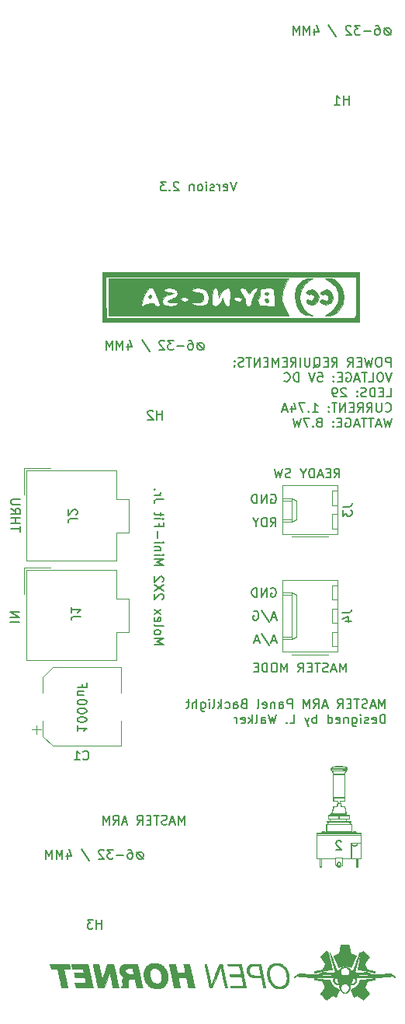
<source format=gbr>
G04 #@! TF.GenerationSoftware,KiCad,Pcbnew,(5.1.12-1-10_14)*
G04 #@! TF.CreationDate,2021-11-28T12:56:29+11:00*
G04 #@! TF.ProjectId,MasterModePushbuttonV2,4d617374-6572-44d6-9f64-655075736862,rev?*
G04 #@! TF.SameCoordinates,Original*
G04 #@! TF.FileFunction,Legend,Bot*
G04 #@! TF.FilePolarity,Positive*
%FSLAX46Y46*%
G04 Gerber Fmt 4.6, Leading zero omitted, Abs format (unit mm)*
G04 Created by KiCad (PCBNEW (5.1.12-1-10_14)) date 2021-11-28 12:56:29*
%MOMM*%
%LPD*%
G01*
G04 APERTURE LIST*
%ADD10C,0.150000*%
%ADD11C,0.100000*%
%ADD12C,0.010000*%
%ADD13C,0.120000*%
G04 APERTURE END LIST*
D10*
X227131284Y-104253580D02*
X227226522Y-104205960D01*
X227369380Y-104205960D01*
X227512237Y-104253580D01*
X227607475Y-104348818D01*
X227655094Y-104444056D01*
X227702713Y-104634532D01*
X227702713Y-104777389D01*
X227655094Y-104967865D01*
X227607475Y-105063103D01*
X227512237Y-105158341D01*
X227369380Y-105205960D01*
X227274141Y-105205960D01*
X227131284Y-105158341D01*
X227083665Y-105110722D01*
X227083665Y-104777389D01*
X227274141Y-104777389D01*
X226655094Y-105205960D02*
X226655094Y-104205960D01*
X226083665Y-105205960D01*
X226083665Y-104205960D01*
X225607475Y-105205960D02*
X225607475Y-104205960D01*
X225369380Y-104205960D01*
X225226522Y-104253580D01*
X225131284Y-104348818D01*
X225083665Y-104444056D01*
X225036046Y-104634532D01*
X225036046Y-104777389D01*
X225083665Y-104967865D01*
X225131284Y-105063103D01*
X225226522Y-105158341D01*
X225369380Y-105205960D01*
X225607475Y-105205960D01*
X227702713Y-107441196D02*
X227226523Y-107441196D01*
X227797951Y-107726910D02*
X227464618Y-106726910D01*
X227131285Y-107726910D01*
X226083666Y-106679291D02*
X226940809Y-107965006D01*
X225226523Y-106774530D02*
X225321761Y-106726910D01*
X225464618Y-106726910D01*
X225607475Y-106774530D01*
X225702713Y-106869768D01*
X225750332Y-106965006D01*
X225797951Y-107155482D01*
X225797951Y-107298339D01*
X225750332Y-107488815D01*
X225702713Y-107584053D01*
X225607475Y-107679291D01*
X225464618Y-107726910D01*
X225369380Y-107726910D01*
X225226523Y-107679291D01*
X225178904Y-107631672D01*
X225178904Y-107298339D01*
X225369380Y-107298339D01*
X227702713Y-109962146D02*
X227226522Y-109962146D01*
X227797951Y-110247860D02*
X227464617Y-109247860D01*
X227131284Y-110247860D01*
X226083665Y-109200241D02*
X226940808Y-110485956D01*
X225797951Y-109962146D02*
X225321760Y-109962146D01*
X225893189Y-110247860D02*
X225559856Y-109247860D01*
X225226522Y-110247860D01*
X227131284Y-94055480D02*
X227226522Y-94007860D01*
X227369380Y-94007860D01*
X227512237Y-94055480D01*
X227607475Y-94150718D01*
X227655094Y-94245956D01*
X227702713Y-94436432D01*
X227702713Y-94579289D01*
X227655094Y-94769765D01*
X227607475Y-94865003D01*
X227512237Y-94960241D01*
X227369380Y-95007860D01*
X227274141Y-95007860D01*
X227131284Y-94960241D01*
X227083665Y-94912622D01*
X227083665Y-94579289D01*
X227274141Y-94579289D01*
X226655094Y-95007860D02*
X226655094Y-94007860D01*
X226083665Y-95007860D01*
X226083665Y-94007860D01*
X225607475Y-95007860D02*
X225607475Y-94007860D01*
X225369380Y-94007860D01*
X225226522Y-94055480D01*
X225131284Y-94150718D01*
X225083665Y-94245956D01*
X225036046Y-94436432D01*
X225036046Y-94579289D01*
X225083665Y-94769765D01*
X225131284Y-94865003D01*
X225226522Y-94960241D01*
X225369380Y-95007860D01*
X225607475Y-95007860D01*
X227083665Y-97547860D02*
X227416998Y-97071670D01*
X227655094Y-97547860D02*
X227655094Y-96547860D01*
X227274141Y-96547860D01*
X227178903Y-96595480D01*
X227131284Y-96643099D01*
X227083665Y-96738337D01*
X227083665Y-96881194D01*
X227131284Y-96976432D01*
X227178903Y-97024051D01*
X227274141Y-97071670D01*
X227655094Y-97071670D01*
X226655094Y-97547860D02*
X226655094Y-96547860D01*
X226416998Y-96547860D01*
X226274141Y-96595480D01*
X226178903Y-96690718D01*
X226131284Y-96785956D01*
X226083665Y-96976432D01*
X226083665Y-97119289D01*
X226131284Y-97309765D01*
X226178903Y-97405003D01*
X226274141Y-97500241D01*
X226416998Y-97547860D01*
X226655094Y-97547860D01*
X225464618Y-97071670D02*
X225464618Y-97547860D01*
X225797951Y-96547860D02*
X225464618Y-97071670D01*
X225131284Y-96547860D01*
X234035051Y-92213860D02*
X234368384Y-91737670D01*
X234606480Y-92213860D02*
X234606480Y-91213860D01*
X234225527Y-91213860D01*
X234130289Y-91261480D01*
X234082670Y-91309099D01*
X234035051Y-91404337D01*
X234035051Y-91547194D01*
X234082670Y-91642432D01*
X234130289Y-91690051D01*
X234225527Y-91737670D01*
X234606480Y-91737670D01*
X233606480Y-91690051D02*
X233273146Y-91690051D01*
X233130289Y-92213860D02*
X233606480Y-92213860D01*
X233606480Y-91213860D01*
X233130289Y-91213860D01*
X232749337Y-91928146D02*
X232273146Y-91928146D01*
X232844575Y-92213860D02*
X232511241Y-91213860D01*
X232177908Y-92213860D01*
X231844575Y-92213860D02*
X231844575Y-91213860D01*
X231606480Y-91213860D01*
X231463622Y-91261480D01*
X231368384Y-91356718D01*
X231320765Y-91451956D01*
X231273146Y-91642432D01*
X231273146Y-91785289D01*
X231320765Y-91975765D01*
X231368384Y-92071003D01*
X231463622Y-92166241D01*
X231606480Y-92213860D01*
X231844575Y-92213860D01*
X230654099Y-91737670D02*
X230654099Y-92213860D01*
X230987432Y-91213860D02*
X230654099Y-91737670D01*
X230320765Y-91213860D01*
X229273146Y-92166241D02*
X229130289Y-92213860D01*
X228892194Y-92213860D01*
X228796956Y-92166241D01*
X228749337Y-92118622D01*
X228701718Y-92023384D01*
X228701718Y-91928146D01*
X228749337Y-91832908D01*
X228796956Y-91785289D01*
X228892194Y-91737670D01*
X229082670Y-91690051D01*
X229177908Y-91642432D01*
X229225527Y-91594813D01*
X229273146Y-91499575D01*
X229273146Y-91404337D01*
X229225527Y-91309099D01*
X229177908Y-91261480D01*
X229082670Y-91213860D01*
X228844575Y-91213860D01*
X228701718Y-91261480D01*
X228368384Y-91213860D02*
X228130289Y-92213860D01*
X227939813Y-91499575D01*
X227749337Y-92213860D01*
X227511241Y-91213860D01*
X223358956Y-59971860D02*
X223025622Y-60971860D01*
X222692289Y-59971860D01*
X221978003Y-60924241D02*
X222073241Y-60971860D01*
X222263718Y-60971860D01*
X222358956Y-60924241D01*
X222406575Y-60829003D01*
X222406575Y-60448051D01*
X222358956Y-60352813D01*
X222263718Y-60305194D01*
X222073241Y-60305194D01*
X221978003Y-60352813D01*
X221930384Y-60448051D01*
X221930384Y-60543289D01*
X222406575Y-60638527D01*
X221501813Y-60971860D02*
X221501813Y-60305194D01*
X221501813Y-60495670D02*
X221454194Y-60400432D01*
X221406575Y-60352813D01*
X221311337Y-60305194D01*
X221216099Y-60305194D01*
X220930384Y-60924241D02*
X220835146Y-60971860D01*
X220644670Y-60971860D01*
X220549432Y-60924241D01*
X220501813Y-60829003D01*
X220501813Y-60781384D01*
X220549432Y-60686146D01*
X220644670Y-60638527D01*
X220787527Y-60638527D01*
X220882765Y-60590908D01*
X220930384Y-60495670D01*
X220930384Y-60448051D01*
X220882765Y-60352813D01*
X220787527Y-60305194D01*
X220644670Y-60305194D01*
X220549432Y-60352813D01*
X220073241Y-60971860D02*
X220073241Y-60305194D01*
X220073241Y-59971860D02*
X220120860Y-60019480D01*
X220073241Y-60067099D01*
X220025622Y-60019480D01*
X220073241Y-59971860D01*
X220073241Y-60067099D01*
X219454194Y-60971860D02*
X219549432Y-60924241D01*
X219597051Y-60876622D01*
X219644670Y-60781384D01*
X219644670Y-60495670D01*
X219597051Y-60400432D01*
X219549432Y-60352813D01*
X219454194Y-60305194D01*
X219311337Y-60305194D01*
X219216099Y-60352813D01*
X219168480Y-60400432D01*
X219120860Y-60495670D01*
X219120860Y-60781384D01*
X219168480Y-60876622D01*
X219216099Y-60924241D01*
X219311337Y-60971860D01*
X219454194Y-60971860D01*
X218692289Y-60305194D02*
X218692289Y-60971860D01*
X218692289Y-60400432D02*
X218644670Y-60352813D01*
X218549432Y-60305194D01*
X218406575Y-60305194D01*
X218311337Y-60352813D01*
X218263718Y-60448051D01*
X218263718Y-60971860D01*
X217073241Y-60067099D02*
X217025622Y-60019480D01*
X216930384Y-59971860D01*
X216692289Y-59971860D01*
X216597051Y-60019480D01*
X216549432Y-60067099D01*
X216501813Y-60162337D01*
X216501813Y-60257575D01*
X216549432Y-60400432D01*
X217120860Y-60971860D01*
X216501813Y-60971860D01*
X216073241Y-60876622D02*
X216025622Y-60924241D01*
X216073241Y-60971860D01*
X216120860Y-60924241D01*
X216073241Y-60876622D01*
X216073241Y-60971860D01*
X215692289Y-59971860D02*
X215073241Y-59971860D01*
X215406575Y-60352813D01*
X215263718Y-60352813D01*
X215168480Y-60400432D01*
X215120860Y-60448051D01*
X215073241Y-60543289D01*
X215073241Y-60781384D01*
X215120860Y-60876622D01*
X215168480Y-60924241D01*
X215263718Y-60971860D01*
X215549432Y-60971860D01*
X215644670Y-60924241D01*
X215692289Y-60876622D01*
X235304880Y-113391960D02*
X235304880Y-112391960D01*
X234971546Y-113106246D01*
X234638213Y-112391960D01*
X234638213Y-113391960D01*
X234209641Y-113106246D02*
X233733451Y-113106246D01*
X234304880Y-113391960D02*
X233971546Y-112391960D01*
X233638213Y-113391960D01*
X233352499Y-113344341D02*
X233209641Y-113391960D01*
X232971546Y-113391960D01*
X232876308Y-113344341D01*
X232828689Y-113296722D01*
X232781070Y-113201484D01*
X232781070Y-113106246D01*
X232828689Y-113011008D01*
X232876308Y-112963389D01*
X232971546Y-112915770D01*
X233162022Y-112868151D01*
X233257260Y-112820532D01*
X233304880Y-112772913D01*
X233352499Y-112677675D01*
X233352499Y-112582437D01*
X233304880Y-112487199D01*
X233257260Y-112439580D01*
X233162022Y-112391960D01*
X232923927Y-112391960D01*
X232781070Y-112439580D01*
X232495356Y-112391960D02*
X231923927Y-112391960D01*
X232209641Y-113391960D02*
X232209641Y-112391960D01*
X231590594Y-112868151D02*
X231257260Y-112868151D01*
X231114403Y-113391960D02*
X231590594Y-113391960D01*
X231590594Y-112391960D01*
X231114403Y-112391960D01*
X230114403Y-113391960D02*
X230447737Y-112915770D01*
X230685832Y-113391960D02*
X230685832Y-112391960D01*
X230304880Y-112391960D01*
X230209641Y-112439580D01*
X230162022Y-112487199D01*
X230114403Y-112582437D01*
X230114403Y-112725294D01*
X230162022Y-112820532D01*
X230209641Y-112868151D01*
X230304880Y-112915770D01*
X230685832Y-112915770D01*
X228923927Y-113391960D02*
X228923927Y-112391960D01*
X228590594Y-113106246D01*
X228257260Y-112391960D01*
X228257260Y-113391960D01*
X227590594Y-112391960D02*
X227400118Y-112391960D01*
X227304880Y-112439580D01*
X227209641Y-112534818D01*
X227162022Y-112725294D01*
X227162022Y-113058627D01*
X227209641Y-113249103D01*
X227304880Y-113344341D01*
X227400118Y-113391960D01*
X227590594Y-113391960D01*
X227685832Y-113344341D01*
X227781070Y-113249103D01*
X227828689Y-113058627D01*
X227828689Y-112725294D01*
X227781070Y-112534818D01*
X227685832Y-112439580D01*
X227590594Y-112391960D01*
X226733451Y-113391960D02*
X226733451Y-112391960D01*
X226495356Y-112391960D01*
X226352499Y-112439580D01*
X226257260Y-112534818D01*
X226209641Y-112630056D01*
X226162022Y-112820532D01*
X226162022Y-112963389D01*
X226209641Y-113153865D01*
X226257260Y-113249103D01*
X226352499Y-113344341D01*
X226495356Y-113391960D01*
X226733451Y-113391960D01*
X225733451Y-112868151D02*
X225400118Y-112868151D01*
X225257260Y-113391960D02*
X225733451Y-113391960D01*
X225733451Y-112391960D01*
X225257260Y-112391960D01*
X217728060Y-130009060D02*
X217728060Y-129009060D01*
X217394727Y-129723346D01*
X217061394Y-129009060D01*
X217061394Y-130009060D01*
X216632822Y-129723346D02*
X216156632Y-129723346D01*
X216728060Y-130009060D02*
X216394727Y-129009060D01*
X216061394Y-130009060D01*
X215775680Y-129961441D02*
X215632822Y-130009060D01*
X215394727Y-130009060D01*
X215299489Y-129961441D01*
X215251870Y-129913822D01*
X215204251Y-129818584D01*
X215204251Y-129723346D01*
X215251870Y-129628108D01*
X215299489Y-129580489D01*
X215394727Y-129532870D01*
X215585203Y-129485251D01*
X215680441Y-129437632D01*
X215728060Y-129390013D01*
X215775680Y-129294775D01*
X215775680Y-129199537D01*
X215728060Y-129104299D01*
X215680441Y-129056680D01*
X215585203Y-129009060D01*
X215347108Y-129009060D01*
X215204251Y-129056680D01*
X214918537Y-129009060D02*
X214347108Y-129009060D01*
X214632822Y-130009060D02*
X214632822Y-129009060D01*
X214013775Y-129485251D02*
X213680441Y-129485251D01*
X213537584Y-130009060D02*
X214013775Y-130009060D01*
X214013775Y-129009060D01*
X213537584Y-129009060D01*
X212537584Y-130009060D02*
X212870918Y-129532870D01*
X213109013Y-130009060D02*
X213109013Y-129009060D01*
X212728060Y-129009060D01*
X212632822Y-129056680D01*
X212585203Y-129104299D01*
X212537584Y-129199537D01*
X212537584Y-129342394D01*
X212585203Y-129437632D01*
X212632822Y-129485251D01*
X212728060Y-129532870D01*
X213109013Y-129532870D01*
X211394727Y-129723346D02*
X210918537Y-129723346D01*
X211489965Y-130009060D02*
X211156632Y-129009060D01*
X210823299Y-130009060D01*
X209918537Y-130009060D02*
X210251870Y-129532870D01*
X210489965Y-130009060D02*
X210489965Y-129009060D01*
X210109013Y-129009060D01*
X210013775Y-129056680D01*
X209966156Y-129104299D01*
X209918537Y-129199537D01*
X209918537Y-129342394D01*
X209966156Y-129437632D01*
X210013775Y-129485251D01*
X210109013Y-129532870D01*
X210489965Y-129532870D01*
X209489965Y-130009060D02*
X209489965Y-129009060D01*
X209156632Y-129723346D01*
X208823299Y-129009060D01*
X208823299Y-130009060D01*
X239589284Y-117326960D02*
X239589284Y-116326960D01*
X239255951Y-117041246D01*
X238922618Y-116326960D01*
X238922618Y-117326960D01*
X238494046Y-117041246D02*
X238017856Y-117041246D01*
X238589284Y-117326960D02*
X238255951Y-116326960D01*
X237922618Y-117326960D01*
X237636903Y-117279341D02*
X237494046Y-117326960D01*
X237255951Y-117326960D01*
X237160713Y-117279341D01*
X237113094Y-117231722D01*
X237065475Y-117136484D01*
X237065475Y-117041246D01*
X237113094Y-116946008D01*
X237160713Y-116898389D01*
X237255951Y-116850770D01*
X237446427Y-116803151D01*
X237541665Y-116755532D01*
X237589284Y-116707913D01*
X237636903Y-116612675D01*
X237636903Y-116517437D01*
X237589284Y-116422199D01*
X237541665Y-116374580D01*
X237446427Y-116326960D01*
X237208332Y-116326960D01*
X237065475Y-116374580D01*
X236779760Y-116326960D02*
X236208332Y-116326960D01*
X236494046Y-117326960D02*
X236494046Y-116326960D01*
X235874999Y-116803151D02*
X235541665Y-116803151D01*
X235398808Y-117326960D02*
X235874999Y-117326960D01*
X235874999Y-116326960D01*
X235398808Y-116326960D01*
X234398808Y-117326960D02*
X234732141Y-116850770D01*
X234970237Y-117326960D02*
X234970237Y-116326960D01*
X234589284Y-116326960D01*
X234494046Y-116374580D01*
X234446427Y-116422199D01*
X234398808Y-116517437D01*
X234398808Y-116660294D01*
X234446427Y-116755532D01*
X234494046Y-116803151D01*
X234589284Y-116850770D01*
X234970237Y-116850770D01*
X233255951Y-117041246D02*
X232779760Y-117041246D01*
X233351189Y-117326960D02*
X233017856Y-116326960D01*
X232684522Y-117326960D01*
X231779760Y-117326960D02*
X232113094Y-116850770D01*
X232351189Y-117326960D02*
X232351189Y-116326960D01*
X231970237Y-116326960D01*
X231874999Y-116374580D01*
X231827380Y-116422199D01*
X231779760Y-116517437D01*
X231779760Y-116660294D01*
X231827380Y-116755532D01*
X231874999Y-116803151D01*
X231970237Y-116850770D01*
X232351189Y-116850770D01*
X231351189Y-117326960D02*
X231351189Y-116326960D01*
X231017856Y-117041246D01*
X230684522Y-116326960D01*
X230684522Y-117326960D01*
X229446427Y-117326960D02*
X229446427Y-116326960D01*
X229065475Y-116326960D01*
X228970237Y-116374580D01*
X228922618Y-116422199D01*
X228874999Y-116517437D01*
X228874999Y-116660294D01*
X228922618Y-116755532D01*
X228970237Y-116803151D01*
X229065475Y-116850770D01*
X229446427Y-116850770D01*
X228017856Y-117326960D02*
X228017856Y-116803151D01*
X228065475Y-116707913D01*
X228160713Y-116660294D01*
X228351189Y-116660294D01*
X228446427Y-116707913D01*
X228017856Y-117279341D02*
X228113094Y-117326960D01*
X228351189Y-117326960D01*
X228446427Y-117279341D01*
X228494046Y-117184103D01*
X228494046Y-117088865D01*
X228446427Y-116993627D01*
X228351189Y-116946008D01*
X228113094Y-116946008D01*
X228017856Y-116898389D01*
X227541665Y-116660294D02*
X227541665Y-117326960D01*
X227541665Y-116755532D02*
X227494046Y-116707913D01*
X227398808Y-116660294D01*
X227255951Y-116660294D01*
X227160713Y-116707913D01*
X227113094Y-116803151D01*
X227113094Y-117326960D01*
X226255951Y-117279341D02*
X226351189Y-117326960D01*
X226541665Y-117326960D01*
X226636903Y-117279341D01*
X226684522Y-117184103D01*
X226684522Y-116803151D01*
X226636903Y-116707913D01*
X226541665Y-116660294D01*
X226351189Y-116660294D01*
X226255951Y-116707913D01*
X226208332Y-116803151D01*
X226208332Y-116898389D01*
X226684522Y-116993627D01*
X225636903Y-117326960D02*
X225732141Y-117279341D01*
X225779760Y-117184103D01*
X225779760Y-116326960D01*
X224160713Y-116803151D02*
X224017856Y-116850770D01*
X223970237Y-116898389D01*
X223922618Y-116993627D01*
X223922618Y-117136484D01*
X223970237Y-117231722D01*
X224017856Y-117279341D01*
X224113094Y-117326960D01*
X224494046Y-117326960D01*
X224494046Y-116326960D01*
X224160713Y-116326960D01*
X224065475Y-116374580D01*
X224017856Y-116422199D01*
X223970237Y-116517437D01*
X223970237Y-116612675D01*
X224017856Y-116707913D01*
X224065475Y-116755532D01*
X224160713Y-116803151D01*
X224494046Y-116803151D01*
X223065475Y-117326960D02*
X223065475Y-116803151D01*
X223113094Y-116707913D01*
X223208332Y-116660294D01*
X223398808Y-116660294D01*
X223494046Y-116707913D01*
X223065475Y-117279341D02*
X223160713Y-117326960D01*
X223398808Y-117326960D01*
X223494046Y-117279341D01*
X223541665Y-117184103D01*
X223541665Y-117088865D01*
X223494046Y-116993627D01*
X223398808Y-116946008D01*
X223160713Y-116946008D01*
X223065475Y-116898389D01*
X222160713Y-117279341D02*
X222255951Y-117326960D01*
X222446427Y-117326960D01*
X222541665Y-117279341D01*
X222589284Y-117231722D01*
X222636903Y-117136484D01*
X222636903Y-116850770D01*
X222589284Y-116755532D01*
X222541665Y-116707913D01*
X222446427Y-116660294D01*
X222255951Y-116660294D01*
X222160713Y-116707913D01*
X221732141Y-117326960D02*
X221732141Y-116326960D01*
X221636903Y-116946008D02*
X221351189Y-117326960D01*
X221351189Y-116660294D02*
X221732141Y-117041246D01*
X220779760Y-117326960D02*
X220874999Y-117279341D01*
X220922618Y-117184103D01*
X220922618Y-116326960D01*
X220398808Y-117326960D02*
X220398808Y-116660294D01*
X220398808Y-116326960D02*
X220446427Y-116374580D01*
X220398808Y-116422199D01*
X220351189Y-116374580D01*
X220398808Y-116326960D01*
X220398808Y-116422199D01*
X219494046Y-116660294D02*
X219494046Y-117469818D01*
X219541665Y-117565056D01*
X219589284Y-117612675D01*
X219684522Y-117660294D01*
X219827380Y-117660294D01*
X219922618Y-117612675D01*
X219494046Y-117279341D02*
X219589284Y-117326960D01*
X219779760Y-117326960D01*
X219874999Y-117279341D01*
X219922618Y-117231722D01*
X219970237Y-117136484D01*
X219970237Y-116850770D01*
X219922618Y-116755532D01*
X219874999Y-116707913D01*
X219779760Y-116660294D01*
X219589284Y-116660294D01*
X219494046Y-116707913D01*
X219017856Y-117326960D02*
X219017856Y-116326960D01*
X218589284Y-117326960D02*
X218589284Y-116803151D01*
X218636903Y-116707913D01*
X218732141Y-116660294D01*
X218874999Y-116660294D01*
X218970237Y-116707913D01*
X219017856Y-116755532D01*
X218255951Y-116660294D02*
X217874999Y-116660294D01*
X218113094Y-116326960D02*
X218113094Y-117184103D01*
X218065475Y-117279341D01*
X217970237Y-117326960D01*
X217874999Y-117326960D01*
X239589284Y-118976960D02*
X239589284Y-117976960D01*
X239351189Y-117976960D01*
X239208332Y-118024580D01*
X239113094Y-118119818D01*
X239065475Y-118215056D01*
X239017856Y-118405532D01*
X239017856Y-118548389D01*
X239065475Y-118738865D01*
X239113094Y-118834103D01*
X239208332Y-118929341D01*
X239351189Y-118976960D01*
X239589284Y-118976960D01*
X238208332Y-118929341D02*
X238303570Y-118976960D01*
X238494046Y-118976960D01*
X238589284Y-118929341D01*
X238636903Y-118834103D01*
X238636903Y-118453151D01*
X238589284Y-118357913D01*
X238494046Y-118310294D01*
X238303570Y-118310294D01*
X238208332Y-118357913D01*
X238160713Y-118453151D01*
X238160713Y-118548389D01*
X238636903Y-118643627D01*
X237779760Y-118929341D02*
X237684522Y-118976960D01*
X237494046Y-118976960D01*
X237398808Y-118929341D01*
X237351189Y-118834103D01*
X237351189Y-118786484D01*
X237398808Y-118691246D01*
X237494046Y-118643627D01*
X237636903Y-118643627D01*
X237732141Y-118596008D01*
X237779760Y-118500770D01*
X237779760Y-118453151D01*
X237732141Y-118357913D01*
X237636903Y-118310294D01*
X237494046Y-118310294D01*
X237398808Y-118357913D01*
X236922618Y-118976960D02*
X236922618Y-118310294D01*
X236922618Y-117976960D02*
X236970237Y-118024580D01*
X236922618Y-118072199D01*
X236874999Y-118024580D01*
X236922618Y-117976960D01*
X236922618Y-118072199D01*
X236017856Y-118310294D02*
X236017856Y-119119818D01*
X236065475Y-119215056D01*
X236113094Y-119262675D01*
X236208332Y-119310294D01*
X236351189Y-119310294D01*
X236446427Y-119262675D01*
X236017856Y-118929341D02*
X236113094Y-118976960D01*
X236303570Y-118976960D01*
X236398808Y-118929341D01*
X236446427Y-118881722D01*
X236494046Y-118786484D01*
X236494046Y-118500770D01*
X236446427Y-118405532D01*
X236398808Y-118357913D01*
X236303570Y-118310294D01*
X236113094Y-118310294D01*
X236017856Y-118357913D01*
X235541665Y-118310294D02*
X235541665Y-118976960D01*
X235541665Y-118405532D02*
X235494046Y-118357913D01*
X235398808Y-118310294D01*
X235255951Y-118310294D01*
X235160713Y-118357913D01*
X235113094Y-118453151D01*
X235113094Y-118976960D01*
X234255951Y-118929341D02*
X234351189Y-118976960D01*
X234541665Y-118976960D01*
X234636903Y-118929341D01*
X234684522Y-118834103D01*
X234684522Y-118453151D01*
X234636903Y-118357913D01*
X234541665Y-118310294D01*
X234351189Y-118310294D01*
X234255951Y-118357913D01*
X234208332Y-118453151D01*
X234208332Y-118548389D01*
X234684522Y-118643627D01*
X233351189Y-118976960D02*
X233351189Y-117976960D01*
X233351189Y-118929341D02*
X233446427Y-118976960D01*
X233636903Y-118976960D01*
X233732141Y-118929341D01*
X233779760Y-118881722D01*
X233827380Y-118786484D01*
X233827380Y-118500770D01*
X233779760Y-118405532D01*
X233732141Y-118357913D01*
X233636903Y-118310294D01*
X233446427Y-118310294D01*
X233351189Y-118357913D01*
X232113094Y-118976960D02*
X232113094Y-117976960D01*
X232113094Y-118357913D02*
X232017856Y-118310294D01*
X231827380Y-118310294D01*
X231732141Y-118357913D01*
X231684522Y-118405532D01*
X231636903Y-118500770D01*
X231636903Y-118786484D01*
X231684522Y-118881722D01*
X231732141Y-118929341D01*
X231827380Y-118976960D01*
X232017856Y-118976960D01*
X232113094Y-118929341D01*
X231303570Y-118310294D02*
X231065475Y-118976960D01*
X230827380Y-118310294D02*
X231065475Y-118976960D01*
X231160713Y-119215056D01*
X231208332Y-119262675D01*
X231303570Y-119310294D01*
X229208332Y-118976960D02*
X229684522Y-118976960D01*
X229684522Y-117976960D01*
X228874999Y-118881722D02*
X228827380Y-118929341D01*
X228874999Y-118976960D01*
X228922618Y-118929341D01*
X228874999Y-118881722D01*
X228874999Y-118976960D01*
X227732141Y-117976960D02*
X227494046Y-118976960D01*
X227303570Y-118262675D01*
X227113094Y-118976960D01*
X226874999Y-117976960D01*
X226065475Y-118976960D02*
X226065475Y-118453151D01*
X226113094Y-118357913D01*
X226208332Y-118310294D01*
X226398808Y-118310294D01*
X226494046Y-118357913D01*
X226065475Y-118929341D02*
X226160713Y-118976960D01*
X226398808Y-118976960D01*
X226494046Y-118929341D01*
X226541665Y-118834103D01*
X226541665Y-118738865D01*
X226494046Y-118643627D01*
X226398808Y-118596008D01*
X226160713Y-118596008D01*
X226065475Y-118548389D01*
X225446427Y-118976960D02*
X225541665Y-118929341D01*
X225589284Y-118834103D01*
X225589284Y-117976960D01*
X225065475Y-118976960D02*
X225065475Y-117976960D01*
X224970237Y-118596008D02*
X224684522Y-118976960D01*
X224684522Y-118310294D02*
X225065475Y-118691246D01*
X223874999Y-118929341D02*
X223970237Y-118976960D01*
X224160713Y-118976960D01*
X224255951Y-118929341D01*
X224303570Y-118834103D01*
X224303570Y-118453151D01*
X224255951Y-118357913D01*
X224160713Y-118310294D01*
X223970237Y-118310294D01*
X223874999Y-118357913D01*
X223827380Y-118453151D01*
X223827380Y-118548389D01*
X224303570Y-118643627D01*
X223398808Y-118976960D02*
X223398808Y-118310294D01*
X223398808Y-118500770D02*
X223351189Y-118405532D01*
X223303570Y-118357913D01*
X223208332Y-118310294D01*
X223113094Y-118310294D01*
X240199284Y-80121960D02*
X240199284Y-79121960D01*
X239818332Y-79121960D01*
X239723094Y-79169580D01*
X239675475Y-79217199D01*
X239627856Y-79312437D01*
X239627856Y-79455294D01*
X239675475Y-79550532D01*
X239723094Y-79598151D01*
X239818332Y-79645770D01*
X240199284Y-79645770D01*
X239008808Y-79121960D02*
X238818332Y-79121960D01*
X238723094Y-79169580D01*
X238627856Y-79264818D01*
X238580237Y-79455294D01*
X238580237Y-79788627D01*
X238627856Y-79979103D01*
X238723094Y-80074341D01*
X238818332Y-80121960D01*
X239008808Y-80121960D01*
X239104046Y-80074341D01*
X239199284Y-79979103D01*
X239246903Y-79788627D01*
X239246903Y-79455294D01*
X239199284Y-79264818D01*
X239104046Y-79169580D01*
X239008808Y-79121960D01*
X238246903Y-79121960D02*
X238008808Y-80121960D01*
X237818332Y-79407675D01*
X237627856Y-80121960D01*
X237389760Y-79121960D01*
X237008808Y-79598151D02*
X236675475Y-79598151D01*
X236532618Y-80121960D02*
X237008808Y-80121960D01*
X237008808Y-79121960D01*
X236532618Y-79121960D01*
X235532618Y-80121960D02*
X235865951Y-79645770D01*
X236104046Y-80121960D02*
X236104046Y-79121960D01*
X235723094Y-79121960D01*
X235627856Y-79169580D01*
X235580237Y-79217199D01*
X235532618Y-79312437D01*
X235532618Y-79455294D01*
X235580237Y-79550532D01*
X235627856Y-79598151D01*
X235723094Y-79645770D01*
X236104046Y-79645770D01*
X233770713Y-80121960D02*
X234104046Y-79645770D01*
X234342141Y-80121960D02*
X234342141Y-79121960D01*
X233961189Y-79121960D01*
X233865951Y-79169580D01*
X233818332Y-79217199D01*
X233770713Y-79312437D01*
X233770713Y-79455294D01*
X233818332Y-79550532D01*
X233865951Y-79598151D01*
X233961189Y-79645770D01*
X234342141Y-79645770D01*
X233342141Y-79598151D02*
X233008808Y-79598151D01*
X232865951Y-80121960D02*
X233342141Y-80121960D01*
X233342141Y-79121960D01*
X232865951Y-79121960D01*
X231770713Y-80217199D02*
X231865951Y-80169580D01*
X231961189Y-80074341D01*
X232104046Y-79931484D01*
X232199284Y-79883865D01*
X232294522Y-79883865D01*
X232246903Y-80121960D02*
X232342141Y-80074341D01*
X232437380Y-79979103D01*
X232484999Y-79788627D01*
X232484999Y-79455294D01*
X232437380Y-79264818D01*
X232342141Y-79169580D01*
X232246903Y-79121960D01*
X232056427Y-79121960D01*
X231961189Y-79169580D01*
X231865951Y-79264818D01*
X231818332Y-79455294D01*
X231818332Y-79788627D01*
X231865951Y-79979103D01*
X231961189Y-80074341D01*
X232056427Y-80121960D01*
X232246903Y-80121960D01*
X231389760Y-79121960D02*
X231389760Y-79931484D01*
X231342141Y-80026722D01*
X231294522Y-80074341D01*
X231199284Y-80121960D01*
X231008808Y-80121960D01*
X230913570Y-80074341D01*
X230865951Y-80026722D01*
X230818332Y-79931484D01*
X230818332Y-79121960D01*
X230342141Y-80121960D02*
X230342141Y-79121960D01*
X229294522Y-80121960D02*
X229627856Y-79645770D01*
X229865951Y-80121960D02*
X229865951Y-79121960D01*
X229484999Y-79121960D01*
X229389760Y-79169580D01*
X229342141Y-79217199D01*
X229294522Y-79312437D01*
X229294522Y-79455294D01*
X229342141Y-79550532D01*
X229389760Y-79598151D01*
X229484999Y-79645770D01*
X229865951Y-79645770D01*
X228865951Y-79598151D02*
X228532618Y-79598151D01*
X228389760Y-80121960D02*
X228865951Y-80121960D01*
X228865951Y-79121960D01*
X228389760Y-79121960D01*
X227961189Y-80121960D02*
X227961189Y-79121960D01*
X227627856Y-79836246D01*
X227294522Y-79121960D01*
X227294522Y-80121960D01*
X226818332Y-79598151D02*
X226484999Y-79598151D01*
X226342141Y-80121960D02*
X226818332Y-80121960D01*
X226818332Y-79121960D01*
X226342141Y-79121960D01*
X225913570Y-80121960D02*
X225913570Y-79121960D01*
X225342141Y-80121960D01*
X225342141Y-79121960D01*
X225008808Y-79121960D02*
X224437380Y-79121960D01*
X224723094Y-80121960D02*
X224723094Y-79121960D01*
X224151665Y-80074341D02*
X224008808Y-80121960D01*
X223770713Y-80121960D01*
X223675475Y-80074341D01*
X223627856Y-80026722D01*
X223580237Y-79931484D01*
X223580237Y-79836246D01*
X223627856Y-79741008D01*
X223675475Y-79693389D01*
X223770713Y-79645770D01*
X223961189Y-79598151D01*
X224056427Y-79550532D01*
X224104046Y-79502913D01*
X224151665Y-79407675D01*
X224151665Y-79312437D01*
X224104046Y-79217199D01*
X224056427Y-79169580D01*
X223961189Y-79121960D01*
X223723094Y-79121960D01*
X223580237Y-79169580D01*
X223151665Y-80026722D02*
X223104046Y-80074341D01*
X223151665Y-80121960D01*
X223199284Y-80074341D01*
X223151665Y-80026722D01*
X223151665Y-80121960D01*
X223151665Y-79502913D02*
X223104046Y-79550532D01*
X223151665Y-79598151D01*
X223199284Y-79550532D01*
X223151665Y-79502913D01*
X223151665Y-79598151D01*
X240342141Y-80771960D02*
X240008808Y-81771960D01*
X239675475Y-80771960D01*
X239151665Y-80771960D02*
X238961189Y-80771960D01*
X238865951Y-80819580D01*
X238770713Y-80914818D01*
X238723094Y-81105294D01*
X238723094Y-81438627D01*
X238770713Y-81629103D01*
X238865951Y-81724341D01*
X238961189Y-81771960D01*
X239151665Y-81771960D01*
X239246903Y-81724341D01*
X239342141Y-81629103D01*
X239389760Y-81438627D01*
X239389760Y-81105294D01*
X239342141Y-80914818D01*
X239246903Y-80819580D01*
X239151665Y-80771960D01*
X237818332Y-81771960D02*
X238294522Y-81771960D01*
X238294522Y-80771960D01*
X237627856Y-80771960D02*
X237056427Y-80771960D01*
X237342141Y-81771960D02*
X237342141Y-80771960D01*
X236770713Y-81486246D02*
X236294522Y-81486246D01*
X236865951Y-81771960D02*
X236532618Y-80771960D01*
X236199284Y-81771960D01*
X235342141Y-80819580D02*
X235437380Y-80771960D01*
X235580237Y-80771960D01*
X235723094Y-80819580D01*
X235818332Y-80914818D01*
X235865951Y-81010056D01*
X235913570Y-81200532D01*
X235913570Y-81343389D01*
X235865951Y-81533865D01*
X235818332Y-81629103D01*
X235723094Y-81724341D01*
X235580237Y-81771960D01*
X235484999Y-81771960D01*
X235342141Y-81724341D01*
X235294522Y-81676722D01*
X235294522Y-81343389D01*
X235484999Y-81343389D01*
X234865951Y-81248151D02*
X234532618Y-81248151D01*
X234389760Y-81771960D02*
X234865951Y-81771960D01*
X234865951Y-80771960D01*
X234389760Y-80771960D01*
X233961189Y-81676722D02*
X233913570Y-81724341D01*
X233961189Y-81771960D01*
X234008808Y-81724341D01*
X233961189Y-81676722D01*
X233961189Y-81771960D01*
X233961189Y-81152913D02*
X233913570Y-81200532D01*
X233961189Y-81248151D01*
X234008808Y-81200532D01*
X233961189Y-81152913D01*
X233961189Y-81248151D01*
X232246903Y-80771960D02*
X232723094Y-80771960D01*
X232770713Y-81248151D01*
X232723094Y-81200532D01*
X232627856Y-81152913D01*
X232389760Y-81152913D01*
X232294522Y-81200532D01*
X232246903Y-81248151D01*
X232199284Y-81343389D01*
X232199284Y-81581484D01*
X232246903Y-81676722D01*
X232294522Y-81724341D01*
X232389760Y-81771960D01*
X232627856Y-81771960D01*
X232723094Y-81724341D01*
X232770713Y-81676722D01*
X231913570Y-80771960D02*
X231580237Y-81771960D01*
X231246903Y-80771960D01*
X230151665Y-81771960D02*
X230151665Y-80771960D01*
X229913570Y-80771960D01*
X229770713Y-80819580D01*
X229675475Y-80914818D01*
X229627856Y-81010056D01*
X229580237Y-81200532D01*
X229580237Y-81343389D01*
X229627856Y-81533865D01*
X229675475Y-81629103D01*
X229770713Y-81724341D01*
X229913570Y-81771960D01*
X230151665Y-81771960D01*
X228580237Y-81676722D02*
X228627856Y-81724341D01*
X228770713Y-81771960D01*
X228865951Y-81771960D01*
X229008808Y-81724341D01*
X229104046Y-81629103D01*
X229151665Y-81533865D01*
X229199284Y-81343389D01*
X229199284Y-81200532D01*
X229151665Y-81010056D01*
X229104046Y-80914818D01*
X229008808Y-80819580D01*
X228865951Y-80771960D01*
X228770713Y-80771960D01*
X228627856Y-80819580D01*
X228580237Y-80867199D01*
X239723094Y-83421960D02*
X240199284Y-83421960D01*
X240199284Y-82421960D01*
X239389760Y-82898151D02*
X239056427Y-82898151D01*
X238913570Y-83421960D02*
X239389760Y-83421960D01*
X239389760Y-82421960D01*
X238913570Y-82421960D01*
X238484999Y-83421960D02*
X238484999Y-82421960D01*
X238246903Y-82421960D01*
X238104046Y-82469580D01*
X238008808Y-82564818D01*
X237961189Y-82660056D01*
X237913570Y-82850532D01*
X237913570Y-82993389D01*
X237961189Y-83183865D01*
X238008808Y-83279103D01*
X238104046Y-83374341D01*
X238246903Y-83421960D01*
X238484999Y-83421960D01*
X237532618Y-83374341D02*
X237389760Y-83421960D01*
X237151665Y-83421960D01*
X237056427Y-83374341D01*
X237008808Y-83326722D01*
X236961189Y-83231484D01*
X236961189Y-83136246D01*
X237008808Y-83041008D01*
X237056427Y-82993389D01*
X237151665Y-82945770D01*
X237342141Y-82898151D01*
X237437380Y-82850532D01*
X237484999Y-82802913D01*
X237532618Y-82707675D01*
X237532618Y-82612437D01*
X237484999Y-82517199D01*
X237437380Y-82469580D01*
X237342141Y-82421960D01*
X237104046Y-82421960D01*
X236961189Y-82469580D01*
X236532618Y-83326722D02*
X236484999Y-83374341D01*
X236532618Y-83421960D01*
X236580237Y-83374341D01*
X236532618Y-83326722D01*
X236532618Y-83421960D01*
X236532618Y-82802913D02*
X236484999Y-82850532D01*
X236532618Y-82898151D01*
X236580237Y-82850532D01*
X236532618Y-82802913D01*
X236532618Y-82898151D01*
X235342141Y-82517199D02*
X235294522Y-82469580D01*
X235199284Y-82421960D01*
X234961189Y-82421960D01*
X234865951Y-82469580D01*
X234818332Y-82517199D01*
X234770713Y-82612437D01*
X234770713Y-82707675D01*
X234818332Y-82850532D01*
X235389760Y-83421960D01*
X234770713Y-83421960D01*
X234294522Y-83421960D02*
X234104046Y-83421960D01*
X234008808Y-83374341D01*
X233961189Y-83326722D01*
X233865951Y-83183865D01*
X233818332Y-82993389D01*
X233818332Y-82612437D01*
X233865951Y-82517199D01*
X233913570Y-82469580D01*
X234008808Y-82421960D01*
X234199284Y-82421960D01*
X234294522Y-82469580D01*
X234342141Y-82517199D01*
X234389760Y-82612437D01*
X234389760Y-82850532D01*
X234342141Y-82945770D01*
X234294522Y-82993389D01*
X234199284Y-83041008D01*
X234008808Y-83041008D01*
X233913570Y-82993389D01*
X233865951Y-82945770D01*
X233818332Y-82850532D01*
X239627856Y-84976722D02*
X239675475Y-85024341D01*
X239818332Y-85071960D01*
X239913570Y-85071960D01*
X240056427Y-85024341D01*
X240151665Y-84929103D01*
X240199284Y-84833865D01*
X240246903Y-84643389D01*
X240246903Y-84500532D01*
X240199284Y-84310056D01*
X240151665Y-84214818D01*
X240056427Y-84119580D01*
X239913570Y-84071960D01*
X239818332Y-84071960D01*
X239675475Y-84119580D01*
X239627856Y-84167199D01*
X239199284Y-84071960D02*
X239199284Y-84881484D01*
X239151665Y-84976722D01*
X239104046Y-85024341D01*
X239008808Y-85071960D01*
X238818332Y-85071960D01*
X238723094Y-85024341D01*
X238675475Y-84976722D01*
X238627856Y-84881484D01*
X238627856Y-84071960D01*
X237580237Y-85071960D02*
X237913570Y-84595770D01*
X238151665Y-85071960D02*
X238151665Y-84071960D01*
X237770713Y-84071960D01*
X237675475Y-84119580D01*
X237627856Y-84167199D01*
X237580237Y-84262437D01*
X237580237Y-84405294D01*
X237627856Y-84500532D01*
X237675475Y-84548151D01*
X237770713Y-84595770D01*
X238151665Y-84595770D01*
X236580237Y-85071960D02*
X236913570Y-84595770D01*
X237151665Y-85071960D02*
X237151665Y-84071960D01*
X236770713Y-84071960D01*
X236675475Y-84119580D01*
X236627856Y-84167199D01*
X236580237Y-84262437D01*
X236580237Y-84405294D01*
X236627856Y-84500532D01*
X236675475Y-84548151D01*
X236770713Y-84595770D01*
X237151665Y-84595770D01*
X236151665Y-84548151D02*
X235818332Y-84548151D01*
X235675475Y-85071960D02*
X236151665Y-85071960D01*
X236151665Y-84071960D01*
X235675475Y-84071960D01*
X235246903Y-85071960D02*
X235246903Y-84071960D01*
X234675475Y-85071960D01*
X234675475Y-84071960D01*
X234342141Y-84071960D02*
X233770713Y-84071960D01*
X234056427Y-85071960D02*
X234056427Y-84071960D01*
X233437380Y-84976722D02*
X233389760Y-85024341D01*
X233437380Y-85071960D01*
X233484999Y-85024341D01*
X233437380Y-84976722D01*
X233437380Y-85071960D01*
X233437380Y-84452913D02*
X233389760Y-84500532D01*
X233437380Y-84548151D01*
X233484999Y-84500532D01*
X233437380Y-84452913D01*
X233437380Y-84548151D01*
X231675475Y-85071960D02*
X232246903Y-85071960D01*
X231961189Y-85071960D02*
X231961189Y-84071960D01*
X232056427Y-84214818D01*
X232151665Y-84310056D01*
X232246903Y-84357675D01*
X231246903Y-84976722D02*
X231199284Y-85024341D01*
X231246903Y-85071960D01*
X231294522Y-85024341D01*
X231246903Y-84976722D01*
X231246903Y-85071960D01*
X230865951Y-84071960D02*
X230199284Y-84071960D01*
X230627856Y-85071960D01*
X229389760Y-84405294D02*
X229389760Y-85071960D01*
X229627856Y-84024341D02*
X229865951Y-84738627D01*
X229246903Y-84738627D01*
X228913570Y-84786246D02*
X228437380Y-84786246D01*
X229008808Y-85071960D02*
X228675475Y-84071960D01*
X228342141Y-85071960D01*
X240294522Y-85721960D02*
X240056427Y-86721960D01*
X239865951Y-86007675D01*
X239675475Y-86721960D01*
X239437380Y-85721960D01*
X239104046Y-86436246D02*
X238627856Y-86436246D01*
X239199284Y-86721960D02*
X238865951Y-85721960D01*
X238532618Y-86721960D01*
X238342141Y-85721960D02*
X237770713Y-85721960D01*
X238056427Y-86721960D02*
X238056427Y-85721960D01*
X237580237Y-85721960D02*
X237008808Y-85721960D01*
X237294522Y-86721960D02*
X237294522Y-85721960D01*
X236723094Y-86436246D02*
X236246903Y-86436246D01*
X236818332Y-86721960D02*
X236484999Y-85721960D01*
X236151665Y-86721960D01*
X235294522Y-85769580D02*
X235389760Y-85721960D01*
X235532618Y-85721960D01*
X235675475Y-85769580D01*
X235770713Y-85864818D01*
X235818332Y-85960056D01*
X235865951Y-86150532D01*
X235865951Y-86293389D01*
X235818332Y-86483865D01*
X235770713Y-86579103D01*
X235675475Y-86674341D01*
X235532618Y-86721960D01*
X235437380Y-86721960D01*
X235294522Y-86674341D01*
X235246903Y-86626722D01*
X235246903Y-86293389D01*
X235437380Y-86293389D01*
X234818332Y-86198151D02*
X234484999Y-86198151D01*
X234342141Y-86721960D02*
X234818332Y-86721960D01*
X234818332Y-85721960D01*
X234342141Y-85721960D01*
X233913570Y-86626722D02*
X233865951Y-86674341D01*
X233913570Y-86721960D01*
X233961189Y-86674341D01*
X233913570Y-86626722D01*
X233913570Y-86721960D01*
X233913570Y-86102913D02*
X233865951Y-86150532D01*
X233913570Y-86198151D01*
X233961189Y-86150532D01*
X233913570Y-86102913D01*
X233913570Y-86198151D01*
X232532618Y-86150532D02*
X232627856Y-86102913D01*
X232675475Y-86055294D01*
X232723094Y-85960056D01*
X232723094Y-85912437D01*
X232675475Y-85817199D01*
X232627856Y-85769580D01*
X232532618Y-85721960D01*
X232342141Y-85721960D01*
X232246903Y-85769580D01*
X232199284Y-85817199D01*
X232151665Y-85912437D01*
X232151665Y-85960056D01*
X232199284Y-86055294D01*
X232246903Y-86102913D01*
X232342141Y-86150532D01*
X232532618Y-86150532D01*
X232627856Y-86198151D01*
X232675475Y-86245770D01*
X232723094Y-86341008D01*
X232723094Y-86531484D01*
X232675475Y-86626722D01*
X232627856Y-86674341D01*
X232532618Y-86721960D01*
X232342141Y-86721960D01*
X232246903Y-86674341D01*
X232199284Y-86626722D01*
X232151665Y-86531484D01*
X232151665Y-86341008D01*
X232199284Y-86245770D01*
X232246903Y-86198151D01*
X232342141Y-86150532D01*
X231723094Y-86626722D02*
X231675475Y-86674341D01*
X231723094Y-86721960D01*
X231770713Y-86674341D01*
X231723094Y-86626722D01*
X231723094Y-86721960D01*
X231342141Y-85721960D02*
X230675475Y-85721960D01*
X231104046Y-86721960D01*
X230389760Y-85721960D02*
X230151665Y-86721960D01*
X229961189Y-86007675D01*
X229770713Y-86721960D01*
X229532618Y-85721960D01*
X198694099Y-107921289D02*
X199694099Y-107921289D01*
X198694099Y-107445099D02*
X199694099Y-107445099D01*
X198694099Y-106873670D01*
X199694099Y-106873670D01*
X199751699Y-98090613D02*
X199751699Y-97519184D01*
X198751699Y-97804899D02*
X199751699Y-97804899D01*
X198751699Y-97185851D02*
X199751699Y-97185851D01*
X199275508Y-97185851D02*
X199275508Y-96614422D01*
X198751699Y-96614422D02*
X199751699Y-96614422D01*
X198751699Y-95566803D02*
X199227889Y-95900137D01*
X198751699Y-96138232D02*
X199751699Y-96138232D01*
X199751699Y-95757280D01*
X199704080Y-95662041D01*
X199656460Y-95614422D01*
X199561222Y-95566803D01*
X199418365Y-95566803D01*
X199323127Y-95614422D01*
X199275508Y-95662041D01*
X199227889Y-95757280D01*
X199227889Y-96138232D01*
X199751699Y-95138232D02*
X198942175Y-95138232D01*
X198846937Y-95090613D01*
X198799318Y-95042994D01*
X198751699Y-94947756D01*
X198751699Y-94757280D01*
X198799318Y-94662041D01*
X198846937Y-94614422D01*
X198942175Y-94566803D01*
X199751699Y-94566803D01*
X214398099Y-110399860D02*
X215398099Y-110399860D01*
X214683813Y-110066527D01*
X215398099Y-109733194D01*
X214398099Y-109733194D01*
X214398099Y-109114146D02*
X214445718Y-109209384D01*
X214493337Y-109257003D01*
X214588575Y-109304622D01*
X214874289Y-109304622D01*
X214969527Y-109257003D01*
X215017146Y-109209384D01*
X215064765Y-109114146D01*
X215064765Y-108971289D01*
X215017146Y-108876051D01*
X214969527Y-108828432D01*
X214874289Y-108780813D01*
X214588575Y-108780813D01*
X214493337Y-108828432D01*
X214445718Y-108876051D01*
X214398099Y-108971289D01*
X214398099Y-109114146D01*
X214398099Y-108209384D02*
X214445718Y-108304622D01*
X214540956Y-108352241D01*
X215398099Y-108352241D01*
X214445718Y-107447480D02*
X214398099Y-107542718D01*
X214398099Y-107733194D01*
X214445718Y-107828432D01*
X214540956Y-107876051D01*
X214921908Y-107876051D01*
X215017146Y-107828432D01*
X215064765Y-107733194D01*
X215064765Y-107542718D01*
X215017146Y-107447480D01*
X214921908Y-107399860D01*
X214826670Y-107399860D01*
X214731432Y-107876051D01*
X214398099Y-107066527D02*
X215064765Y-106542718D01*
X215064765Y-107066527D02*
X214398099Y-106542718D01*
X215302860Y-105447480D02*
X215350480Y-105399860D01*
X215398099Y-105304622D01*
X215398099Y-105066527D01*
X215350480Y-104971289D01*
X215302860Y-104923670D01*
X215207622Y-104876051D01*
X215112384Y-104876051D01*
X214969527Y-104923670D01*
X214398099Y-105495099D01*
X214398099Y-104876051D01*
X215398099Y-104542718D02*
X214398099Y-103876051D01*
X215398099Y-103876051D02*
X214398099Y-104542718D01*
X215302860Y-103542718D02*
X215350480Y-103495099D01*
X215398099Y-103399860D01*
X215398099Y-103161765D01*
X215350480Y-103066527D01*
X215302860Y-103018908D01*
X215207622Y-102971289D01*
X215112384Y-102971289D01*
X214969527Y-103018908D01*
X214398099Y-103590337D01*
X214398099Y-102971289D01*
X214398099Y-101780813D02*
X215398099Y-101780813D01*
X214683813Y-101447480D01*
X215398099Y-101114146D01*
X214398099Y-101114146D01*
X214398099Y-100637956D02*
X215064765Y-100637956D01*
X215398099Y-100637956D02*
X215350480Y-100685575D01*
X215302860Y-100637956D01*
X215350480Y-100590337D01*
X215398099Y-100637956D01*
X215302860Y-100637956D01*
X215064765Y-100161765D02*
X214398099Y-100161765D01*
X214969527Y-100161765D02*
X215017146Y-100114146D01*
X215064765Y-100018908D01*
X215064765Y-99876051D01*
X215017146Y-99780813D01*
X214921908Y-99733194D01*
X214398099Y-99733194D01*
X214398099Y-99257003D02*
X215064765Y-99257003D01*
X215398099Y-99257003D02*
X215350480Y-99304622D01*
X215302860Y-99257003D01*
X215350480Y-99209384D01*
X215398099Y-99257003D01*
X215302860Y-99257003D01*
X214779051Y-98780813D02*
X214779051Y-98018908D01*
X214921908Y-97209384D02*
X214921908Y-97542718D01*
X214398099Y-97542718D02*
X215398099Y-97542718D01*
X215398099Y-97066527D01*
X214398099Y-96685575D02*
X215064765Y-96685575D01*
X215398099Y-96685575D02*
X215350480Y-96733194D01*
X215302860Y-96685575D01*
X215350480Y-96637956D01*
X215398099Y-96685575D01*
X215302860Y-96685575D01*
X215064765Y-96352241D02*
X215064765Y-95971289D01*
X215398099Y-96209384D02*
X214540956Y-96209384D01*
X214445718Y-96161765D01*
X214398099Y-96066527D01*
X214398099Y-95971289D01*
X215398099Y-94590337D02*
X214683813Y-94590337D01*
X214540956Y-94637956D01*
X214445718Y-94733194D01*
X214398099Y-94876051D01*
X214398099Y-94971289D01*
X214398099Y-94114146D02*
X215064765Y-94114146D01*
X214874289Y-94114146D02*
X214969527Y-94066527D01*
X215017146Y-94018908D01*
X215064765Y-93923670D01*
X215064765Y-93828432D01*
X214493337Y-93495099D02*
X214445718Y-93447480D01*
X214398099Y-93495099D01*
X214445718Y-93542718D01*
X214493337Y-93495099D01*
X214398099Y-93495099D01*
X206016099Y-119221289D02*
X206016099Y-119792718D01*
X206016099Y-119507003D02*
X207016099Y-119507003D01*
X206873241Y-119602241D01*
X206778003Y-119697480D01*
X206730384Y-119792718D01*
X207016099Y-118602241D02*
X207016099Y-118507003D01*
X206968480Y-118411765D01*
X206920860Y-118364146D01*
X206825622Y-118316527D01*
X206635146Y-118268908D01*
X206397051Y-118268908D01*
X206206575Y-118316527D01*
X206111337Y-118364146D01*
X206063718Y-118411765D01*
X206016099Y-118507003D01*
X206016099Y-118602241D01*
X206063718Y-118697480D01*
X206111337Y-118745099D01*
X206206575Y-118792718D01*
X206397051Y-118840337D01*
X206635146Y-118840337D01*
X206825622Y-118792718D01*
X206920860Y-118745099D01*
X206968480Y-118697480D01*
X207016099Y-118602241D01*
X207016099Y-117649860D02*
X207016099Y-117554622D01*
X206968480Y-117459384D01*
X206920860Y-117411765D01*
X206825622Y-117364146D01*
X206635146Y-117316527D01*
X206397051Y-117316527D01*
X206206575Y-117364146D01*
X206111337Y-117411765D01*
X206063718Y-117459384D01*
X206016099Y-117554622D01*
X206016099Y-117649860D01*
X206063718Y-117745099D01*
X206111337Y-117792718D01*
X206206575Y-117840337D01*
X206397051Y-117887956D01*
X206635146Y-117887956D01*
X206825622Y-117840337D01*
X206920860Y-117792718D01*
X206968480Y-117745099D01*
X207016099Y-117649860D01*
X207016099Y-116697480D02*
X207016099Y-116602241D01*
X206968480Y-116507003D01*
X206920860Y-116459384D01*
X206825622Y-116411765D01*
X206635146Y-116364146D01*
X206397051Y-116364146D01*
X206206575Y-116411765D01*
X206111337Y-116459384D01*
X206063718Y-116507003D01*
X206016099Y-116602241D01*
X206016099Y-116697480D01*
X206063718Y-116792718D01*
X206111337Y-116840337D01*
X206206575Y-116887956D01*
X206397051Y-116935575D01*
X206635146Y-116935575D01*
X206825622Y-116887956D01*
X206920860Y-116840337D01*
X206968480Y-116792718D01*
X207016099Y-116697480D01*
X206682765Y-115507003D02*
X206016099Y-115507003D01*
X206682765Y-115935575D02*
X206158956Y-115935575D01*
X206063718Y-115887956D01*
X206016099Y-115792718D01*
X206016099Y-115649860D01*
X206063718Y-115554622D01*
X206111337Y-115507003D01*
X206539908Y-114697480D02*
X206539908Y-115030813D01*
X206016099Y-115030813D02*
X207016099Y-115030813D01*
X207016099Y-114554622D01*
D11*
G36*
X234676064Y-123619336D02*
G01*
X234845337Y-123628858D01*
X234998142Y-123645330D01*
X235069505Y-123656916D01*
X235150299Y-123673356D01*
X235224203Y-123690814D01*
X235283115Y-123707224D01*
X235318936Y-123720516D01*
X235319267Y-123720686D01*
X235371288Y-123761186D01*
X235403518Y-123820260D01*
X235417717Y-123901745D01*
X235418755Y-123937491D01*
X235417611Y-123989421D01*
X235410960Y-124025504D01*
X235393968Y-124056945D01*
X235361802Y-124094946D01*
X235341369Y-124116874D01*
X235294978Y-124170978D01*
X235252179Y-124228799D01*
X235226275Y-124270705D01*
X235188567Y-124342142D01*
X235184086Y-125687548D01*
X235183061Y-125941227D01*
X235181765Y-126170720D01*
X235180209Y-126375150D01*
X235178407Y-126553643D01*
X235176372Y-126705324D01*
X235174117Y-126829318D01*
X235171654Y-126924750D01*
X235168997Y-126990746D01*
X235166158Y-127026429D01*
X235164242Y-127032955D01*
X235157892Y-127048071D01*
X235152985Y-127090428D01*
X235149868Y-127155533D01*
X235148880Y-127231392D01*
X235148880Y-127429830D01*
X234677052Y-127429830D01*
X234667041Y-127513173D01*
X234659753Y-127579732D01*
X234657998Y-127620886D01*
X234662657Y-127642638D01*
X234674611Y-127650990D01*
X234687435Y-127652080D01*
X234702807Y-127653533D01*
X234714499Y-127661233D01*
X234724326Y-127680191D01*
X234734102Y-127715418D01*
X234745640Y-127771926D01*
X234760713Y-127854486D01*
X234787053Y-128001330D01*
X234982143Y-128001330D01*
X235069225Y-128002195D01*
X235128864Y-128005093D01*
X235165325Y-128010472D01*
X235182874Y-128018781D01*
X235185455Y-128022758D01*
X235190521Y-128044165D01*
X235200061Y-128091982D01*
X235213159Y-128161326D01*
X235228901Y-128247319D01*
X235246370Y-128345079D01*
X235253203Y-128383914D01*
X235271225Y-128483655D01*
X235288286Y-128572308D01*
X235303416Y-128645278D01*
X235315644Y-128697971D01*
X235324001Y-128725793D01*
X235326054Y-128728934D01*
X235332688Y-128746241D01*
X235337461Y-128786683D01*
X235339376Y-128841655D01*
X235339380Y-128844027D01*
X235339380Y-128953830D01*
X235672755Y-128953830D01*
X235672755Y-129382455D01*
X235339380Y-129382455D01*
X235339380Y-129603856D01*
X235807692Y-129612642D01*
X235812667Y-129664236D01*
X235813192Y-129699677D01*
X235800641Y-129713636D01*
X235775814Y-129715830D01*
X235747587Y-129717816D01*
X235746989Y-129727764D01*
X235758909Y-129740752D01*
X235788940Y-129790822D01*
X235795280Y-129849504D01*
X235785894Y-129884435D01*
X235772400Y-129916456D01*
X235774051Y-129932248D01*
X235796569Y-129937545D01*
X235839442Y-129938080D01*
X235910880Y-129938080D01*
X235910880Y-130763580D01*
X235728317Y-130763580D01*
X235656441Y-130764266D01*
X235597886Y-130766131D01*
X235558921Y-130768885D01*
X235545755Y-130772027D01*
X235551321Y-130790844D01*
X235565076Y-130826609D01*
X235568757Y-130835527D01*
X235591759Y-130890580D01*
X236022005Y-130890580D01*
X236022005Y-130857786D01*
X236053755Y-130857786D01*
X236055482Y-130871865D01*
X236064255Y-130881209D01*
X236085456Y-130886784D01*
X236124469Y-130889557D01*
X236186677Y-130890495D01*
X236236317Y-130890580D01*
X236418880Y-130890580D01*
X236418880Y-130846130D01*
X236415175Y-130810511D01*
X236400656Y-130786724D01*
X236370217Y-130772493D01*
X236318750Y-130765539D01*
X236241149Y-130763588D01*
X236233701Y-130763580D01*
X236163205Y-130764330D01*
X236117810Y-130767412D01*
X236090884Y-130774071D01*
X236075796Y-130785552D01*
X236070188Y-130794286D01*
X236056346Y-130835322D01*
X236053755Y-130857786D01*
X236022005Y-130857786D01*
X236022005Y-130850333D01*
X236030830Y-130806544D01*
X236047643Y-130770958D01*
X236061414Y-130752855D01*
X236078610Y-130741409D01*
X236106180Y-130735102D01*
X236151072Y-130732416D01*
X236220235Y-130731831D01*
X236226673Y-130731830D01*
X236317158Y-130734277D01*
X236380477Y-130742950D01*
X236420929Y-130759849D01*
X236442816Y-130786972D01*
X236450438Y-130826318D01*
X236450630Y-130835917D01*
X236450630Y-130890580D01*
X236958630Y-130890580D01*
X236958630Y-133668705D01*
X236609380Y-133668705D01*
X236609380Y-134589455D01*
X236450630Y-134589455D01*
X236450630Y-133668705D01*
X236482380Y-133668705D01*
X236482380Y-134557705D01*
X236577630Y-134557705D01*
X236577630Y-133668705D01*
X236482380Y-133668705D01*
X236450630Y-133668705D01*
X234942505Y-133668705D01*
X234942505Y-133951573D01*
X234941162Y-134082050D01*
X234936464Y-134185743D01*
X234927408Y-134267527D01*
X234912990Y-134332282D01*
X234892208Y-134384885D01*
X234864058Y-134430212D01*
X234837412Y-134462473D01*
X234761589Y-134529807D01*
X234676971Y-134570577D01*
X234576767Y-134587627D01*
X234536649Y-134588517D01*
X234437208Y-134580181D01*
X234357484Y-134554231D01*
X234289521Y-134506400D01*
X234225358Y-134432421D01*
X234212795Y-134414848D01*
X234140817Y-134311678D01*
X234135678Y-133990191D01*
X234130539Y-133668705D01*
X232608880Y-133668705D01*
X232608880Y-134589455D01*
X232450130Y-134589455D01*
X232450130Y-133668705D01*
X232481880Y-133668705D01*
X232481880Y-134557705D01*
X232577130Y-134557705D01*
X232577130Y-133668705D01*
X232481880Y-133668705D01*
X232450130Y-133668705D01*
X232100880Y-133668705D01*
X232100880Y-132289278D01*
X232100921Y-132046856D01*
X232101069Y-131834242D01*
X232101358Y-131649497D01*
X232101823Y-131490678D01*
X232102500Y-131355846D01*
X232103424Y-131243058D01*
X232104629Y-131150374D01*
X232105071Y-131128705D01*
X232132630Y-131128705D01*
X232132630Y-133636955D01*
X234114796Y-133636955D01*
X234121559Y-133589330D01*
X234162941Y-133589330D01*
X234167754Y-133945077D01*
X234172567Y-134300825D01*
X234236244Y-134393416D01*
X234303851Y-134473522D01*
X234379423Y-134525169D01*
X234468929Y-134551586D01*
X234538304Y-134556767D01*
X234629401Y-134549131D01*
X234696139Y-134526109D01*
X234748689Y-134493542D01*
X234800870Y-134452633D01*
X234811056Y-134443198D01*
X234841691Y-134409382D01*
X234865504Y-134371575D01*
X234883306Y-134325459D01*
X234895906Y-134266713D01*
X234904115Y-134191018D01*
X234908744Y-134094052D01*
X234910604Y-133971497D01*
X234910755Y-133911886D01*
X234910755Y-133589330D01*
X234162941Y-133589330D01*
X234121559Y-133589330D01*
X234124942Y-133565517D01*
X234934567Y-133565517D01*
X234944713Y-133636955D01*
X235847101Y-133636955D01*
X235851151Y-132803517D01*
X235879130Y-132803517D01*
X235879130Y-133636955D01*
X236926880Y-133636955D01*
X236926880Y-131970080D01*
X236533703Y-131970080D01*
X236526967Y-132075876D01*
X236521983Y-132134180D01*
X236513062Y-132171875D01*
X236495436Y-132200094D01*
X236464339Y-132229967D01*
X236458972Y-132234626D01*
X236408585Y-132270950D01*
X236361481Y-132286109D01*
X236336860Y-132287580D01*
X236293709Y-132283295D01*
X236276707Y-132269244D01*
X236276005Y-132263767D01*
X236262204Y-132244615D01*
X236236317Y-132239955D01*
X236204397Y-132248235D01*
X236196630Y-132263767D01*
X236183894Y-132282547D01*
X236150412Y-132286649D01*
X236103272Y-132276667D01*
X236049562Y-132253195D01*
X236045817Y-132251106D01*
X235984730Y-132202635D01*
X235948684Y-132138602D01*
X235935401Y-132054772D01*
X235935239Y-132045535D01*
X235935153Y-132043971D01*
X235958505Y-132043971D01*
X235973058Y-132117936D01*
X236012867Y-132181922D01*
X236064428Y-132222366D01*
X236120571Y-132248151D01*
X236152761Y-132253538D01*
X236161334Y-132238573D01*
X236160911Y-132235986D01*
X236171025Y-132220910D01*
X236201141Y-132212127D01*
X236240069Y-132210028D01*
X236276614Y-132215001D01*
X236299583Y-132227434D01*
X236301661Y-132231097D01*
X236324076Y-132252542D01*
X236362049Y-132251575D01*
X236409611Y-132229127D01*
X236434853Y-132210363D01*
X236465801Y-132181831D01*
X236482168Y-132154803D01*
X236488631Y-132117464D01*
X236489816Y-132071456D01*
X236490317Y-131978017D01*
X236246391Y-131973625D01*
X236143884Y-131972446D01*
X236068873Y-131973834D01*
X236017143Y-131978818D01*
X235984477Y-131988429D01*
X235966658Y-132003697D01*
X235959472Y-132025652D01*
X235958505Y-132043971D01*
X235935153Y-132043971D01*
X235932648Y-131998613D01*
X235923929Y-131975925D01*
X235906911Y-131970129D01*
X235900771Y-131971625D01*
X235895606Y-131977813D01*
X235891332Y-131991205D01*
X235887865Y-132014313D01*
X235885121Y-132049651D01*
X235883017Y-132099730D01*
X235881469Y-132167065D01*
X235880392Y-132254166D01*
X235879704Y-132363548D01*
X235879320Y-132497722D01*
X235879157Y-132659201D01*
X235879130Y-132803517D01*
X235851151Y-132803517D01*
X235855317Y-131946267D01*
X236391098Y-131942087D01*
X236926880Y-131937907D01*
X236926880Y-131128705D01*
X232132630Y-131128705D01*
X232105071Y-131128705D01*
X232106151Y-131075854D01*
X232108026Y-131017555D01*
X232110287Y-130973537D01*
X232112970Y-130941860D01*
X232115851Y-130922330D01*
X232132630Y-130922330D01*
X232132630Y-131096955D01*
X236926880Y-131096955D01*
X236926880Y-130922330D01*
X232132630Y-130922330D01*
X232115851Y-130922330D01*
X232116110Y-130920581D01*
X232119742Y-130907760D01*
X232123902Y-130901457D01*
X232125990Y-130900215D01*
X232150157Y-130896816D01*
X232199764Y-130893942D01*
X232268505Y-130891827D01*
X232350073Y-130890701D01*
X232387928Y-130890580D01*
X232624755Y-130890580D01*
X232624755Y-130857786D01*
X232656505Y-130857786D01*
X232658232Y-130871865D01*
X232667005Y-130881209D01*
X232688206Y-130886784D01*
X232727219Y-130889557D01*
X232789427Y-130890495D01*
X232839067Y-130890580D01*
X233021630Y-130890580D01*
X233021630Y-130846130D01*
X233017925Y-130810511D01*
X233003406Y-130786724D01*
X232972967Y-130772493D01*
X232921500Y-130765539D01*
X232843899Y-130763588D01*
X232836451Y-130763580D01*
X232765955Y-130764330D01*
X232720560Y-130767412D01*
X232693634Y-130774071D01*
X232678546Y-130785552D01*
X232672938Y-130794286D01*
X232659096Y-130835322D01*
X232656505Y-130857786D01*
X232624755Y-130857786D01*
X232624755Y-130850333D01*
X232633580Y-130806544D01*
X232650393Y-130770958D01*
X232664164Y-130752855D01*
X232681360Y-130741409D01*
X232708930Y-130735102D01*
X232753822Y-130732416D01*
X232822985Y-130731831D01*
X232829423Y-130731830D01*
X232919908Y-130734277D01*
X232983227Y-130742950D01*
X233023679Y-130759849D01*
X233045566Y-130786972D01*
X233053188Y-130826318D01*
X233053380Y-130835917D01*
X233053380Y-130890580D01*
X233494774Y-130890580D01*
X233503589Y-130865292D01*
X233535936Y-130865292D01*
X233536127Y-130870406D01*
X233542403Y-130874786D01*
X233556990Y-130878489D01*
X233582113Y-130881571D01*
X233619998Y-130884088D01*
X233672871Y-130886095D01*
X233742955Y-130887648D01*
X233832478Y-130888803D01*
X233943665Y-130889617D01*
X234078741Y-130890144D01*
X234239931Y-130890442D01*
X234429461Y-130890566D01*
X234542654Y-130890580D01*
X235559075Y-130890580D01*
X235534132Y-130827080D01*
X235509188Y-130763580D01*
X233564821Y-130763580D01*
X233555231Y-130801792D01*
X233543658Y-130842526D01*
X233535936Y-130865292D01*
X233503589Y-130865292D01*
X233512202Y-130840586D01*
X233524210Y-130802396D01*
X233529607Y-130777843D01*
X233529630Y-130777086D01*
X233514779Y-130771872D01*
X233474316Y-130767593D01*
X233414376Y-130764684D01*
X233341093Y-130763580D01*
X233148630Y-130763580D01*
X233148630Y-130360465D01*
X233148580Y-130233730D01*
X233149020Y-130135202D01*
X233150828Y-130061342D01*
X233154885Y-130008610D01*
X233162072Y-129973467D01*
X233164002Y-129969830D01*
X233180380Y-129969830D01*
X233180380Y-130731830D01*
X235879130Y-130731830D01*
X235879130Y-129969830D01*
X233180380Y-129969830D01*
X233164002Y-129969830D01*
X233173268Y-129952373D01*
X233189354Y-129941788D01*
X233211211Y-129938172D01*
X233239718Y-129937986D01*
X233253674Y-129938080D01*
X233289312Y-129936149D01*
X233299637Y-129926962D01*
X233292063Y-129907373D01*
X233276915Y-129853544D01*
X233307188Y-129853544D01*
X233308001Y-129869911D01*
X233311903Y-129883982D01*
X233320974Y-129895933D01*
X233337298Y-129905938D01*
X233362958Y-129914171D01*
X233400035Y-129920808D01*
X233450612Y-129926022D01*
X233516773Y-129929988D01*
X233600599Y-129932881D01*
X233704173Y-129934876D01*
X233829578Y-129936146D01*
X233978896Y-129936867D01*
X234154209Y-129937213D01*
X234357600Y-129937359D01*
X234532976Y-129937444D01*
X234771507Y-129937415D01*
X234979645Y-129937032D01*
X235158742Y-129936274D01*
X235310153Y-129935121D01*
X235435232Y-129933552D01*
X235535334Y-129931547D01*
X235611812Y-129929087D01*
X235666020Y-129926150D01*
X235699314Y-129922716D01*
X235711390Y-129919795D01*
X235752113Y-129887604D01*
X235767324Y-129845055D01*
X235757663Y-129799787D01*
X235723774Y-129759442D01*
X235696523Y-129742818D01*
X235683396Y-129737550D01*
X235666181Y-129733010D01*
X235642583Y-129729144D01*
X235610310Y-129725899D01*
X235567070Y-129723222D01*
X235510569Y-129721058D01*
X235438514Y-129719356D01*
X235348613Y-129718061D01*
X235238573Y-129717120D01*
X235106100Y-129716479D01*
X234948902Y-129716086D01*
X234764686Y-129715888D01*
X234551159Y-129715830D01*
X234536521Y-129715830D01*
X234322523Y-129715852D01*
X234137948Y-129715964D01*
X233980469Y-129716227D01*
X233847760Y-129716707D01*
X233737493Y-129717467D01*
X233647342Y-129718572D01*
X233574980Y-129720084D01*
X233518079Y-129722070D01*
X233474314Y-129724591D01*
X233441357Y-129727712D01*
X233416881Y-129731498D01*
X233398560Y-129736012D01*
X233384067Y-129741319D01*
X233371074Y-129747481D01*
X233370247Y-129747902D01*
X233330199Y-129771717D01*
X233311937Y-129795868D01*
X233307392Y-129831496D01*
X233307380Y-129834708D01*
X233307188Y-129853544D01*
X233276915Y-129853544D01*
X233276700Y-129852780D01*
X233281607Y-129795457D01*
X233305425Y-129749609D01*
X233307380Y-129747580D01*
X233339130Y-129715830D01*
X233290499Y-129715830D01*
X233257464Y-129712945D01*
X233245822Y-129697719D01*
X233246842Y-129664236D01*
X233247224Y-129660267D01*
X233275630Y-129660267D01*
X233278456Y-129664656D01*
X233288263Y-129668479D01*
X233307045Y-129671776D01*
X233336794Y-129674583D01*
X233379502Y-129676938D01*
X233437163Y-129678880D01*
X233511769Y-129680447D01*
X233605314Y-129681675D01*
X233719790Y-129682603D01*
X233857189Y-129683268D01*
X234019505Y-129683710D01*
X234208731Y-129683964D01*
X234426860Y-129684070D01*
X234529755Y-129684080D01*
X234760888Y-129684026D01*
X234962265Y-129683840D01*
X235135877Y-129683483D01*
X235283719Y-129682918D01*
X235407781Y-129682107D01*
X235510058Y-129681012D01*
X235592542Y-129679596D01*
X235657226Y-129677820D01*
X235706103Y-129675646D01*
X235741165Y-129673037D01*
X235764406Y-129669955D01*
X235777818Y-129666362D01*
X235783395Y-129662221D01*
X235783880Y-129660267D01*
X235781053Y-129655878D01*
X235771246Y-129652055D01*
X235752464Y-129648758D01*
X235722715Y-129645951D01*
X235680007Y-129643596D01*
X235622346Y-129641654D01*
X235547740Y-129640087D01*
X235454195Y-129638859D01*
X235339719Y-129637931D01*
X235202320Y-129637266D01*
X235040004Y-129636824D01*
X234850778Y-129636570D01*
X234632649Y-129636464D01*
X234529755Y-129636455D01*
X234298621Y-129636508D01*
X234097244Y-129636694D01*
X233923632Y-129637051D01*
X233775790Y-129637616D01*
X233651728Y-129638427D01*
X233549451Y-129639522D01*
X233466967Y-129640938D01*
X233402283Y-129642714D01*
X233353406Y-129644888D01*
X233318344Y-129647497D01*
X233295103Y-129650579D01*
X233281691Y-129654172D01*
X233276114Y-129658313D01*
X233275630Y-129660267D01*
X233247224Y-129660267D01*
X233251817Y-129612642D01*
X233398661Y-129608078D01*
X233545505Y-129603513D01*
X233545505Y-129382455D01*
X233577255Y-129382455D01*
X233577255Y-129604705D01*
X235307630Y-129604705D01*
X235307630Y-129382455D01*
X233577255Y-129382455D01*
X233545505Y-129382455D01*
X233386755Y-129382455D01*
X233386755Y-129177778D01*
X233387087Y-129089564D01*
X233388503Y-129054817D01*
X233418505Y-129054817D01*
X233418505Y-129350705D01*
X234513880Y-129350705D01*
X234513880Y-129054902D01*
X234545630Y-129054902D01*
X234545630Y-129350705D01*
X235641005Y-129350705D01*
X235641005Y-129054799D01*
X235364830Y-129018443D01*
X235159631Y-128991431D01*
X235455820Y-128991431D01*
X235458258Y-128994906D01*
X235485038Y-129000524D01*
X235490192Y-129001455D01*
X235567318Y-129012609D01*
X235617784Y-129013868D01*
X235640033Y-129005230D01*
X235641005Y-129001455D01*
X235626280Y-128993336D01*
X235586509Y-128988560D01*
X235533848Y-128987832D01*
X235480194Y-128989330D01*
X235455820Y-128991431D01*
X235159631Y-128991431D01*
X235088655Y-128982088D01*
X234817142Y-129018495D01*
X234545630Y-129054902D01*
X234513880Y-129054902D01*
X234513880Y-129053856D01*
X234253412Y-129017535D01*
X234096990Y-128995722D01*
X234369939Y-128995722D01*
X234371564Y-128999870D01*
X234378942Y-129001455D01*
X234472978Y-129011684D01*
X234577462Y-129012775D01*
X234673654Y-129004678D01*
X234688505Y-129002265D01*
X234708256Y-128997187D01*
X234701199Y-128993521D01*
X234666001Y-128991158D01*
X234601334Y-128989988D01*
X234537692Y-128989819D01*
X234454487Y-128990588D01*
X234398074Y-128992592D01*
X234369939Y-128995722D01*
X234096990Y-128995722D01*
X233992945Y-128981213D01*
X233418505Y-129054817D01*
X233388503Y-129054817D01*
X233389588Y-129028219D01*
X233394075Y-129002718D01*
X233418505Y-129002718D01*
X233432280Y-129011594D01*
X233474514Y-129012792D01*
X233525661Y-129008701D01*
X233580470Y-129002271D01*
X233621325Y-128996121D01*
X233639415Y-128991577D01*
X233639432Y-128991562D01*
X233628266Y-128988660D01*
X233592687Y-128986534D01*
X233540029Y-128985593D01*
X233532275Y-128985580D01*
X233468741Y-128987863D01*
X233429642Y-128994324D01*
X233418505Y-129002718D01*
X233394075Y-129002718D01*
X233396513Y-128988864D01*
X233410119Y-128966618D01*
X233432662Y-128956601D01*
X233466397Y-128953933D01*
X233490282Y-128953830D01*
X233525608Y-128951139D01*
X233541721Y-128936766D01*
X233547970Y-128901262D01*
X233548515Y-128894973D01*
X233556000Y-128858580D01*
X233577255Y-128858580D01*
X233577255Y-128953830D01*
X235307630Y-128953830D01*
X235307630Y-128858580D01*
X233577255Y-128858580D01*
X233556000Y-128858580D01*
X233556846Y-128854471D01*
X233575036Y-128826830D01*
X233620598Y-128826830D01*
X234464114Y-128826830D01*
X234649104Y-128826806D01*
X234804859Y-128826673D01*
X234933893Y-128826334D01*
X235038718Y-128825697D01*
X235121850Y-128824666D01*
X235185803Y-128823146D01*
X235233090Y-128821043D01*
X235266227Y-128818262D01*
X235287726Y-128814709D01*
X235300102Y-128810289D01*
X235305870Y-128804907D01*
X235307543Y-128798468D01*
X235307630Y-128795080D01*
X235306985Y-128787958D01*
X235303335Y-128781990D01*
X235294102Y-128777073D01*
X235276710Y-128773105D01*
X235248582Y-128769986D01*
X235207142Y-128767612D01*
X235149814Y-128765883D01*
X235074022Y-128764695D01*
X234977187Y-128763948D01*
X234856735Y-128763539D01*
X234710089Y-128763367D01*
X234534672Y-128763330D01*
X234504477Y-128763330D01*
X234324074Y-128763367D01*
X234172713Y-128763546D01*
X234047682Y-128763968D01*
X233946275Y-128764737D01*
X233865780Y-128765954D01*
X233803491Y-128767721D01*
X233756696Y-128770139D01*
X233722687Y-128773312D01*
X233698755Y-128777340D01*
X233682190Y-128782326D01*
X233670285Y-128788372D01*
X233660961Y-128795080D01*
X233620598Y-128826830D01*
X233575036Y-128826830D01*
X233578670Y-128821309D01*
X233621243Y-128784535D01*
X233622145Y-128783848D01*
X233667890Y-128754104D01*
X233709786Y-128735172D01*
X233728015Y-128731580D01*
X233740289Y-128731451D01*
X233750353Y-128728777D01*
X233759183Y-128720128D01*
X233765133Y-128707589D01*
X233802780Y-128707589D01*
X233805099Y-128713634D01*
X233813584Y-128718568D01*
X233830885Y-128722504D01*
X233859651Y-128725553D01*
X233902531Y-128727830D01*
X233962177Y-128729446D01*
X234041238Y-128730516D01*
X234142364Y-128731151D01*
X234268204Y-128731464D01*
X234421408Y-128731570D01*
X234537869Y-128731580D01*
X235279937Y-128731580D01*
X235269583Y-128664111D01*
X235263435Y-128626395D01*
X235252871Y-128564050D01*
X235239030Y-128483706D01*
X235223054Y-128391993D01*
X235209497Y-128314861D01*
X235159765Y-128033080D01*
X234758034Y-128033080D01*
X234699774Y-127683830D01*
X234391991Y-127683830D01*
X234361638Y-127854486D01*
X234331286Y-128025142D01*
X234132299Y-128029560D01*
X233933313Y-128033977D01*
X233872732Y-128351518D01*
X233853891Y-128449723D01*
X233836617Y-128538725D01*
X233821946Y-128613268D01*
X233810913Y-128668096D01*
X233804556Y-128697955D01*
X233803976Y-128700319D01*
X233802780Y-128707589D01*
X233765133Y-128707589D01*
X233767752Y-128702072D01*
X233777034Y-128671178D01*
X233788004Y-128624016D01*
X233801635Y-128557153D01*
X233818901Y-128467160D01*
X233840777Y-128350604D01*
X233849692Y-128302955D01*
X233867359Y-128212640D01*
X233884335Y-128133263D01*
X233899379Y-128070070D01*
X233911253Y-128028311D01*
X233918065Y-128013479D01*
X233939663Y-128008847D01*
X233986016Y-128005043D01*
X234050131Y-128002479D01*
X234118956Y-128001573D01*
X234303470Y-128001330D01*
X234329300Y-127860148D01*
X234340849Y-127794429D01*
X234349732Y-127738938D01*
X234354603Y-127702309D01*
X234355130Y-127694530D01*
X234368426Y-127670890D01*
X234388807Y-127659405D01*
X234409143Y-127649099D01*
X234416757Y-127629308D01*
X234414416Y-127590426D01*
X234412619Y-127576745D01*
X234406474Y-127523696D01*
X234403025Y-127477990D01*
X234402755Y-127467301D01*
X234402755Y-127429830D01*
X233926505Y-127429830D01*
X233926505Y-127231392D01*
X233925342Y-127149999D01*
X233922094Y-127086709D01*
X233917117Y-127046169D01*
X233911222Y-127032955D01*
X233958255Y-127032955D01*
X233958255Y-127398080D01*
X234188940Y-127398080D01*
X234286409Y-127398879D01*
X234355489Y-127401462D01*
X234399505Y-127406108D01*
X234421782Y-127413095D01*
X234425939Y-127417923D01*
X234430605Y-127443083D01*
X234436674Y-127489606D01*
X234442579Y-127544923D01*
X234452907Y-127652080D01*
X234621218Y-127652080D01*
X234635018Y-127529048D01*
X234648817Y-127406017D01*
X234882973Y-127401624D01*
X235117130Y-127397231D01*
X235117130Y-127032955D01*
X233958255Y-127032955D01*
X233911222Y-127032955D01*
X233908315Y-127017240D01*
X233905569Y-126970735D01*
X233902999Y-126894399D01*
X233900619Y-126789192D01*
X233898443Y-126656074D01*
X233896485Y-126496004D01*
X233894759Y-126309941D01*
X233893280Y-126098846D01*
X233892061Y-125863676D01*
X233891378Y-125687548D01*
X233890647Y-125445262D01*
X233890069Y-125232587D01*
X233889441Y-125047386D01*
X233888564Y-124887521D01*
X233887236Y-124750855D01*
X233885256Y-124635251D01*
X233882423Y-124538572D01*
X233880204Y-124492955D01*
X233926505Y-124492955D01*
X233926505Y-127001205D01*
X235148880Y-127001205D01*
X235148880Y-124492955D01*
X233926505Y-124492955D01*
X233880204Y-124492955D01*
X233878536Y-124458680D01*
X233873394Y-124393438D01*
X233866796Y-124340710D01*
X233858542Y-124298357D01*
X233848429Y-124264243D01*
X233836257Y-124236230D01*
X233821825Y-124212182D01*
X233804932Y-124189960D01*
X233785377Y-124167428D01*
X233762958Y-124142449D01*
X233743996Y-124120648D01*
X233724898Y-124096080D01*
X233764932Y-124096080D01*
X233808485Y-124147673D01*
X233852585Y-124210263D01*
X233887299Y-124278976D01*
X233907374Y-124342415D01*
X233910281Y-124368625D01*
X233910089Y-124391918D01*
X233911031Y-124410948D01*
X233916014Y-124426146D01*
X233927946Y-124437939D01*
X233949734Y-124446758D01*
X233984285Y-124453031D01*
X234034508Y-124457187D01*
X234103310Y-124459656D01*
X234193597Y-124460867D01*
X234308278Y-124461248D01*
X234450261Y-124461230D01*
X234537539Y-124461205D01*
X235145176Y-124461205D01*
X235154749Y-124425486D01*
X235162797Y-124380967D01*
X235164538Y-124356413D01*
X235173180Y-124319625D01*
X235195218Y-124267571D01*
X235225319Y-124210622D01*
X235258150Y-124159150D01*
X235280026Y-124131798D01*
X235313164Y-124096080D01*
X233764932Y-124096080D01*
X233724898Y-124096080D01*
X233687158Y-124047532D01*
X233654038Y-123986687D01*
X233647033Y-123951064D01*
X233672505Y-123951064D01*
X233681950Y-123983784D01*
X233704739Y-124021646D01*
X233705407Y-124022501D01*
X233738309Y-124064330D01*
X234546223Y-124064330D01*
X234727111Y-124064293D01*
X234878868Y-124064118D01*
X235004116Y-124063708D01*
X235105475Y-124062964D01*
X235185564Y-124061790D01*
X235247004Y-124060087D01*
X235292415Y-124057758D01*
X235324417Y-124054705D01*
X235345630Y-124050830D01*
X235358675Y-124046037D01*
X235366172Y-124040228D01*
X235370571Y-124033623D01*
X235383629Y-123993151D01*
X235387005Y-123962186D01*
X235387005Y-123921455D01*
X234529755Y-123921455D01*
X234343014Y-123921490D01*
X234185535Y-123921655D01*
X234054828Y-123922035D01*
X233948405Y-123922716D01*
X233863776Y-123923784D01*
X233798452Y-123925325D01*
X233749946Y-123927425D01*
X233715767Y-123930170D01*
X233693427Y-123933645D01*
X233680437Y-123937938D01*
X233674308Y-123943133D01*
X233672552Y-123949316D01*
X233672505Y-123951064D01*
X233647033Y-123951064D01*
X233643111Y-123931126D01*
X233650156Y-123889705D01*
X233673018Y-123889705D01*
X234530011Y-123889705D01*
X234717966Y-123889632D01*
X234876604Y-123889366D01*
X235008362Y-123888837D01*
X235115671Y-123887975D01*
X235200968Y-123886707D01*
X235266686Y-123884965D01*
X235315259Y-123882677D01*
X235349121Y-123879773D01*
X235370706Y-123876182D01*
X235382450Y-123871833D01*
X235386784Y-123866656D01*
X235387005Y-123864848D01*
X235371494Y-123812581D01*
X235325445Y-123766759D01*
X235291856Y-123746881D01*
X235275594Y-123739221D01*
X235257601Y-123732899D01*
X235234842Y-123727787D01*
X235204280Y-123723757D01*
X235162878Y-123720680D01*
X235107601Y-123718429D01*
X235035411Y-123716876D01*
X234943272Y-123715893D01*
X234828148Y-123715351D01*
X234687002Y-123715123D01*
X234537692Y-123715080D01*
X234370585Y-123715149D01*
X234232209Y-123715440D01*
X234119542Y-123716074D01*
X234029565Y-123717171D01*
X233959259Y-123718853D01*
X233905603Y-123721242D01*
X233865577Y-123724458D01*
X233836162Y-123728625D01*
X233814337Y-123733862D01*
X233797084Y-123740291D01*
X233786679Y-123745274D01*
X233730480Y-123788632D01*
X233700256Y-123832586D01*
X233673018Y-123889705D01*
X233650156Y-123889705D01*
X233652851Y-123873864D01*
X233677496Y-123816143D01*
X233701977Y-123774348D01*
X233730925Y-123741922D01*
X233769499Y-123716418D01*
X233822857Y-123695384D01*
X233896159Y-123676372D01*
X233926642Y-123670350D01*
X234136708Y-123670350D01*
X234162703Y-123673580D01*
X234217162Y-123676177D01*
X234298444Y-123678087D01*
X234404907Y-123679255D01*
X234529755Y-123679626D01*
X234643069Y-123679214D01*
X234742783Y-123678076D01*
X234825455Y-123676314D01*
X234887647Y-123674032D01*
X234925916Y-123671334D01*
X234936822Y-123668324D01*
X234934567Y-123667455D01*
X234901183Y-123663174D01*
X234842023Y-123659755D01*
X234763051Y-123657205D01*
X234670231Y-123655531D01*
X234569526Y-123654739D01*
X234466899Y-123654837D01*
X234368312Y-123655832D01*
X234279731Y-123657729D01*
X234207117Y-123660537D01*
X234156435Y-123664261D01*
X234140817Y-123666544D01*
X234136708Y-123670350D01*
X233926642Y-123670350D01*
X233994561Y-123656933D01*
X234023868Y-123651688D01*
X234164225Y-123632939D01*
X234326029Y-123621328D01*
X234499802Y-123616810D01*
X234676064Y-123619336D01*
G37*
X234676064Y-123619336D02*
X234845337Y-123628858D01*
X234998142Y-123645330D01*
X235069505Y-123656916D01*
X235150299Y-123673356D01*
X235224203Y-123690814D01*
X235283115Y-123707224D01*
X235318936Y-123720516D01*
X235319267Y-123720686D01*
X235371288Y-123761186D01*
X235403518Y-123820260D01*
X235417717Y-123901745D01*
X235418755Y-123937491D01*
X235417611Y-123989421D01*
X235410960Y-124025504D01*
X235393968Y-124056945D01*
X235361802Y-124094946D01*
X235341369Y-124116874D01*
X235294978Y-124170978D01*
X235252179Y-124228799D01*
X235226275Y-124270705D01*
X235188567Y-124342142D01*
X235184086Y-125687548D01*
X235183061Y-125941227D01*
X235181765Y-126170720D01*
X235180209Y-126375150D01*
X235178407Y-126553643D01*
X235176372Y-126705324D01*
X235174117Y-126829318D01*
X235171654Y-126924750D01*
X235168997Y-126990746D01*
X235166158Y-127026429D01*
X235164242Y-127032955D01*
X235157892Y-127048071D01*
X235152985Y-127090428D01*
X235149868Y-127155533D01*
X235148880Y-127231392D01*
X235148880Y-127429830D01*
X234677052Y-127429830D01*
X234667041Y-127513173D01*
X234659753Y-127579732D01*
X234657998Y-127620886D01*
X234662657Y-127642638D01*
X234674611Y-127650990D01*
X234687435Y-127652080D01*
X234702807Y-127653533D01*
X234714499Y-127661233D01*
X234724326Y-127680191D01*
X234734102Y-127715418D01*
X234745640Y-127771926D01*
X234760713Y-127854486D01*
X234787053Y-128001330D01*
X234982143Y-128001330D01*
X235069225Y-128002195D01*
X235128864Y-128005093D01*
X235165325Y-128010472D01*
X235182874Y-128018781D01*
X235185455Y-128022758D01*
X235190521Y-128044165D01*
X235200061Y-128091982D01*
X235213159Y-128161326D01*
X235228901Y-128247319D01*
X235246370Y-128345079D01*
X235253203Y-128383914D01*
X235271225Y-128483655D01*
X235288286Y-128572308D01*
X235303416Y-128645278D01*
X235315644Y-128697971D01*
X235324001Y-128725793D01*
X235326054Y-128728934D01*
X235332688Y-128746241D01*
X235337461Y-128786683D01*
X235339376Y-128841655D01*
X235339380Y-128844027D01*
X235339380Y-128953830D01*
X235672755Y-128953830D01*
X235672755Y-129382455D01*
X235339380Y-129382455D01*
X235339380Y-129603856D01*
X235807692Y-129612642D01*
X235812667Y-129664236D01*
X235813192Y-129699677D01*
X235800641Y-129713636D01*
X235775814Y-129715830D01*
X235747587Y-129717816D01*
X235746989Y-129727764D01*
X235758909Y-129740752D01*
X235788940Y-129790822D01*
X235795280Y-129849504D01*
X235785894Y-129884435D01*
X235772400Y-129916456D01*
X235774051Y-129932248D01*
X235796569Y-129937545D01*
X235839442Y-129938080D01*
X235910880Y-129938080D01*
X235910880Y-130763580D01*
X235728317Y-130763580D01*
X235656441Y-130764266D01*
X235597886Y-130766131D01*
X235558921Y-130768885D01*
X235545755Y-130772027D01*
X235551321Y-130790844D01*
X235565076Y-130826609D01*
X235568757Y-130835527D01*
X235591759Y-130890580D01*
X236022005Y-130890580D01*
X236022005Y-130857786D01*
X236053755Y-130857786D01*
X236055482Y-130871865D01*
X236064255Y-130881209D01*
X236085456Y-130886784D01*
X236124469Y-130889557D01*
X236186677Y-130890495D01*
X236236317Y-130890580D01*
X236418880Y-130890580D01*
X236418880Y-130846130D01*
X236415175Y-130810511D01*
X236400656Y-130786724D01*
X236370217Y-130772493D01*
X236318750Y-130765539D01*
X236241149Y-130763588D01*
X236233701Y-130763580D01*
X236163205Y-130764330D01*
X236117810Y-130767412D01*
X236090884Y-130774071D01*
X236075796Y-130785552D01*
X236070188Y-130794286D01*
X236056346Y-130835322D01*
X236053755Y-130857786D01*
X236022005Y-130857786D01*
X236022005Y-130850333D01*
X236030830Y-130806544D01*
X236047643Y-130770958D01*
X236061414Y-130752855D01*
X236078610Y-130741409D01*
X236106180Y-130735102D01*
X236151072Y-130732416D01*
X236220235Y-130731831D01*
X236226673Y-130731830D01*
X236317158Y-130734277D01*
X236380477Y-130742950D01*
X236420929Y-130759849D01*
X236442816Y-130786972D01*
X236450438Y-130826318D01*
X236450630Y-130835917D01*
X236450630Y-130890580D01*
X236958630Y-130890580D01*
X236958630Y-133668705D01*
X236609380Y-133668705D01*
X236609380Y-134589455D01*
X236450630Y-134589455D01*
X236450630Y-133668705D01*
X236482380Y-133668705D01*
X236482380Y-134557705D01*
X236577630Y-134557705D01*
X236577630Y-133668705D01*
X236482380Y-133668705D01*
X236450630Y-133668705D01*
X234942505Y-133668705D01*
X234942505Y-133951573D01*
X234941162Y-134082050D01*
X234936464Y-134185743D01*
X234927408Y-134267527D01*
X234912990Y-134332282D01*
X234892208Y-134384885D01*
X234864058Y-134430212D01*
X234837412Y-134462473D01*
X234761589Y-134529807D01*
X234676971Y-134570577D01*
X234576767Y-134587627D01*
X234536649Y-134588517D01*
X234437208Y-134580181D01*
X234357484Y-134554231D01*
X234289521Y-134506400D01*
X234225358Y-134432421D01*
X234212795Y-134414848D01*
X234140817Y-134311678D01*
X234135678Y-133990191D01*
X234130539Y-133668705D01*
X232608880Y-133668705D01*
X232608880Y-134589455D01*
X232450130Y-134589455D01*
X232450130Y-133668705D01*
X232481880Y-133668705D01*
X232481880Y-134557705D01*
X232577130Y-134557705D01*
X232577130Y-133668705D01*
X232481880Y-133668705D01*
X232450130Y-133668705D01*
X232100880Y-133668705D01*
X232100880Y-132289278D01*
X232100921Y-132046856D01*
X232101069Y-131834242D01*
X232101358Y-131649497D01*
X232101823Y-131490678D01*
X232102500Y-131355846D01*
X232103424Y-131243058D01*
X232104629Y-131150374D01*
X232105071Y-131128705D01*
X232132630Y-131128705D01*
X232132630Y-133636955D01*
X234114796Y-133636955D01*
X234121559Y-133589330D01*
X234162941Y-133589330D01*
X234167754Y-133945077D01*
X234172567Y-134300825D01*
X234236244Y-134393416D01*
X234303851Y-134473522D01*
X234379423Y-134525169D01*
X234468929Y-134551586D01*
X234538304Y-134556767D01*
X234629401Y-134549131D01*
X234696139Y-134526109D01*
X234748689Y-134493542D01*
X234800870Y-134452633D01*
X234811056Y-134443198D01*
X234841691Y-134409382D01*
X234865504Y-134371575D01*
X234883306Y-134325459D01*
X234895906Y-134266713D01*
X234904115Y-134191018D01*
X234908744Y-134094052D01*
X234910604Y-133971497D01*
X234910755Y-133911886D01*
X234910755Y-133589330D01*
X234162941Y-133589330D01*
X234121559Y-133589330D01*
X234124942Y-133565517D01*
X234934567Y-133565517D01*
X234944713Y-133636955D01*
X235847101Y-133636955D01*
X235851151Y-132803517D01*
X235879130Y-132803517D01*
X235879130Y-133636955D01*
X236926880Y-133636955D01*
X236926880Y-131970080D01*
X236533703Y-131970080D01*
X236526967Y-132075876D01*
X236521983Y-132134180D01*
X236513062Y-132171875D01*
X236495436Y-132200094D01*
X236464339Y-132229967D01*
X236458972Y-132234626D01*
X236408585Y-132270950D01*
X236361481Y-132286109D01*
X236336860Y-132287580D01*
X236293709Y-132283295D01*
X236276707Y-132269244D01*
X236276005Y-132263767D01*
X236262204Y-132244615D01*
X236236317Y-132239955D01*
X236204397Y-132248235D01*
X236196630Y-132263767D01*
X236183894Y-132282547D01*
X236150412Y-132286649D01*
X236103272Y-132276667D01*
X236049562Y-132253195D01*
X236045817Y-132251106D01*
X235984730Y-132202635D01*
X235948684Y-132138602D01*
X235935401Y-132054772D01*
X235935239Y-132045535D01*
X235935153Y-132043971D01*
X235958505Y-132043971D01*
X235973058Y-132117936D01*
X236012867Y-132181922D01*
X236064428Y-132222366D01*
X236120571Y-132248151D01*
X236152761Y-132253538D01*
X236161334Y-132238573D01*
X236160911Y-132235986D01*
X236171025Y-132220910D01*
X236201141Y-132212127D01*
X236240069Y-132210028D01*
X236276614Y-132215001D01*
X236299583Y-132227434D01*
X236301661Y-132231097D01*
X236324076Y-132252542D01*
X236362049Y-132251575D01*
X236409611Y-132229127D01*
X236434853Y-132210363D01*
X236465801Y-132181831D01*
X236482168Y-132154803D01*
X236488631Y-132117464D01*
X236489816Y-132071456D01*
X236490317Y-131978017D01*
X236246391Y-131973625D01*
X236143884Y-131972446D01*
X236068873Y-131973834D01*
X236017143Y-131978818D01*
X235984477Y-131988429D01*
X235966658Y-132003697D01*
X235959472Y-132025652D01*
X235958505Y-132043971D01*
X235935153Y-132043971D01*
X235932648Y-131998613D01*
X235923929Y-131975925D01*
X235906911Y-131970129D01*
X235900771Y-131971625D01*
X235895606Y-131977813D01*
X235891332Y-131991205D01*
X235887865Y-132014313D01*
X235885121Y-132049651D01*
X235883017Y-132099730D01*
X235881469Y-132167065D01*
X235880392Y-132254166D01*
X235879704Y-132363548D01*
X235879320Y-132497722D01*
X235879157Y-132659201D01*
X235879130Y-132803517D01*
X235851151Y-132803517D01*
X235855317Y-131946267D01*
X236391098Y-131942087D01*
X236926880Y-131937907D01*
X236926880Y-131128705D01*
X232132630Y-131128705D01*
X232105071Y-131128705D01*
X232106151Y-131075854D01*
X232108026Y-131017555D01*
X232110287Y-130973537D01*
X232112970Y-130941860D01*
X232115851Y-130922330D01*
X232132630Y-130922330D01*
X232132630Y-131096955D01*
X236926880Y-131096955D01*
X236926880Y-130922330D01*
X232132630Y-130922330D01*
X232115851Y-130922330D01*
X232116110Y-130920581D01*
X232119742Y-130907760D01*
X232123902Y-130901457D01*
X232125990Y-130900215D01*
X232150157Y-130896816D01*
X232199764Y-130893942D01*
X232268505Y-130891827D01*
X232350073Y-130890701D01*
X232387928Y-130890580D01*
X232624755Y-130890580D01*
X232624755Y-130857786D01*
X232656505Y-130857786D01*
X232658232Y-130871865D01*
X232667005Y-130881209D01*
X232688206Y-130886784D01*
X232727219Y-130889557D01*
X232789427Y-130890495D01*
X232839067Y-130890580D01*
X233021630Y-130890580D01*
X233021630Y-130846130D01*
X233017925Y-130810511D01*
X233003406Y-130786724D01*
X232972967Y-130772493D01*
X232921500Y-130765539D01*
X232843899Y-130763588D01*
X232836451Y-130763580D01*
X232765955Y-130764330D01*
X232720560Y-130767412D01*
X232693634Y-130774071D01*
X232678546Y-130785552D01*
X232672938Y-130794286D01*
X232659096Y-130835322D01*
X232656505Y-130857786D01*
X232624755Y-130857786D01*
X232624755Y-130850333D01*
X232633580Y-130806544D01*
X232650393Y-130770958D01*
X232664164Y-130752855D01*
X232681360Y-130741409D01*
X232708930Y-130735102D01*
X232753822Y-130732416D01*
X232822985Y-130731831D01*
X232829423Y-130731830D01*
X232919908Y-130734277D01*
X232983227Y-130742950D01*
X233023679Y-130759849D01*
X233045566Y-130786972D01*
X233053188Y-130826318D01*
X233053380Y-130835917D01*
X233053380Y-130890580D01*
X233494774Y-130890580D01*
X233503589Y-130865292D01*
X233535936Y-130865292D01*
X233536127Y-130870406D01*
X233542403Y-130874786D01*
X233556990Y-130878489D01*
X233582113Y-130881571D01*
X233619998Y-130884088D01*
X233672871Y-130886095D01*
X233742955Y-130887648D01*
X233832478Y-130888803D01*
X233943665Y-130889617D01*
X234078741Y-130890144D01*
X234239931Y-130890442D01*
X234429461Y-130890566D01*
X234542654Y-130890580D01*
X235559075Y-130890580D01*
X235534132Y-130827080D01*
X235509188Y-130763580D01*
X233564821Y-130763580D01*
X233555231Y-130801792D01*
X233543658Y-130842526D01*
X233535936Y-130865292D01*
X233503589Y-130865292D01*
X233512202Y-130840586D01*
X233524210Y-130802396D01*
X233529607Y-130777843D01*
X233529630Y-130777086D01*
X233514779Y-130771872D01*
X233474316Y-130767593D01*
X233414376Y-130764684D01*
X233341093Y-130763580D01*
X233148630Y-130763580D01*
X233148630Y-130360465D01*
X233148580Y-130233730D01*
X233149020Y-130135202D01*
X233150828Y-130061342D01*
X233154885Y-130008610D01*
X233162072Y-129973467D01*
X233164002Y-129969830D01*
X233180380Y-129969830D01*
X233180380Y-130731830D01*
X235879130Y-130731830D01*
X235879130Y-129969830D01*
X233180380Y-129969830D01*
X233164002Y-129969830D01*
X233173268Y-129952373D01*
X233189354Y-129941788D01*
X233211211Y-129938172D01*
X233239718Y-129937986D01*
X233253674Y-129938080D01*
X233289312Y-129936149D01*
X233299637Y-129926962D01*
X233292063Y-129907373D01*
X233276915Y-129853544D01*
X233307188Y-129853544D01*
X233308001Y-129869911D01*
X233311903Y-129883982D01*
X233320974Y-129895933D01*
X233337298Y-129905938D01*
X233362958Y-129914171D01*
X233400035Y-129920808D01*
X233450612Y-129926022D01*
X233516773Y-129929988D01*
X233600599Y-129932881D01*
X233704173Y-129934876D01*
X233829578Y-129936146D01*
X233978896Y-129936867D01*
X234154209Y-129937213D01*
X234357600Y-129937359D01*
X234532976Y-129937444D01*
X234771507Y-129937415D01*
X234979645Y-129937032D01*
X235158742Y-129936274D01*
X235310153Y-129935121D01*
X235435232Y-129933552D01*
X235535334Y-129931547D01*
X235611812Y-129929087D01*
X235666020Y-129926150D01*
X235699314Y-129922716D01*
X235711390Y-129919795D01*
X235752113Y-129887604D01*
X235767324Y-129845055D01*
X235757663Y-129799787D01*
X235723774Y-129759442D01*
X235696523Y-129742818D01*
X235683396Y-129737550D01*
X235666181Y-129733010D01*
X235642583Y-129729144D01*
X235610310Y-129725899D01*
X235567070Y-129723222D01*
X235510569Y-129721058D01*
X235438514Y-129719356D01*
X235348613Y-129718061D01*
X235238573Y-129717120D01*
X235106100Y-129716479D01*
X234948902Y-129716086D01*
X234764686Y-129715888D01*
X234551159Y-129715830D01*
X234536521Y-129715830D01*
X234322523Y-129715852D01*
X234137948Y-129715964D01*
X233980469Y-129716227D01*
X233847760Y-129716707D01*
X233737493Y-129717467D01*
X233647342Y-129718572D01*
X233574980Y-129720084D01*
X233518079Y-129722070D01*
X233474314Y-129724591D01*
X233441357Y-129727712D01*
X233416881Y-129731498D01*
X233398560Y-129736012D01*
X233384067Y-129741319D01*
X233371074Y-129747481D01*
X233370247Y-129747902D01*
X233330199Y-129771717D01*
X233311937Y-129795868D01*
X233307392Y-129831496D01*
X233307380Y-129834708D01*
X233307188Y-129853544D01*
X233276915Y-129853544D01*
X233276700Y-129852780D01*
X233281607Y-129795457D01*
X233305425Y-129749609D01*
X233307380Y-129747580D01*
X233339130Y-129715830D01*
X233290499Y-129715830D01*
X233257464Y-129712945D01*
X233245822Y-129697719D01*
X233246842Y-129664236D01*
X233247224Y-129660267D01*
X233275630Y-129660267D01*
X233278456Y-129664656D01*
X233288263Y-129668479D01*
X233307045Y-129671776D01*
X233336794Y-129674583D01*
X233379502Y-129676938D01*
X233437163Y-129678880D01*
X233511769Y-129680447D01*
X233605314Y-129681675D01*
X233719790Y-129682603D01*
X233857189Y-129683268D01*
X234019505Y-129683710D01*
X234208731Y-129683964D01*
X234426860Y-129684070D01*
X234529755Y-129684080D01*
X234760888Y-129684026D01*
X234962265Y-129683840D01*
X235135877Y-129683483D01*
X235283719Y-129682918D01*
X235407781Y-129682107D01*
X235510058Y-129681012D01*
X235592542Y-129679596D01*
X235657226Y-129677820D01*
X235706103Y-129675646D01*
X235741165Y-129673037D01*
X235764406Y-129669955D01*
X235777818Y-129666362D01*
X235783395Y-129662221D01*
X235783880Y-129660267D01*
X235781053Y-129655878D01*
X235771246Y-129652055D01*
X235752464Y-129648758D01*
X235722715Y-129645951D01*
X235680007Y-129643596D01*
X235622346Y-129641654D01*
X235547740Y-129640087D01*
X235454195Y-129638859D01*
X235339719Y-129637931D01*
X235202320Y-129637266D01*
X235040004Y-129636824D01*
X234850778Y-129636570D01*
X234632649Y-129636464D01*
X234529755Y-129636455D01*
X234298621Y-129636508D01*
X234097244Y-129636694D01*
X233923632Y-129637051D01*
X233775790Y-129637616D01*
X233651728Y-129638427D01*
X233549451Y-129639522D01*
X233466967Y-129640938D01*
X233402283Y-129642714D01*
X233353406Y-129644888D01*
X233318344Y-129647497D01*
X233295103Y-129650579D01*
X233281691Y-129654172D01*
X233276114Y-129658313D01*
X233275630Y-129660267D01*
X233247224Y-129660267D01*
X233251817Y-129612642D01*
X233398661Y-129608078D01*
X233545505Y-129603513D01*
X233545505Y-129382455D01*
X233577255Y-129382455D01*
X233577255Y-129604705D01*
X235307630Y-129604705D01*
X235307630Y-129382455D01*
X233577255Y-129382455D01*
X233545505Y-129382455D01*
X233386755Y-129382455D01*
X233386755Y-129177778D01*
X233387087Y-129089564D01*
X233388503Y-129054817D01*
X233418505Y-129054817D01*
X233418505Y-129350705D01*
X234513880Y-129350705D01*
X234513880Y-129054902D01*
X234545630Y-129054902D01*
X234545630Y-129350705D01*
X235641005Y-129350705D01*
X235641005Y-129054799D01*
X235364830Y-129018443D01*
X235159631Y-128991431D01*
X235455820Y-128991431D01*
X235458258Y-128994906D01*
X235485038Y-129000524D01*
X235490192Y-129001455D01*
X235567318Y-129012609D01*
X235617784Y-129013868D01*
X235640033Y-129005230D01*
X235641005Y-129001455D01*
X235626280Y-128993336D01*
X235586509Y-128988560D01*
X235533848Y-128987832D01*
X235480194Y-128989330D01*
X235455820Y-128991431D01*
X235159631Y-128991431D01*
X235088655Y-128982088D01*
X234817142Y-129018495D01*
X234545630Y-129054902D01*
X234513880Y-129054902D01*
X234513880Y-129053856D01*
X234253412Y-129017535D01*
X234096990Y-128995722D01*
X234369939Y-128995722D01*
X234371564Y-128999870D01*
X234378942Y-129001455D01*
X234472978Y-129011684D01*
X234577462Y-129012775D01*
X234673654Y-129004678D01*
X234688505Y-129002265D01*
X234708256Y-128997187D01*
X234701199Y-128993521D01*
X234666001Y-128991158D01*
X234601334Y-128989988D01*
X234537692Y-128989819D01*
X234454487Y-128990588D01*
X234398074Y-128992592D01*
X234369939Y-128995722D01*
X234096990Y-128995722D01*
X233992945Y-128981213D01*
X233418505Y-129054817D01*
X233388503Y-129054817D01*
X233389588Y-129028219D01*
X233394075Y-129002718D01*
X233418505Y-129002718D01*
X233432280Y-129011594D01*
X233474514Y-129012792D01*
X233525661Y-129008701D01*
X233580470Y-129002271D01*
X233621325Y-128996121D01*
X233639415Y-128991577D01*
X233639432Y-128991562D01*
X233628266Y-128988660D01*
X233592687Y-128986534D01*
X233540029Y-128985593D01*
X233532275Y-128985580D01*
X233468741Y-128987863D01*
X233429642Y-128994324D01*
X233418505Y-129002718D01*
X233394075Y-129002718D01*
X233396513Y-128988864D01*
X233410119Y-128966618D01*
X233432662Y-128956601D01*
X233466397Y-128953933D01*
X233490282Y-128953830D01*
X233525608Y-128951139D01*
X233541721Y-128936766D01*
X233547970Y-128901262D01*
X233548515Y-128894973D01*
X233556000Y-128858580D01*
X233577255Y-128858580D01*
X233577255Y-128953830D01*
X235307630Y-128953830D01*
X235307630Y-128858580D01*
X233577255Y-128858580D01*
X233556000Y-128858580D01*
X233556846Y-128854471D01*
X233575036Y-128826830D01*
X233620598Y-128826830D01*
X234464114Y-128826830D01*
X234649104Y-128826806D01*
X234804859Y-128826673D01*
X234933893Y-128826334D01*
X235038718Y-128825697D01*
X235121850Y-128824666D01*
X235185803Y-128823146D01*
X235233090Y-128821043D01*
X235266227Y-128818262D01*
X235287726Y-128814709D01*
X235300102Y-128810289D01*
X235305870Y-128804907D01*
X235307543Y-128798468D01*
X235307630Y-128795080D01*
X235306985Y-128787958D01*
X235303335Y-128781990D01*
X235294102Y-128777073D01*
X235276710Y-128773105D01*
X235248582Y-128769986D01*
X235207142Y-128767612D01*
X235149814Y-128765883D01*
X235074022Y-128764695D01*
X234977187Y-128763948D01*
X234856735Y-128763539D01*
X234710089Y-128763367D01*
X234534672Y-128763330D01*
X234504477Y-128763330D01*
X234324074Y-128763367D01*
X234172713Y-128763546D01*
X234047682Y-128763968D01*
X233946275Y-128764737D01*
X233865780Y-128765954D01*
X233803491Y-128767721D01*
X233756696Y-128770139D01*
X233722687Y-128773312D01*
X233698755Y-128777340D01*
X233682190Y-128782326D01*
X233670285Y-128788372D01*
X233660961Y-128795080D01*
X233620598Y-128826830D01*
X233575036Y-128826830D01*
X233578670Y-128821309D01*
X233621243Y-128784535D01*
X233622145Y-128783848D01*
X233667890Y-128754104D01*
X233709786Y-128735172D01*
X233728015Y-128731580D01*
X233740289Y-128731451D01*
X233750353Y-128728777D01*
X233759183Y-128720128D01*
X233765133Y-128707589D01*
X233802780Y-128707589D01*
X233805099Y-128713634D01*
X233813584Y-128718568D01*
X233830885Y-128722504D01*
X233859651Y-128725553D01*
X233902531Y-128727830D01*
X233962177Y-128729446D01*
X234041238Y-128730516D01*
X234142364Y-128731151D01*
X234268204Y-128731464D01*
X234421408Y-128731570D01*
X234537869Y-128731580D01*
X235279937Y-128731580D01*
X235269583Y-128664111D01*
X235263435Y-128626395D01*
X235252871Y-128564050D01*
X235239030Y-128483706D01*
X235223054Y-128391993D01*
X235209497Y-128314861D01*
X235159765Y-128033080D01*
X234758034Y-128033080D01*
X234699774Y-127683830D01*
X234391991Y-127683830D01*
X234361638Y-127854486D01*
X234331286Y-128025142D01*
X234132299Y-128029560D01*
X233933313Y-128033977D01*
X233872732Y-128351518D01*
X233853891Y-128449723D01*
X233836617Y-128538725D01*
X233821946Y-128613268D01*
X233810913Y-128668096D01*
X233804556Y-128697955D01*
X233803976Y-128700319D01*
X233802780Y-128707589D01*
X233765133Y-128707589D01*
X233767752Y-128702072D01*
X233777034Y-128671178D01*
X233788004Y-128624016D01*
X233801635Y-128557153D01*
X233818901Y-128467160D01*
X233840777Y-128350604D01*
X233849692Y-128302955D01*
X233867359Y-128212640D01*
X233884335Y-128133263D01*
X233899379Y-128070070D01*
X233911253Y-128028311D01*
X233918065Y-128013479D01*
X233939663Y-128008847D01*
X233986016Y-128005043D01*
X234050131Y-128002479D01*
X234118956Y-128001573D01*
X234303470Y-128001330D01*
X234329300Y-127860148D01*
X234340849Y-127794429D01*
X234349732Y-127738938D01*
X234354603Y-127702309D01*
X234355130Y-127694530D01*
X234368426Y-127670890D01*
X234388807Y-127659405D01*
X234409143Y-127649099D01*
X234416757Y-127629308D01*
X234414416Y-127590426D01*
X234412619Y-127576745D01*
X234406474Y-127523696D01*
X234403025Y-127477990D01*
X234402755Y-127467301D01*
X234402755Y-127429830D01*
X233926505Y-127429830D01*
X233926505Y-127231392D01*
X233925342Y-127149999D01*
X233922094Y-127086709D01*
X233917117Y-127046169D01*
X233911222Y-127032955D01*
X233958255Y-127032955D01*
X233958255Y-127398080D01*
X234188940Y-127398080D01*
X234286409Y-127398879D01*
X234355489Y-127401462D01*
X234399505Y-127406108D01*
X234421782Y-127413095D01*
X234425939Y-127417923D01*
X234430605Y-127443083D01*
X234436674Y-127489606D01*
X234442579Y-127544923D01*
X234452907Y-127652080D01*
X234621218Y-127652080D01*
X234635018Y-127529048D01*
X234648817Y-127406017D01*
X234882973Y-127401624D01*
X235117130Y-127397231D01*
X235117130Y-127032955D01*
X233958255Y-127032955D01*
X233911222Y-127032955D01*
X233908315Y-127017240D01*
X233905569Y-126970735D01*
X233902999Y-126894399D01*
X233900619Y-126789192D01*
X233898443Y-126656074D01*
X233896485Y-126496004D01*
X233894759Y-126309941D01*
X233893280Y-126098846D01*
X233892061Y-125863676D01*
X233891378Y-125687548D01*
X233890647Y-125445262D01*
X233890069Y-125232587D01*
X233889441Y-125047386D01*
X233888564Y-124887521D01*
X233887236Y-124750855D01*
X233885256Y-124635251D01*
X233882423Y-124538572D01*
X233880204Y-124492955D01*
X233926505Y-124492955D01*
X233926505Y-127001205D01*
X235148880Y-127001205D01*
X235148880Y-124492955D01*
X233926505Y-124492955D01*
X233880204Y-124492955D01*
X233878536Y-124458680D01*
X233873394Y-124393438D01*
X233866796Y-124340710D01*
X233858542Y-124298357D01*
X233848429Y-124264243D01*
X233836257Y-124236230D01*
X233821825Y-124212182D01*
X233804932Y-124189960D01*
X233785377Y-124167428D01*
X233762958Y-124142449D01*
X233743996Y-124120648D01*
X233724898Y-124096080D01*
X233764932Y-124096080D01*
X233808485Y-124147673D01*
X233852585Y-124210263D01*
X233887299Y-124278976D01*
X233907374Y-124342415D01*
X233910281Y-124368625D01*
X233910089Y-124391918D01*
X233911031Y-124410948D01*
X233916014Y-124426146D01*
X233927946Y-124437939D01*
X233949734Y-124446758D01*
X233984285Y-124453031D01*
X234034508Y-124457187D01*
X234103310Y-124459656D01*
X234193597Y-124460867D01*
X234308278Y-124461248D01*
X234450261Y-124461230D01*
X234537539Y-124461205D01*
X235145176Y-124461205D01*
X235154749Y-124425486D01*
X235162797Y-124380967D01*
X235164538Y-124356413D01*
X235173180Y-124319625D01*
X235195218Y-124267571D01*
X235225319Y-124210622D01*
X235258150Y-124159150D01*
X235280026Y-124131798D01*
X235313164Y-124096080D01*
X233764932Y-124096080D01*
X233724898Y-124096080D01*
X233687158Y-124047532D01*
X233654038Y-123986687D01*
X233647033Y-123951064D01*
X233672505Y-123951064D01*
X233681950Y-123983784D01*
X233704739Y-124021646D01*
X233705407Y-124022501D01*
X233738309Y-124064330D01*
X234546223Y-124064330D01*
X234727111Y-124064293D01*
X234878868Y-124064118D01*
X235004116Y-124063708D01*
X235105475Y-124062964D01*
X235185564Y-124061790D01*
X235247004Y-124060087D01*
X235292415Y-124057758D01*
X235324417Y-124054705D01*
X235345630Y-124050830D01*
X235358675Y-124046037D01*
X235366172Y-124040228D01*
X235370571Y-124033623D01*
X235383629Y-123993151D01*
X235387005Y-123962186D01*
X235387005Y-123921455D01*
X234529755Y-123921455D01*
X234343014Y-123921490D01*
X234185535Y-123921655D01*
X234054828Y-123922035D01*
X233948405Y-123922716D01*
X233863776Y-123923784D01*
X233798452Y-123925325D01*
X233749946Y-123927425D01*
X233715767Y-123930170D01*
X233693427Y-123933645D01*
X233680437Y-123937938D01*
X233674308Y-123943133D01*
X233672552Y-123949316D01*
X233672505Y-123951064D01*
X233647033Y-123951064D01*
X233643111Y-123931126D01*
X233650156Y-123889705D01*
X233673018Y-123889705D01*
X234530011Y-123889705D01*
X234717966Y-123889632D01*
X234876604Y-123889366D01*
X235008362Y-123888837D01*
X235115671Y-123887975D01*
X235200968Y-123886707D01*
X235266686Y-123884965D01*
X235315259Y-123882677D01*
X235349121Y-123879773D01*
X235370706Y-123876182D01*
X235382450Y-123871833D01*
X235386784Y-123866656D01*
X235387005Y-123864848D01*
X235371494Y-123812581D01*
X235325445Y-123766759D01*
X235291856Y-123746881D01*
X235275594Y-123739221D01*
X235257601Y-123732899D01*
X235234842Y-123727787D01*
X235204280Y-123723757D01*
X235162878Y-123720680D01*
X235107601Y-123718429D01*
X235035411Y-123716876D01*
X234943272Y-123715893D01*
X234828148Y-123715351D01*
X234687002Y-123715123D01*
X234537692Y-123715080D01*
X234370585Y-123715149D01*
X234232209Y-123715440D01*
X234119542Y-123716074D01*
X234029565Y-123717171D01*
X233959259Y-123718853D01*
X233905603Y-123721242D01*
X233865577Y-123724458D01*
X233836162Y-123728625D01*
X233814337Y-123733862D01*
X233797084Y-123740291D01*
X233786679Y-123745274D01*
X233730480Y-123788632D01*
X233700256Y-123832586D01*
X233673018Y-123889705D01*
X233650156Y-123889705D01*
X233652851Y-123873864D01*
X233677496Y-123816143D01*
X233701977Y-123774348D01*
X233730925Y-123741922D01*
X233769499Y-123716418D01*
X233822857Y-123695384D01*
X233896159Y-123676372D01*
X233926642Y-123670350D01*
X234136708Y-123670350D01*
X234162703Y-123673580D01*
X234217162Y-123676177D01*
X234298444Y-123678087D01*
X234404907Y-123679255D01*
X234529755Y-123679626D01*
X234643069Y-123679214D01*
X234742783Y-123678076D01*
X234825455Y-123676314D01*
X234887647Y-123674032D01*
X234925916Y-123671334D01*
X234936822Y-123668324D01*
X234934567Y-123667455D01*
X234901183Y-123663174D01*
X234842023Y-123659755D01*
X234763051Y-123657205D01*
X234670231Y-123655531D01*
X234569526Y-123654739D01*
X234466899Y-123654837D01*
X234368312Y-123655832D01*
X234279731Y-123657729D01*
X234207117Y-123660537D01*
X234156435Y-123664261D01*
X234140817Y-123666544D01*
X234136708Y-123670350D01*
X233926642Y-123670350D01*
X233994561Y-123656933D01*
X234023868Y-123651688D01*
X234164225Y-123632939D01*
X234326029Y-123621328D01*
X234499802Y-123616810D01*
X234676064Y-123619336D01*
D12*
G36*
X234575274Y-134043625D02*
G01*
X234621350Y-134063718D01*
X234623501Y-134064812D01*
X234682021Y-134110517D01*
X234720010Y-134172646D01*
X234736481Y-134243498D01*
X234730447Y-134315372D01*
X234700924Y-134380566D01*
X234668446Y-134415899D01*
X234621602Y-134438072D01*
X234558137Y-134447266D01*
X234490291Y-134443738D01*
X234430301Y-134427745D01*
X234400725Y-134410290D01*
X234351137Y-134349281D01*
X234329422Y-134276558D01*
X234331631Y-134254918D01*
X234356618Y-134254918D01*
X234371225Y-134317971D01*
X234414459Y-134376576D01*
X234424929Y-134385863D01*
X234470773Y-134407149D01*
X234531777Y-134414589D01*
X234594628Y-134408384D01*
X234646012Y-134388736D01*
X234654755Y-134382381D01*
X234684110Y-134340186D01*
X234700179Y-134280647D01*
X234700843Y-134216138D01*
X234690526Y-134173385D01*
X234663469Y-134136034D01*
X234617270Y-134101691D01*
X234609328Y-134097431D01*
X234569241Y-134078234D01*
X234541214Y-134072565D01*
X234510507Y-134080198D01*
X234474878Y-134095391D01*
X234409413Y-134137996D01*
X234369671Y-134193049D01*
X234356618Y-134254918D01*
X234331631Y-134254918D01*
X234337389Y-134198532D01*
X234339323Y-134192373D01*
X234375703Y-134123169D01*
X234434088Y-134074229D01*
X234497449Y-134047995D01*
X234539216Y-134039083D01*
X234575274Y-134043625D01*
G37*
X234575274Y-134043625D02*
X234621350Y-134063718D01*
X234623501Y-134064812D01*
X234682021Y-134110517D01*
X234720010Y-134172646D01*
X234736481Y-134243498D01*
X234730447Y-134315372D01*
X234700924Y-134380566D01*
X234668446Y-134415899D01*
X234621602Y-134438072D01*
X234558137Y-134447266D01*
X234490291Y-134443738D01*
X234430301Y-134427745D01*
X234400725Y-134410290D01*
X234351137Y-134349281D01*
X234329422Y-134276558D01*
X234331631Y-134254918D01*
X234356618Y-134254918D01*
X234371225Y-134317971D01*
X234414459Y-134376576D01*
X234424929Y-134385863D01*
X234470773Y-134407149D01*
X234531777Y-134414589D01*
X234594628Y-134408384D01*
X234646012Y-134388736D01*
X234654755Y-134382381D01*
X234684110Y-134340186D01*
X234700179Y-134280647D01*
X234700843Y-134216138D01*
X234690526Y-134173385D01*
X234663469Y-134136034D01*
X234617270Y-134101691D01*
X234609328Y-134097431D01*
X234569241Y-134078234D01*
X234541214Y-134072565D01*
X234510507Y-134080198D01*
X234474878Y-134095391D01*
X234409413Y-134137996D01*
X234369671Y-134193049D01*
X234356618Y-134254918D01*
X234331631Y-134254918D01*
X234337389Y-134198532D01*
X234339323Y-134192373D01*
X234375703Y-134123169D01*
X234434088Y-134074229D01*
X234497449Y-134047995D01*
X234539216Y-134039083D01*
X234575274Y-134043625D01*
G36*
X208715079Y-75220971D02*
G01*
X236806470Y-75220971D01*
X236806470Y-70342825D01*
X236470046Y-70342825D01*
X236470046Y-72501545D01*
X236461686Y-73322165D01*
X236438842Y-74017661D01*
X236404865Y-74520707D01*
X236363109Y-74763981D01*
X236356916Y-74773394D01*
X236175020Y-74790439D01*
X235682073Y-74805658D01*
X234903441Y-74818921D01*
X233864492Y-74830098D01*
X232590594Y-74839060D01*
X231107115Y-74845676D01*
X229439422Y-74849816D01*
X227612882Y-74851349D01*
X225652864Y-74850147D01*
X223584735Y-74846078D01*
X222689697Y-74843483D01*
X209135609Y-74800441D01*
X209088673Y-72571633D01*
X209041738Y-70342825D01*
X236470046Y-70342825D01*
X236806470Y-70342825D01*
X236806470Y-69838190D01*
X208715079Y-69838190D01*
X208715079Y-75220971D01*
G37*
X208715079Y-75220971D02*
X236806470Y-75220971D01*
X236806470Y-70342825D01*
X236470046Y-70342825D01*
X236470046Y-72501545D01*
X236461686Y-73322165D01*
X236438842Y-74017661D01*
X236404865Y-74520707D01*
X236363109Y-74763981D01*
X236356916Y-74773394D01*
X236175020Y-74790439D01*
X235682073Y-74805658D01*
X234903441Y-74818921D01*
X233864492Y-74830098D01*
X232590594Y-74839060D01*
X231107115Y-74845676D01*
X229439422Y-74849816D01*
X227612882Y-74851349D01*
X225652864Y-74850147D01*
X223584735Y-74846078D01*
X222689697Y-74843483D01*
X209135609Y-74800441D01*
X209088673Y-72571633D01*
X209041738Y-70342825D01*
X236470046Y-70342825D01*
X236806470Y-70342825D01*
X236806470Y-69838190D01*
X208715079Y-69838190D01*
X208715079Y-75220971D01*
G36*
X233627620Y-70894998D02*
G01*
X234201737Y-71455578D01*
X234502997Y-72144693D01*
X234507369Y-72889230D01*
X234398653Y-73240798D01*
X234062462Y-73770452D01*
X233604229Y-74191255D01*
X233578512Y-74207387D01*
X233021701Y-74546866D01*
X233553437Y-74547494D01*
X234058419Y-74433926D01*
X234503581Y-74050868D01*
X234506405Y-74047517D01*
X234957557Y-73277861D01*
X235089423Y-72457613D01*
X234902002Y-71642186D01*
X234506405Y-71011643D01*
X234047815Y-70620321D01*
X233570614Y-70511037D01*
X233056056Y-70511037D01*
X233627620Y-70894998D01*
G37*
X233627620Y-70894998D02*
X234201737Y-71455578D01*
X234502997Y-72144693D01*
X234507369Y-72889230D01*
X234398653Y-73240798D01*
X234062462Y-73770452D01*
X233604229Y-74191255D01*
X233578512Y-74207387D01*
X233021701Y-74546866D01*
X233553437Y-74547494D01*
X234058419Y-74433926D01*
X234503581Y-74050868D01*
X234506405Y-74047517D01*
X234957557Y-73277861D01*
X235089423Y-72457613D01*
X234902002Y-71642186D01*
X234506405Y-71011643D01*
X234047815Y-70620321D01*
X233570614Y-70511037D01*
X233056056Y-70511037D01*
X233627620Y-70894998D01*
G36*
X231092634Y-70549630D02*
G01*
X230527956Y-70737480D01*
X230115344Y-71153624D01*
X229854799Y-71726917D01*
X229746319Y-72386211D01*
X229789905Y-73060360D01*
X229985556Y-73678216D01*
X230333274Y-74168633D01*
X230833058Y-74460463D01*
X231092634Y-74507025D01*
X231676006Y-74550033D01*
X231215538Y-74292496D01*
X230659537Y-73809983D01*
X230343830Y-73171907D01*
X230267998Y-72457732D01*
X230431618Y-71746922D01*
X230834272Y-71118941D01*
X231234080Y-70786322D01*
X231676006Y-70504117D01*
X231092634Y-70549630D01*
G37*
X231092634Y-70549630D02*
X230527956Y-70737480D01*
X230115344Y-71153624D01*
X229854799Y-71726917D01*
X229746319Y-72386211D01*
X229789905Y-73060360D01*
X229985556Y-73678216D01*
X230333274Y-74168633D01*
X230833058Y-74460463D01*
X231092634Y-74507025D01*
X231676006Y-74550033D01*
X231215538Y-74292496D01*
X230659537Y-73809983D01*
X230343830Y-73171907D01*
X230267998Y-72457732D01*
X230431618Y-71746922D01*
X230834272Y-71118941D01*
X231234080Y-70786322D01*
X231676006Y-70504117D01*
X231092634Y-70549630D01*
G36*
X209387927Y-74548123D02*
G01*
X229022964Y-74548123D01*
X228614097Y-73749117D01*
X228543548Y-73538852D01*
X227571603Y-73538852D01*
X226904118Y-73538852D01*
X226403579Y-73513949D01*
X226019504Y-73452476D01*
X225970558Y-73436749D01*
X225760767Y-73215424D01*
X225709195Y-72886957D01*
X225842783Y-72632358D01*
X225850136Y-72627628D01*
X225932705Y-72413563D01*
X225916115Y-72120820D01*
X225922081Y-71788801D01*
X226133256Y-71646468D01*
X225700742Y-71646468D01*
X225603806Y-71855257D01*
X225375075Y-72184160D01*
X225368059Y-72193156D01*
X225126708Y-72647477D01*
X225035375Y-73076269D01*
X224967369Y-73427084D01*
X224732952Y-73537940D01*
X224695211Y-73538852D01*
X224439348Y-73449243D01*
X224356129Y-73128152D01*
X224355047Y-73076269D01*
X224281658Y-72754204D01*
X224018195Y-72754204D01*
X223903127Y-72929170D01*
X223626134Y-73013445D01*
X223279915Y-72939893D01*
X223058718Y-72751842D01*
X223054303Y-72739845D01*
X223141921Y-72579764D01*
X223503710Y-72529580D01*
X222676668Y-72529580D01*
X222663781Y-73094549D01*
X222608730Y-73399846D01*
X222486927Y-73521763D01*
X222351417Y-73538852D01*
X222077936Y-73415247D01*
X221965555Y-73076269D01*
X221904943Y-72613686D01*
X221675063Y-73076269D01*
X221353140Y-73457032D01*
X221043260Y-73538852D01*
X220818143Y-73516697D01*
X220704322Y-73396619D01*
X220672524Y-73098199D01*
X220688567Y-72660942D01*
X220320956Y-72660942D01*
X220233707Y-73110558D01*
X220027331Y-73361491D01*
X219657975Y-73475697D01*
X219195678Y-73492764D01*
X218774223Y-73422896D01*
X218527396Y-73276298D01*
X218512909Y-73245983D01*
X218520805Y-73226139D01*
X216964786Y-73226139D01*
X216845322Y-73426710D01*
X216588991Y-73515128D01*
X216165772Y-73537372D01*
X215723313Y-73499937D01*
X215452161Y-73421697D01*
X215015582Y-73421697D01*
X214960851Y-73522117D01*
X214784867Y-73538843D01*
X214768253Y-73538852D01*
X214496250Y-73467946D01*
X214434284Y-73370640D01*
X214299445Y-73231285D01*
X213976447Y-73217235D01*
X213587570Y-73324143D01*
X213430380Y-73406325D01*
X213116913Y-73535903D01*
X212991134Y-73409154D01*
X213051369Y-73017009D01*
X213254347Y-72451519D01*
X213538388Y-71857767D01*
X213793376Y-71564822D01*
X213939258Y-71520309D01*
X214133290Y-71533659D01*
X214276302Y-71618355D01*
X214416188Y-71841361D01*
X214600845Y-72269643D01*
X214757551Y-72664412D01*
X214948127Y-73161242D01*
X215015582Y-73421697D01*
X215452161Y-73421697D01*
X215409263Y-73409319D01*
X215353541Y-73361079D01*
X215280913Y-72968226D01*
X215470409Y-72582995D01*
X215861746Y-72309118D01*
X215988062Y-72269209D01*
X216536933Y-72134123D01*
X215990244Y-72068876D01*
X215563150Y-71942728D01*
X215431735Y-71755531D01*
X215592844Y-71587930D01*
X216011701Y-71520309D01*
X216529493Y-71623973D01*
X216839523Y-71880107D01*
X216924744Y-72206426D01*
X216768110Y-72520642D01*
X216352574Y-72740470D01*
X216268489Y-72759892D01*
X215932286Y-72882250D01*
X215867135Y-73039049D01*
X215868951Y-73042088D01*
X216104141Y-73142644D01*
X216468841Y-73114805D01*
X216839192Y-73096245D01*
X216964786Y-73226139D01*
X218520805Y-73226139D01*
X218566489Y-73111333D01*
X218889379Y-73126509D01*
X218929858Y-73134324D01*
X219409159Y-73111395D01*
X219707339Y-72865114D01*
X219717808Y-72781898D01*
X218134946Y-72781898D01*
X217988719Y-72984831D01*
X217714417Y-73034216D01*
X217376194Y-72946480D01*
X217293887Y-72781898D01*
X217440114Y-72578965D01*
X217714417Y-72529580D01*
X218052639Y-72617316D01*
X218134946Y-72781898D01*
X219717808Y-72781898D01*
X219758559Y-72457987D01*
X219735522Y-72369440D01*
X219559995Y-72120319D01*
X219186733Y-72028838D01*
X219034759Y-72024944D01*
X218614171Y-71975658D01*
X218509052Y-71826068D01*
X218512360Y-71814680D01*
X218729527Y-71625706D01*
X219131869Y-71551331D01*
X219587374Y-71594022D01*
X219964031Y-71756244D01*
X220001012Y-71786866D01*
X220242628Y-72174113D01*
X220320956Y-72660942D01*
X220688567Y-72660942D01*
X220691784Y-72573268D01*
X220746185Y-71991293D01*
X220847457Y-71675179D01*
X221018395Y-71555224D01*
X221025188Y-71553860D01*
X221237271Y-71607931D01*
X221344997Y-71916424D01*
X221362029Y-72056862D01*
X221415912Y-72613686D01*
X221714186Y-72066997D01*
X222024676Y-71666771D01*
X222344564Y-71520309D01*
X222530202Y-71558312D01*
X222630514Y-71723458D01*
X222670740Y-72092454D01*
X222676668Y-72529580D01*
X223503710Y-72529580D01*
X223911379Y-72588217D01*
X224018195Y-72754204D01*
X224281658Y-72754204D01*
X224247575Y-72604636D01*
X224022364Y-72193156D01*
X223752006Y-71798275D01*
X223724981Y-71588902D01*
X223938643Y-71521034D01*
X223981901Y-71520309D01*
X224293339Y-71651685D01*
X224499647Y-71875443D01*
X224721432Y-72230578D01*
X224970178Y-71875443D01*
X225225132Y-71632066D01*
X225500034Y-71516564D01*
X225680603Y-71564754D01*
X225700742Y-71646468D01*
X226133256Y-71646468D01*
X226167373Y-71623473D01*
X226257988Y-71598228D01*
X226754402Y-71536076D01*
X227075122Y-71548420D01*
X227301677Y-71614892D01*
X227428787Y-71789097D01*
X227493387Y-72155767D01*
X227521155Y-72571633D01*
X227571603Y-73538852D01*
X228543548Y-73538852D01*
X228317626Y-72865514D01*
X228349886Y-71992254D01*
X228712340Y-71096819D01*
X228735114Y-71057726D01*
X229057375Y-70511037D01*
X209387927Y-70511037D01*
X209387927Y-74548123D01*
G37*
X209387927Y-74548123D02*
X229022964Y-74548123D01*
X228614097Y-73749117D01*
X228543548Y-73538852D01*
X227571603Y-73538852D01*
X226904118Y-73538852D01*
X226403579Y-73513949D01*
X226019504Y-73452476D01*
X225970558Y-73436749D01*
X225760767Y-73215424D01*
X225709195Y-72886957D01*
X225842783Y-72632358D01*
X225850136Y-72627628D01*
X225932705Y-72413563D01*
X225916115Y-72120820D01*
X225922081Y-71788801D01*
X226133256Y-71646468D01*
X225700742Y-71646468D01*
X225603806Y-71855257D01*
X225375075Y-72184160D01*
X225368059Y-72193156D01*
X225126708Y-72647477D01*
X225035375Y-73076269D01*
X224967369Y-73427084D01*
X224732952Y-73537940D01*
X224695211Y-73538852D01*
X224439348Y-73449243D01*
X224356129Y-73128152D01*
X224355047Y-73076269D01*
X224281658Y-72754204D01*
X224018195Y-72754204D01*
X223903127Y-72929170D01*
X223626134Y-73013445D01*
X223279915Y-72939893D01*
X223058718Y-72751842D01*
X223054303Y-72739845D01*
X223141921Y-72579764D01*
X223503710Y-72529580D01*
X222676668Y-72529580D01*
X222663781Y-73094549D01*
X222608730Y-73399846D01*
X222486927Y-73521763D01*
X222351417Y-73538852D01*
X222077936Y-73415247D01*
X221965555Y-73076269D01*
X221904943Y-72613686D01*
X221675063Y-73076269D01*
X221353140Y-73457032D01*
X221043260Y-73538852D01*
X220818143Y-73516697D01*
X220704322Y-73396619D01*
X220672524Y-73098199D01*
X220688567Y-72660942D01*
X220320956Y-72660942D01*
X220233707Y-73110558D01*
X220027331Y-73361491D01*
X219657975Y-73475697D01*
X219195678Y-73492764D01*
X218774223Y-73422896D01*
X218527396Y-73276298D01*
X218512909Y-73245983D01*
X218520805Y-73226139D01*
X216964786Y-73226139D01*
X216845322Y-73426710D01*
X216588991Y-73515128D01*
X216165772Y-73537372D01*
X215723313Y-73499937D01*
X215452161Y-73421697D01*
X215015582Y-73421697D01*
X214960851Y-73522117D01*
X214784867Y-73538843D01*
X214768253Y-73538852D01*
X214496250Y-73467946D01*
X214434284Y-73370640D01*
X214299445Y-73231285D01*
X213976447Y-73217235D01*
X213587570Y-73324143D01*
X213430380Y-73406325D01*
X213116913Y-73535903D01*
X212991134Y-73409154D01*
X213051369Y-73017009D01*
X213254347Y-72451519D01*
X213538388Y-71857767D01*
X213793376Y-71564822D01*
X213939258Y-71520309D01*
X214133290Y-71533659D01*
X214276302Y-71618355D01*
X214416188Y-71841361D01*
X214600845Y-72269643D01*
X214757551Y-72664412D01*
X214948127Y-73161242D01*
X215015582Y-73421697D01*
X215452161Y-73421697D01*
X215409263Y-73409319D01*
X215353541Y-73361079D01*
X215280913Y-72968226D01*
X215470409Y-72582995D01*
X215861746Y-72309118D01*
X215988062Y-72269209D01*
X216536933Y-72134123D01*
X215990244Y-72068876D01*
X215563150Y-71942728D01*
X215431735Y-71755531D01*
X215592844Y-71587930D01*
X216011701Y-71520309D01*
X216529493Y-71623973D01*
X216839523Y-71880107D01*
X216924744Y-72206426D01*
X216768110Y-72520642D01*
X216352574Y-72740470D01*
X216268489Y-72759892D01*
X215932286Y-72882250D01*
X215867135Y-73039049D01*
X215868951Y-73042088D01*
X216104141Y-73142644D01*
X216468841Y-73114805D01*
X216839192Y-73096245D01*
X216964786Y-73226139D01*
X218520805Y-73226139D01*
X218566489Y-73111333D01*
X218889379Y-73126509D01*
X218929858Y-73134324D01*
X219409159Y-73111395D01*
X219707339Y-72865114D01*
X219717808Y-72781898D01*
X218134946Y-72781898D01*
X217988719Y-72984831D01*
X217714417Y-73034216D01*
X217376194Y-72946480D01*
X217293887Y-72781898D01*
X217440114Y-72578965D01*
X217714417Y-72529580D01*
X218052639Y-72617316D01*
X218134946Y-72781898D01*
X219717808Y-72781898D01*
X219758559Y-72457987D01*
X219735522Y-72369440D01*
X219559995Y-72120319D01*
X219186733Y-72028838D01*
X219034759Y-72024944D01*
X218614171Y-71975658D01*
X218509052Y-71826068D01*
X218512360Y-71814680D01*
X218729527Y-71625706D01*
X219131869Y-71551331D01*
X219587374Y-71594022D01*
X219964031Y-71756244D01*
X220001012Y-71786866D01*
X220242628Y-72174113D01*
X220320956Y-72660942D01*
X220688567Y-72660942D01*
X220691784Y-72573268D01*
X220746185Y-71991293D01*
X220847457Y-71675179D01*
X221018395Y-71555224D01*
X221025188Y-71553860D01*
X221237271Y-71607931D01*
X221344997Y-71916424D01*
X221362029Y-72056862D01*
X221415912Y-72613686D01*
X221714186Y-72066997D01*
X222024676Y-71666771D01*
X222344564Y-71520309D01*
X222530202Y-71558312D01*
X222630514Y-71723458D01*
X222670740Y-72092454D01*
X222676668Y-72529580D01*
X223503710Y-72529580D01*
X223911379Y-72588217D01*
X224018195Y-72754204D01*
X224281658Y-72754204D01*
X224247575Y-72604636D01*
X224022364Y-72193156D01*
X223752006Y-71798275D01*
X223724981Y-71588902D01*
X223938643Y-71521034D01*
X223981901Y-71520309D01*
X224293339Y-71651685D01*
X224499647Y-71875443D01*
X224721432Y-72230578D01*
X224970178Y-71875443D01*
X225225132Y-71632066D01*
X225500034Y-71516564D01*
X225680603Y-71564754D01*
X225700742Y-71646468D01*
X226133256Y-71646468D01*
X226167373Y-71623473D01*
X226257988Y-71598228D01*
X226754402Y-71536076D01*
X227075122Y-71548420D01*
X227301677Y-71614892D01*
X227428787Y-71789097D01*
X227493387Y-72155767D01*
X227521155Y-72571633D01*
X227571603Y-73538852D01*
X228543548Y-73538852D01*
X228317626Y-72865514D01*
X228349886Y-71992254D01*
X228712340Y-71096819D01*
X228735114Y-71057726D01*
X229057375Y-70511037D01*
X209387927Y-70511037D01*
X209387927Y-74548123D01*
G36*
X232969120Y-71777564D02*
G01*
X232843321Y-71830759D01*
X232552863Y-72041670D01*
X232541764Y-72217489D01*
X232790186Y-72269837D01*
X232935719Y-72242386D01*
X233263281Y-72277662D01*
X233370987Y-72418335D01*
X233406659Y-72776645D01*
X233220045Y-72934818D01*
X232937595Y-72866004D01*
X232640412Y-72807330D01*
X232471478Y-72925780D01*
X232514593Y-73127808D01*
X232621674Y-73218659D01*
X233119566Y-73360257D01*
X233591250Y-73186643D01*
X233682534Y-73106307D01*
X233924598Y-72674027D01*
X233840394Y-72222626D01*
X233609760Y-71940220D01*
X233297468Y-71737385D01*
X232969120Y-71777564D01*
G37*
X232969120Y-71777564D02*
X232843321Y-71830759D01*
X232552863Y-72041670D01*
X232541764Y-72217489D01*
X232790186Y-72269837D01*
X232935719Y-72242386D01*
X233263281Y-72277662D01*
X233370987Y-72418335D01*
X233406659Y-72776645D01*
X233220045Y-72934818D01*
X232937595Y-72866004D01*
X232640412Y-72807330D01*
X232471478Y-72925780D01*
X232514593Y-73127808D01*
X232621674Y-73218659D01*
X233119566Y-73360257D01*
X233591250Y-73186643D01*
X233682534Y-73106307D01*
X233924598Y-72674027D01*
X233840394Y-72222626D01*
X233609760Y-71940220D01*
X233297468Y-71737385D01*
X232969120Y-71777564D01*
G36*
X231304421Y-71740291D02*
G01*
X231107767Y-71840502D01*
X230956803Y-72048492D01*
X231063110Y-72220942D01*
X231353727Y-72258072D01*
X231404871Y-72246816D01*
X231741234Y-72273334D01*
X231871643Y-72499662D01*
X231752275Y-72791341D01*
X231509691Y-72943131D01*
X231332240Y-72859910D01*
X231099861Y-72777028D01*
X230996583Y-72876643D01*
X230993681Y-73107351D01*
X231219487Y-73279354D01*
X231566940Y-73354875D01*
X231928976Y-73296139D01*
X232031811Y-73241905D01*
X232306760Y-72886186D01*
X232328356Y-72433550D01*
X232105140Y-72033549D01*
X231692516Y-71736277D01*
X231304421Y-71740291D01*
G37*
X231304421Y-71740291D02*
X231107767Y-71840502D01*
X230956803Y-72048492D01*
X231063110Y-72220942D01*
X231353727Y-72258072D01*
X231404871Y-72246816D01*
X231741234Y-72273334D01*
X231871643Y-72499662D01*
X231752275Y-72791341D01*
X231509691Y-72943131D01*
X231332240Y-72859910D01*
X231099861Y-72777028D01*
X230996583Y-72876643D01*
X230993681Y-73107351D01*
X231219487Y-73279354D01*
X231566940Y-73354875D01*
X231928976Y-73296139D01*
X232031811Y-73241905D01*
X232306760Y-72886186D01*
X232328356Y-72433550D01*
X232105140Y-72033549D01*
X231692516Y-71736277D01*
X231304421Y-71740291D01*
G36*
X226419447Y-72795597D02*
G01*
X226415879Y-72897544D01*
X226583308Y-73119679D01*
X226784871Y-73147922D01*
X226881966Y-72964128D01*
X226746530Y-72732408D01*
X226615631Y-72697792D01*
X226419447Y-72795597D01*
G37*
X226419447Y-72795597D02*
X226415879Y-72897544D01*
X226583308Y-73119679D01*
X226784871Y-73147922D01*
X226881966Y-72964128D01*
X226746530Y-72732408D01*
X226615631Y-72697792D01*
X226419447Y-72795597D01*
G36*
X226445612Y-72106492D02*
G01*
X226461436Y-72193156D01*
X226676488Y-72354952D01*
X226723682Y-72361368D01*
X226877436Y-72233066D01*
X226881966Y-72193156D01*
X226745048Y-72045531D01*
X226619721Y-72024944D01*
X226445612Y-72106492D01*
G37*
X226445612Y-72106492D02*
X226461436Y-72193156D01*
X226676488Y-72354952D01*
X226723682Y-72361368D01*
X226877436Y-72233066D01*
X226881966Y-72193156D01*
X226745048Y-72045531D01*
X226619721Y-72024944D01*
X226445612Y-72106492D01*
G36*
X213929648Y-72277262D02*
G01*
X213767853Y-72492314D01*
X213761436Y-72539508D01*
X213889739Y-72693262D01*
X213929648Y-72697792D01*
X214077273Y-72560874D01*
X214097860Y-72435547D01*
X214016313Y-72261438D01*
X213929648Y-72277262D01*
G37*
X213929648Y-72277262D02*
X213767853Y-72492314D01*
X213761436Y-72539508D01*
X213889739Y-72693262D01*
X213929648Y-72697792D01*
X214077273Y-72560874D01*
X214097860Y-72435547D01*
X214016313Y-72261438D01*
X213929648Y-72277262D01*
G36*
X235208249Y-143107780D02*
G01*
X235187568Y-143107780D01*
X235117735Y-143107788D01*
X235055873Y-143107819D01*
X235001486Y-143107880D01*
X234954079Y-143107979D01*
X234913156Y-143108125D01*
X234878222Y-143108325D01*
X234848780Y-143108587D01*
X234824335Y-143108920D01*
X234804391Y-143109330D01*
X234788453Y-143109827D01*
X234776025Y-143110418D01*
X234766612Y-143111111D01*
X234759717Y-143111914D01*
X234754845Y-143112835D01*
X234751500Y-143113882D01*
X234749569Y-143114829D01*
X234739590Y-143122957D01*
X234733102Y-143131827D01*
X234731710Y-143137303D01*
X234728890Y-143150532D01*
X234724751Y-143170945D01*
X234719404Y-143197969D01*
X234712959Y-143231034D01*
X234705526Y-143269567D01*
X234697214Y-143312997D01*
X234688133Y-143360754D01*
X234678394Y-143412265D01*
X234668106Y-143466959D01*
X234657379Y-143524264D01*
X234650098Y-143563318D01*
X234639124Y-143622072D01*
X234628493Y-143678615D01*
X234618314Y-143732372D01*
X234608702Y-143782770D01*
X234599767Y-143829236D01*
X234591621Y-143871194D01*
X234584376Y-143908071D01*
X234578144Y-143939294D01*
X234573036Y-143964288D01*
X234569165Y-143982481D01*
X234566642Y-143993297D01*
X234565773Y-143996111D01*
X234558072Y-144007554D01*
X234549990Y-144016447D01*
X234544979Y-144019105D01*
X234532876Y-144024646D01*
X234514430Y-144032759D01*
X234490393Y-144043133D01*
X234461513Y-144055457D01*
X234428539Y-144069420D01*
X234392222Y-144084712D01*
X234353310Y-144101021D01*
X234312554Y-144118036D01*
X234270703Y-144135447D01*
X234228507Y-144152942D01*
X234186715Y-144170210D01*
X234146076Y-144186942D01*
X234107341Y-144202824D01*
X234071259Y-144217548D01*
X234038579Y-144230801D01*
X234010052Y-144242273D01*
X233986426Y-144251653D01*
X233968451Y-144258630D01*
X233956877Y-144262893D01*
X233953014Y-144264090D01*
X233952609Y-144265528D01*
X233953488Y-144269626D01*
X233955785Y-144276695D01*
X233959637Y-144287049D01*
X233965180Y-144300998D01*
X233972548Y-144318856D01*
X233981879Y-144340935D01*
X233993308Y-144367548D01*
X234006969Y-144399005D01*
X234023001Y-144435621D01*
X234041537Y-144477707D01*
X234062714Y-144525575D01*
X234086667Y-144579538D01*
X234113533Y-144639908D01*
X234143447Y-144706998D01*
X234176544Y-144781119D01*
X234212961Y-144862585D01*
X234220496Y-144879429D01*
X234251076Y-144947783D01*
X234280747Y-145014075D01*
X234309321Y-145077891D01*
X234336613Y-145138814D01*
X234362434Y-145196427D01*
X234386599Y-145250316D01*
X234408920Y-145300064D01*
X234429211Y-145345255D01*
X234447285Y-145385472D01*
X234462955Y-145420301D01*
X234476035Y-145449325D01*
X234486337Y-145472127D01*
X234493676Y-145488293D01*
X234497863Y-145497405D01*
X234498798Y-145499335D01*
X234501428Y-145501371D01*
X234506704Y-145501786D01*
X234515823Y-145500355D01*
X234529981Y-145496852D01*
X234550375Y-145491052D01*
X234563633Y-145487116D01*
X234624476Y-145469677D01*
X234689672Y-145452388D01*
X234757098Y-145435743D01*
X234824631Y-145420233D01*
X234890146Y-145406350D01*
X234951521Y-145394584D01*
X234995146Y-145387196D01*
X235020555Y-145384091D01*
X235052721Y-145381551D01*
X235089953Y-145379598D01*
X235130560Y-145378251D01*
X235172851Y-145377531D01*
X235215133Y-145377459D01*
X235255717Y-145378056D01*
X235292909Y-145379342D01*
X235325020Y-145381338D01*
X235341789Y-145382959D01*
X235390298Y-145389543D01*
X235445099Y-145398709D01*
X235504545Y-145410098D01*
X235566989Y-145423348D01*
X235630785Y-145438098D01*
X235694285Y-145453987D01*
X235755844Y-145470654D01*
X235798589Y-145483099D01*
X235821475Y-145489927D01*
X235841509Y-145495795D01*
X235857298Y-145500303D01*
X235867452Y-145503055D01*
X235870556Y-145503724D01*
X235872554Y-145499898D01*
X235877750Y-145488721D01*
X235885961Y-145470606D01*
X235897005Y-145445966D01*
X235910700Y-145415213D01*
X235926864Y-145378761D01*
X235945316Y-145337021D01*
X235965872Y-145290406D01*
X235988352Y-145239329D01*
X236012572Y-145184202D01*
X236038352Y-145125438D01*
X236065509Y-145063450D01*
X236093860Y-144998651D01*
X236123225Y-144931452D01*
X236142380Y-144887572D01*
X236172302Y-144818987D01*
X236201303Y-144752481D01*
X236229203Y-144688472D01*
X236255820Y-144627376D01*
X236280973Y-144569610D01*
X236304481Y-144515590D01*
X236326163Y-144465735D01*
X236345838Y-144420459D01*
X236363324Y-144380180D01*
X236378441Y-144345315D01*
X236391007Y-144316281D01*
X236400842Y-144293493D01*
X236407764Y-144277369D01*
X236411592Y-144268326D01*
X236412333Y-144266453D01*
X236408687Y-144263902D01*
X236397542Y-144258378D01*
X236379266Y-144250039D01*
X236354226Y-144239043D01*
X236322792Y-144225547D01*
X236285329Y-144209709D01*
X236242208Y-144191687D01*
X236193794Y-144171637D01*
X236140456Y-144149719D01*
X236128845Y-144144967D01*
X236081969Y-144125752D01*
X236037150Y-144107292D01*
X235995042Y-144089861D01*
X235956300Y-144073735D01*
X235921577Y-144059189D01*
X235891527Y-144046497D01*
X235866804Y-144035935D01*
X235848063Y-144027776D01*
X235835956Y-144022296D01*
X235831375Y-144019953D01*
X235820537Y-144010046D01*
X235811544Y-143997608D01*
X235811038Y-143996648D01*
X235809065Y-143990123D01*
X235805675Y-143975660D01*
X235800945Y-143953656D01*
X235794952Y-143924507D01*
X235787774Y-143888609D01*
X235779489Y-143846359D01*
X235770175Y-143798153D01*
X235759910Y-143744386D01*
X235748770Y-143685456D01*
X235736834Y-143621758D01*
X235725202Y-143559203D01*
X235714286Y-143500444D01*
X235703740Y-143443953D01*
X235693671Y-143390298D01*
X235684189Y-143340046D01*
X235675402Y-143293763D01*
X235667419Y-143252016D01*
X235660349Y-143215374D01*
X235654301Y-143184403D01*
X235649382Y-143159670D01*
X235645703Y-143141742D01*
X235643372Y-143131186D01*
X235642610Y-143128505D01*
X235640881Y-143125193D01*
X235639119Y-143122254D01*
X235636837Y-143119665D01*
X235633546Y-143117405D01*
X235628759Y-143115451D01*
X235621987Y-143113780D01*
X235612743Y-143112371D01*
X235600537Y-143111201D01*
X235584883Y-143110249D01*
X235565291Y-143109491D01*
X235541274Y-143108907D01*
X235512344Y-143108472D01*
X235478013Y-143108166D01*
X235437791Y-143107965D01*
X235391193Y-143107849D01*
X235337728Y-143107794D01*
X235276910Y-143107779D01*
X235208249Y-143107780D01*
G37*
X235208249Y-143107780D02*
X235187568Y-143107780D01*
X235117735Y-143107788D01*
X235055873Y-143107819D01*
X235001486Y-143107880D01*
X234954079Y-143107979D01*
X234913156Y-143108125D01*
X234878222Y-143108325D01*
X234848780Y-143108587D01*
X234824335Y-143108920D01*
X234804391Y-143109330D01*
X234788453Y-143109827D01*
X234776025Y-143110418D01*
X234766612Y-143111111D01*
X234759717Y-143111914D01*
X234754845Y-143112835D01*
X234751500Y-143113882D01*
X234749569Y-143114829D01*
X234739590Y-143122957D01*
X234733102Y-143131827D01*
X234731710Y-143137303D01*
X234728890Y-143150532D01*
X234724751Y-143170945D01*
X234719404Y-143197969D01*
X234712959Y-143231034D01*
X234705526Y-143269567D01*
X234697214Y-143312997D01*
X234688133Y-143360754D01*
X234678394Y-143412265D01*
X234668106Y-143466959D01*
X234657379Y-143524264D01*
X234650098Y-143563318D01*
X234639124Y-143622072D01*
X234628493Y-143678615D01*
X234618314Y-143732372D01*
X234608702Y-143782770D01*
X234599767Y-143829236D01*
X234591621Y-143871194D01*
X234584376Y-143908071D01*
X234578144Y-143939294D01*
X234573036Y-143964288D01*
X234569165Y-143982481D01*
X234566642Y-143993297D01*
X234565773Y-143996111D01*
X234558072Y-144007554D01*
X234549990Y-144016447D01*
X234544979Y-144019105D01*
X234532876Y-144024646D01*
X234514430Y-144032759D01*
X234490393Y-144043133D01*
X234461513Y-144055457D01*
X234428539Y-144069420D01*
X234392222Y-144084712D01*
X234353310Y-144101021D01*
X234312554Y-144118036D01*
X234270703Y-144135447D01*
X234228507Y-144152942D01*
X234186715Y-144170210D01*
X234146076Y-144186942D01*
X234107341Y-144202824D01*
X234071259Y-144217548D01*
X234038579Y-144230801D01*
X234010052Y-144242273D01*
X233986426Y-144251653D01*
X233968451Y-144258630D01*
X233956877Y-144262893D01*
X233953014Y-144264090D01*
X233952609Y-144265528D01*
X233953488Y-144269626D01*
X233955785Y-144276695D01*
X233959637Y-144287049D01*
X233965180Y-144300998D01*
X233972548Y-144318856D01*
X233981879Y-144340935D01*
X233993308Y-144367548D01*
X234006969Y-144399005D01*
X234023001Y-144435621D01*
X234041537Y-144477707D01*
X234062714Y-144525575D01*
X234086667Y-144579538D01*
X234113533Y-144639908D01*
X234143447Y-144706998D01*
X234176544Y-144781119D01*
X234212961Y-144862585D01*
X234220496Y-144879429D01*
X234251076Y-144947783D01*
X234280747Y-145014075D01*
X234309321Y-145077891D01*
X234336613Y-145138814D01*
X234362434Y-145196427D01*
X234386599Y-145250316D01*
X234408920Y-145300064D01*
X234429211Y-145345255D01*
X234447285Y-145385472D01*
X234462955Y-145420301D01*
X234476035Y-145449325D01*
X234486337Y-145472127D01*
X234493676Y-145488293D01*
X234497863Y-145497405D01*
X234498798Y-145499335D01*
X234501428Y-145501371D01*
X234506704Y-145501786D01*
X234515823Y-145500355D01*
X234529981Y-145496852D01*
X234550375Y-145491052D01*
X234563633Y-145487116D01*
X234624476Y-145469677D01*
X234689672Y-145452388D01*
X234757098Y-145435743D01*
X234824631Y-145420233D01*
X234890146Y-145406350D01*
X234951521Y-145394584D01*
X234995146Y-145387196D01*
X235020555Y-145384091D01*
X235052721Y-145381551D01*
X235089953Y-145379598D01*
X235130560Y-145378251D01*
X235172851Y-145377531D01*
X235215133Y-145377459D01*
X235255717Y-145378056D01*
X235292909Y-145379342D01*
X235325020Y-145381338D01*
X235341789Y-145382959D01*
X235390298Y-145389543D01*
X235445099Y-145398709D01*
X235504545Y-145410098D01*
X235566989Y-145423348D01*
X235630785Y-145438098D01*
X235694285Y-145453987D01*
X235755844Y-145470654D01*
X235798589Y-145483099D01*
X235821475Y-145489927D01*
X235841509Y-145495795D01*
X235857298Y-145500303D01*
X235867452Y-145503055D01*
X235870556Y-145503724D01*
X235872554Y-145499898D01*
X235877750Y-145488721D01*
X235885961Y-145470606D01*
X235897005Y-145445966D01*
X235910700Y-145415213D01*
X235926864Y-145378761D01*
X235945316Y-145337021D01*
X235965872Y-145290406D01*
X235988352Y-145239329D01*
X236012572Y-145184202D01*
X236038352Y-145125438D01*
X236065509Y-145063450D01*
X236093860Y-144998651D01*
X236123225Y-144931452D01*
X236142380Y-144887572D01*
X236172302Y-144818987D01*
X236201303Y-144752481D01*
X236229203Y-144688472D01*
X236255820Y-144627376D01*
X236280973Y-144569610D01*
X236304481Y-144515590D01*
X236326163Y-144465735D01*
X236345838Y-144420459D01*
X236363324Y-144380180D01*
X236378441Y-144345315D01*
X236391007Y-144316281D01*
X236400842Y-144293493D01*
X236407764Y-144277369D01*
X236411592Y-144268326D01*
X236412333Y-144266453D01*
X236408687Y-144263902D01*
X236397542Y-144258378D01*
X236379266Y-144250039D01*
X236354226Y-144239043D01*
X236322792Y-144225547D01*
X236285329Y-144209709D01*
X236242208Y-144191687D01*
X236193794Y-144171637D01*
X236140456Y-144149719D01*
X236128845Y-144144967D01*
X236081969Y-144125752D01*
X236037150Y-144107292D01*
X235995042Y-144089861D01*
X235956300Y-144073735D01*
X235921577Y-144059189D01*
X235891527Y-144046497D01*
X235866804Y-144035935D01*
X235848063Y-144027776D01*
X235835956Y-144022296D01*
X235831375Y-144019953D01*
X235820537Y-144010046D01*
X235811544Y-143997608D01*
X235811038Y-143996648D01*
X235809065Y-143990123D01*
X235805675Y-143975660D01*
X235800945Y-143953656D01*
X235794952Y-143924507D01*
X235787774Y-143888609D01*
X235779489Y-143846359D01*
X235770175Y-143798153D01*
X235759910Y-143744386D01*
X235748770Y-143685456D01*
X235736834Y-143621758D01*
X235725202Y-143559203D01*
X235714286Y-143500444D01*
X235703740Y-143443953D01*
X235693671Y-143390298D01*
X235684189Y-143340046D01*
X235675402Y-143293763D01*
X235667419Y-143252016D01*
X235660349Y-143215374D01*
X235654301Y-143184403D01*
X235649382Y-143159670D01*
X235645703Y-143141742D01*
X235643372Y-143131186D01*
X235642610Y-143128505D01*
X235640881Y-143125193D01*
X235639119Y-143122254D01*
X235636837Y-143119665D01*
X235633546Y-143117405D01*
X235628759Y-143115451D01*
X235621987Y-143113780D01*
X235612743Y-143112371D01*
X235600537Y-143111201D01*
X235584883Y-143110249D01*
X235565291Y-143109491D01*
X235541274Y-143108907D01*
X235512344Y-143108472D01*
X235478013Y-143108166D01*
X235437791Y-143107965D01*
X235391193Y-143107849D01*
X235337728Y-143107794D01*
X235276910Y-143107779D01*
X235208249Y-143107780D01*
G36*
X233166893Y-143770216D02*
G01*
X233162416Y-143773527D01*
X233152478Y-143782363D01*
X233137575Y-143796234D01*
X233118201Y-143814647D01*
X233094851Y-143837110D01*
X233068020Y-143863131D01*
X233038203Y-143892219D01*
X233005896Y-143923882D01*
X232971592Y-143957627D01*
X232935788Y-143992962D01*
X232898977Y-144029396D01*
X232861655Y-144066437D01*
X232824317Y-144103593D01*
X232787457Y-144140371D01*
X232751571Y-144176281D01*
X232717154Y-144210829D01*
X232684700Y-144243525D01*
X232654705Y-144273875D01*
X232627663Y-144301389D01*
X232604069Y-144325574D01*
X232584419Y-144345939D01*
X232569206Y-144361990D01*
X232558927Y-144373237D01*
X232554076Y-144379188D01*
X232553898Y-144379493D01*
X232549359Y-144395492D01*
X232549628Y-144405616D01*
X232552507Y-144411797D01*
X232560233Y-144424840D01*
X232572768Y-144444691D01*
X232590078Y-144471295D01*
X232612125Y-144504597D01*
X232638873Y-144544543D01*
X232670286Y-144591077D01*
X232706327Y-144644146D01*
X232746960Y-144703695D01*
X232791877Y-144769271D01*
X232831197Y-144826683D01*
X232867699Y-144880178D01*
X232901174Y-144929446D01*
X232931417Y-144974176D01*
X232958219Y-145014059D01*
X232981374Y-145048783D01*
X233000674Y-145078039D01*
X233015913Y-145101516D01*
X233026883Y-145118904D01*
X233033376Y-145129892D01*
X233035191Y-145133775D01*
X233036898Y-145146608D01*
X233036485Y-145157510D01*
X233036409Y-145157873D01*
X233034210Y-145164166D01*
X233028967Y-145177418D01*
X233020994Y-145196893D01*
X233010610Y-145221854D01*
X232998130Y-145251566D01*
X232983871Y-145285294D01*
X232968150Y-145322301D01*
X232951284Y-145361851D01*
X232933589Y-145403210D01*
X232915381Y-145445641D01*
X232896978Y-145488408D01*
X232878696Y-145530776D01*
X232860852Y-145572009D01*
X232843762Y-145611371D01*
X232827742Y-145648126D01*
X232813111Y-145681538D01*
X232800183Y-145710873D01*
X232789276Y-145735393D01*
X232780707Y-145754364D01*
X232774792Y-145767049D01*
X232771847Y-145772713D01*
X232771781Y-145772801D01*
X232761809Y-145782635D01*
X232752074Y-145789289D01*
X232746382Y-145790876D01*
X232732944Y-145793883D01*
X232712340Y-145798195D01*
X232685151Y-145803699D01*
X232651958Y-145810283D01*
X232613341Y-145817833D01*
X232569881Y-145826236D01*
X232522158Y-145835379D01*
X232470753Y-145845148D01*
X232416247Y-145855431D01*
X232359220Y-145866115D01*
X232328056Y-145871922D01*
X232260338Y-145884522D01*
X232200446Y-145895680D01*
X232147883Y-145905501D01*
X232102151Y-145914089D01*
X232062753Y-145921549D01*
X232029191Y-145927986D01*
X232000966Y-145933504D01*
X231977583Y-145938208D01*
X231958542Y-145942202D01*
X231943346Y-145945591D01*
X231931498Y-145948479D01*
X231922499Y-145950970D01*
X231915853Y-145953171D01*
X231911061Y-145955184D01*
X231907626Y-145957115D01*
X231905049Y-145959068D01*
X231902835Y-145961148D01*
X231902696Y-145961285D01*
X231889996Y-145973887D01*
X231887334Y-146121913D01*
X231897132Y-146121481D01*
X231902917Y-146120415D01*
X231916175Y-146117494D01*
X231936159Y-146112895D01*
X231962122Y-146106797D01*
X231993318Y-146099377D01*
X232028999Y-146090812D01*
X232068420Y-146081280D01*
X232110834Y-146070958D01*
X232154580Y-146060250D01*
X232248499Y-146037322D01*
X232334618Y-146016572D01*
X232413294Y-145997919D01*
X232484887Y-145981282D01*
X232549754Y-145966577D01*
X232608254Y-145953723D01*
X232660746Y-145942638D01*
X232707588Y-145933241D01*
X232726080Y-145929699D01*
X232740831Y-145927007D01*
X232763283Y-145923035D01*
X232792785Y-145917892D01*
X232828687Y-145911689D01*
X232870337Y-145904539D01*
X232917086Y-145896551D01*
X232968282Y-145887837D01*
X233023275Y-145878507D01*
X233081415Y-145868672D01*
X233142050Y-145858444D01*
X233204530Y-145847934D01*
X233268204Y-145837251D01*
X233274297Y-145836231D01*
X233336818Y-145825721D01*
X233397374Y-145815469D01*
X233455397Y-145805573D01*
X233510318Y-145796135D01*
X233561571Y-145787253D01*
X233608586Y-145779029D01*
X233650796Y-145771562D01*
X233687633Y-145764952D01*
X233718529Y-145759299D01*
X233742915Y-145754703D01*
X233760223Y-145751265D01*
X233769886Y-145749083D01*
X233771026Y-145748751D01*
X233785346Y-145743746D01*
X233793077Y-145739823D01*
X233795792Y-145735819D01*
X233795171Y-145730919D01*
X233793253Y-145724169D01*
X233790979Y-145715603D01*
X233788280Y-145704900D01*
X233785084Y-145691736D01*
X233781320Y-145675789D01*
X233776917Y-145656737D01*
X233771805Y-145634255D01*
X233765912Y-145608023D01*
X233759168Y-145577716D01*
X233751502Y-145543012D01*
X233742843Y-145503590D01*
X233733120Y-145459125D01*
X233722262Y-145409295D01*
X233710198Y-145353777D01*
X233696857Y-145292249D01*
X233682169Y-145224389D01*
X233666063Y-145149872D01*
X233648468Y-145068377D01*
X233629312Y-144979581D01*
X233608526Y-144883161D01*
X233586037Y-144778794D01*
X233585367Y-144775682D01*
X233397947Y-143905701D01*
X233299536Y-143837999D01*
X233273495Y-143820310D01*
X233249218Y-143804250D01*
X233227717Y-143790452D01*
X233210001Y-143779551D01*
X233197078Y-143772182D01*
X233189961Y-143768978D01*
X233189574Y-143768907D01*
X233176158Y-143768856D01*
X233166893Y-143770216D01*
G37*
X233166893Y-143770216D02*
X233162416Y-143773527D01*
X233152478Y-143782363D01*
X233137575Y-143796234D01*
X233118201Y-143814647D01*
X233094851Y-143837110D01*
X233068020Y-143863131D01*
X233038203Y-143892219D01*
X233005896Y-143923882D01*
X232971592Y-143957627D01*
X232935788Y-143992962D01*
X232898977Y-144029396D01*
X232861655Y-144066437D01*
X232824317Y-144103593D01*
X232787457Y-144140371D01*
X232751571Y-144176281D01*
X232717154Y-144210829D01*
X232684700Y-144243525D01*
X232654705Y-144273875D01*
X232627663Y-144301389D01*
X232604069Y-144325574D01*
X232584419Y-144345939D01*
X232569206Y-144361990D01*
X232558927Y-144373237D01*
X232554076Y-144379188D01*
X232553898Y-144379493D01*
X232549359Y-144395492D01*
X232549628Y-144405616D01*
X232552507Y-144411797D01*
X232560233Y-144424840D01*
X232572768Y-144444691D01*
X232590078Y-144471295D01*
X232612125Y-144504597D01*
X232638873Y-144544543D01*
X232670286Y-144591077D01*
X232706327Y-144644146D01*
X232746960Y-144703695D01*
X232791877Y-144769271D01*
X232831197Y-144826683D01*
X232867699Y-144880178D01*
X232901174Y-144929446D01*
X232931417Y-144974176D01*
X232958219Y-145014059D01*
X232981374Y-145048783D01*
X233000674Y-145078039D01*
X233015913Y-145101516D01*
X233026883Y-145118904D01*
X233033376Y-145129892D01*
X233035191Y-145133775D01*
X233036898Y-145146608D01*
X233036485Y-145157510D01*
X233036409Y-145157873D01*
X233034210Y-145164166D01*
X233028967Y-145177418D01*
X233020994Y-145196893D01*
X233010610Y-145221854D01*
X232998130Y-145251566D01*
X232983871Y-145285294D01*
X232968150Y-145322301D01*
X232951284Y-145361851D01*
X232933589Y-145403210D01*
X232915381Y-145445641D01*
X232896978Y-145488408D01*
X232878696Y-145530776D01*
X232860852Y-145572009D01*
X232843762Y-145611371D01*
X232827742Y-145648126D01*
X232813111Y-145681538D01*
X232800183Y-145710873D01*
X232789276Y-145735393D01*
X232780707Y-145754364D01*
X232774792Y-145767049D01*
X232771847Y-145772713D01*
X232771781Y-145772801D01*
X232761809Y-145782635D01*
X232752074Y-145789289D01*
X232746382Y-145790876D01*
X232732944Y-145793883D01*
X232712340Y-145798195D01*
X232685151Y-145803699D01*
X232651958Y-145810283D01*
X232613341Y-145817833D01*
X232569881Y-145826236D01*
X232522158Y-145835379D01*
X232470753Y-145845148D01*
X232416247Y-145855431D01*
X232359220Y-145866115D01*
X232328056Y-145871922D01*
X232260338Y-145884522D01*
X232200446Y-145895680D01*
X232147883Y-145905501D01*
X232102151Y-145914089D01*
X232062753Y-145921549D01*
X232029191Y-145927986D01*
X232000966Y-145933504D01*
X231977583Y-145938208D01*
X231958542Y-145942202D01*
X231943346Y-145945591D01*
X231931498Y-145948479D01*
X231922499Y-145950970D01*
X231915853Y-145953171D01*
X231911061Y-145955184D01*
X231907626Y-145957115D01*
X231905049Y-145959068D01*
X231902835Y-145961148D01*
X231902696Y-145961285D01*
X231889996Y-145973887D01*
X231887334Y-146121913D01*
X231897132Y-146121481D01*
X231902917Y-146120415D01*
X231916175Y-146117494D01*
X231936159Y-146112895D01*
X231962122Y-146106797D01*
X231993318Y-146099377D01*
X232028999Y-146090812D01*
X232068420Y-146081280D01*
X232110834Y-146070958D01*
X232154580Y-146060250D01*
X232248499Y-146037322D01*
X232334618Y-146016572D01*
X232413294Y-145997919D01*
X232484887Y-145981282D01*
X232549754Y-145966577D01*
X232608254Y-145953723D01*
X232660746Y-145942638D01*
X232707588Y-145933241D01*
X232726080Y-145929699D01*
X232740831Y-145927007D01*
X232763283Y-145923035D01*
X232792785Y-145917892D01*
X232828687Y-145911689D01*
X232870337Y-145904539D01*
X232917086Y-145896551D01*
X232968282Y-145887837D01*
X233023275Y-145878507D01*
X233081415Y-145868672D01*
X233142050Y-145858444D01*
X233204530Y-145847934D01*
X233268204Y-145837251D01*
X233274297Y-145836231D01*
X233336818Y-145825721D01*
X233397374Y-145815469D01*
X233455397Y-145805573D01*
X233510318Y-145796135D01*
X233561571Y-145787253D01*
X233608586Y-145779029D01*
X233650796Y-145771562D01*
X233687633Y-145764952D01*
X233718529Y-145759299D01*
X233742915Y-145754703D01*
X233760223Y-145751265D01*
X233769886Y-145749083D01*
X233771026Y-145748751D01*
X233785346Y-145743746D01*
X233793077Y-145739823D01*
X233795792Y-145735819D01*
X233795171Y-145730919D01*
X233793253Y-145724169D01*
X233790979Y-145715603D01*
X233788280Y-145704900D01*
X233785084Y-145691736D01*
X233781320Y-145675789D01*
X233776917Y-145656737D01*
X233771805Y-145634255D01*
X233765912Y-145608023D01*
X233759168Y-145577716D01*
X233751502Y-145543012D01*
X233742843Y-145503590D01*
X233733120Y-145459125D01*
X233722262Y-145409295D01*
X233710198Y-145353777D01*
X233696857Y-145292249D01*
X233682169Y-145224389D01*
X233666063Y-145149872D01*
X233648468Y-145068377D01*
X233629312Y-144979581D01*
X233608526Y-144883161D01*
X233586037Y-144778794D01*
X233585367Y-144775682D01*
X233397947Y-143905701D01*
X233299536Y-143837999D01*
X233273495Y-143820310D01*
X233249218Y-143804250D01*
X233227717Y-143790452D01*
X233210001Y-143779551D01*
X233197078Y-143772182D01*
X233189961Y-143768978D01*
X233189574Y-143768907D01*
X233176158Y-143768856D01*
X233166893Y-143770216D01*
G36*
X237196411Y-143768323D02*
G01*
X237190403Y-143768672D01*
X237184202Y-143769976D01*
X237176906Y-143772757D01*
X237167613Y-143777542D01*
X237155421Y-143784853D01*
X237139427Y-143795216D01*
X237118729Y-143809155D01*
X237092425Y-143827194D01*
X237078048Y-143837115D01*
X236978665Y-143905763D01*
X236787457Y-144792470D01*
X236769032Y-144877871D01*
X236751026Y-144961249D01*
X236733524Y-145042214D01*
X236716611Y-145120373D01*
X236700373Y-145195334D01*
X236684895Y-145266705D01*
X236670263Y-145334093D01*
X236656561Y-145397108D01*
X236643875Y-145455357D01*
X236632291Y-145508447D01*
X236621894Y-145555988D01*
X236612769Y-145597586D01*
X236605002Y-145632851D01*
X236598678Y-145661389D01*
X236593882Y-145682809D01*
X236590700Y-145696719D01*
X236589245Y-145702636D01*
X236584989Y-145716775D01*
X236581448Y-145728331D01*
X236579931Y-145733133D01*
X236580315Y-145737420D01*
X236585458Y-145741435D01*
X236596717Y-145745998D01*
X236606592Y-145749220D01*
X236614536Y-145751100D01*
X236630270Y-145754263D01*
X236653229Y-145758608D01*
X236682849Y-145764037D01*
X236718565Y-145770451D01*
X236759815Y-145777750D01*
X236806034Y-145785836D01*
X236856657Y-145794611D01*
X236911122Y-145803973D01*
X236968862Y-145813826D01*
X237029316Y-145824069D01*
X237091918Y-145834605D01*
X237116047Y-145838646D01*
X237200650Y-145852802D01*
X237277584Y-145865696D01*
X237347530Y-145877465D01*
X237411170Y-145888245D01*
X237469185Y-145898171D01*
X237522256Y-145907379D01*
X237571064Y-145916006D01*
X237616292Y-145924187D01*
X237658620Y-145932058D01*
X237698729Y-145939755D01*
X237737302Y-145947414D01*
X237775019Y-145955171D01*
X237812562Y-145963162D01*
X237850611Y-145971523D01*
X237889850Y-145980390D01*
X237930958Y-145989898D01*
X237974617Y-146000184D01*
X238021509Y-146011384D01*
X238072315Y-146023633D01*
X238127716Y-146037068D01*
X238188394Y-146051824D01*
X238205805Y-146056061D01*
X238252339Y-146067365D01*
X238296510Y-146078055D01*
X238337622Y-146087966D01*
X238374976Y-146096931D01*
X238407875Y-146104784D01*
X238435621Y-146111359D01*
X238457518Y-146116489D01*
X238472867Y-146120009D01*
X238480970Y-146121751D01*
X238482030Y-146121913D01*
X238484189Y-146120216D01*
X238485748Y-146114454D01*
X238486786Y-146103616D01*
X238487387Y-146086692D01*
X238487630Y-146062673D01*
X238487646Y-146052262D01*
X238487430Y-146022692D01*
X238486609Y-146000326D01*
X238484933Y-145983906D01*
X238482145Y-145972177D01*
X238477994Y-145963882D01*
X238472225Y-145957765D01*
X238467939Y-145954655D01*
X238462231Y-145952860D01*
X238448621Y-145949648D01*
X238427543Y-145945103D01*
X238399429Y-145939310D01*
X238364709Y-145932354D01*
X238323816Y-145924321D01*
X238277182Y-145915295D01*
X238225239Y-145905360D01*
X238168418Y-145894602D01*
X238107151Y-145883106D01*
X238046317Y-145871781D01*
X237978181Y-145859131D01*
X237917875Y-145847906D01*
X237864899Y-145838003D01*
X237818757Y-145829319D01*
X237778949Y-145821753D01*
X237744978Y-145815203D01*
X237716344Y-145809565D01*
X237692549Y-145804739D01*
X237673096Y-145800621D01*
X237657485Y-145797110D01*
X237645218Y-145794103D01*
X237635798Y-145791499D01*
X237628725Y-145789195D01*
X237623501Y-145787088D01*
X237619628Y-145785077D01*
X237617800Y-145783911D01*
X237614616Y-145781592D01*
X237611518Y-145778805D01*
X237608257Y-145775023D01*
X237604587Y-145769714D01*
X237600260Y-145762351D01*
X237595029Y-145752405D01*
X237588646Y-145739345D01*
X237580864Y-145722644D01*
X237571436Y-145701771D01*
X237560114Y-145676198D01*
X237546651Y-145645396D01*
X237530800Y-145608836D01*
X237512312Y-145565987D01*
X237490942Y-145516322D01*
X237470969Y-145469851D01*
X237446217Y-145412219D01*
X237424627Y-145361827D01*
X237406008Y-145318139D01*
X237390170Y-145280619D01*
X237376922Y-145248733D01*
X237366075Y-145221943D01*
X237357439Y-145199716D01*
X237350823Y-145181515D01*
X237346037Y-145166805D01*
X237342892Y-145155050D01*
X237341196Y-145145714D01*
X237340761Y-145138263D01*
X237341395Y-145132160D01*
X237342909Y-145126871D01*
X237345112Y-145121859D01*
X237346476Y-145119168D01*
X237349694Y-145114071D01*
X237357373Y-145102493D01*
X237369178Y-145084929D01*
X237384771Y-145061872D01*
X237403815Y-145033818D01*
X237425974Y-145001262D01*
X237450911Y-144964696D01*
X237478289Y-144924617D01*
X237507772Y-144881519D01*
X237539022Y-144835896D01*
X237571703Y-144788242D01*
X237586316Y-144766954D01*
X237619481Y-144718602D01*
X237651328Y-144672080D01*
X237681522Y-144627880D01*
X237709731Y-144586495D01*
X237735620Y-144548418D01*
X237758856Y-144514140D01*
X237779105Y-144484155D01*
X237796034Y-144458955D01*
X237809309Y-144439033D01*
X237818596Y-144424882D01*
X237823562Y-144416993D01*
X237824293Y-144415630D01*
X237826031Y-144411191D01*
X237827376Y-144407053D01*
X237828005Y-144402850D01*
X237827592Y-144398217D01*
X237825813Y-144392787D01*
X237822344Y-144386197D01*
X237816860Y-144378079D01*
X237809037Y-144368068D01*
X237798550Y-144355799D01*
X237785075Y-144340907D01*
X237768288Y-144323025D01*
X237747863Y-144301788D01*
X237723477Y-144276831D01*
X237694805Y-144247788D01*
X237661523Y-144214293D01*
X237623306Y-144175981D01*
X237579829Y-144132486D01*
X237530769Y-144083443D01*
X237519202Y-144071880D01*
X237215392Y-143768180D01*
X237196411Y-143768323D01*
G37*
X237196411Y-143768323D02*
X237190403Y-143768672D01*
X237184202Y-143769976D01*
X237176906Y-143772757D01*
X237167613Y-143777542D01*
X237155421Y-143784853D01*
X237139427Y-143795216D01*
X237118729Y-143809155D01*
X237092425Y-143827194D01*
X237078048Y-143837115D01*
X236978665Y-143905763D01*
X236787457Y-144792470D01*
X236769032Y-144877871D01*
X236751026Y-144961249D01*
X236733524Y-145042214D01*
X236716611Y-145120373D01*
X236700373Y-145195334D01*
X236684895Y-145266705D01*
X236670263Y-145334093D01*
X236656561Y-145397108D01*
X236643875Y-145455357D01*
X236632291Y-145508447D01*
X236621894Y-145555988D01*
X236612769Y-145597586D01*
X236605002Y-145632851D01*
X236598678Y-145661389D01*
X236593882Y-145682809D01*
X236590700Y-145696719D01*
X236589245Y-145702636D01*
X236584989Y-145716775D01*
X236581448Y-145728331D01*
X236579931Y-145733133D01*
X236580315Y-145737420D01*
X236585458Y-145741435D01*
X236596717Y-145745998D01*
X236606592Y-145749220D01*
X236614536Y-145751100D01*
X236630270Y-145754263D01*
X236653229Y-145758608D01*
X236682849Y-145764037D01*
X236718565Y-145770451D01*
X236759815Y-145777750D01*
X236806034Y-145785836D01*
X236856657Y-145794611D01*
X236911122Y-145803973D01*
X236968862Y-145813826D01*
X237029316Y-145824069D01*
X237091918Y-145834605D01*
X237116047Y-145838646D01*
X237200650Y-145852802D01*
X237277584Y-145865696D01*
X237347530Y-145877465D01*
X237411170Y-145888245D01*
X237469185Y-145898171D01*
X237522256Y-145907379D01*
X237571064Y-145916006D01*
X237616292Y-145924187D01*
X237658620Y-145932058D01*
X237698729Y-145939755D01*
X237737302Y-145947414D01*
X237775019Y-145955171D01*
X237812562Y-145963162D01*
X237850611Y-145971523D01*
X237889850Y-145980390D01*
X237930958Y-145989898D01*
X237974617Y-146000184D01*
X238021509Y-146011384D01*
X238072315Y-146023633D01*
X238127716Y-146037068D01*
X238188394Y-146051824D01*
X238205805Y-146056061D01*
X238252339Y-146067365D01*
X238296510Y-146078055D01*
X238337622Y-146087966D01*
X238374976Y-146096931D01*
X238407875Y-146104784D01*
X238435621Y-146111359D01*
X238457518Y-146116489D01*
X238472867Y-146120009D01*
X238480970Y-146121751D01*
X238482030Y-146121913D01*
X238484189Y-146120216D01*
X238485748Y-146114454D01*
X238486786Y-146103616D01*
X238487387Y-146086692D01*
X238487630Y-146062673D01*
X238487646Y-146052262D01*
X238487430Y-146022692D01*
X238486609Y-146000326D01*
X238484933Y-145983906D01*
X238482145Y-145972177D01*
X238477994Y-145963882D01*
X238472225Y-145957765D01*
X238467939Y-145954655D01*
X238462231Y-145952860D01*
X238448621Y-145949648D01*
X238427543Y-145945103D01*
X238399429Y-145939310D01*
X238364709Y-145932354D01*
X238323816Y-145924321D01*
X238277182Y-145915295D01*
X238225239Y-145905360D01*
X238168418Y-145894602D01*
X238107151Y-145883106D01*
X238046317Y-145871781D01*
X237978181Y-145859131D01*
X237917875Y-145847906D01*
X237864899Y-145838003D01*
X237818757Y-145829319D01*
X237778949Y-145821753D01*
X237744978Y-145815203D01*
X237716344Y-145809565D01*
X237692549Y-145804739D01*
X237673096Y-145800621D01*
X237657485Y-145797110D01*
X237645218Y-145794103D01*
X237635798Y-145791499D01*
X237628725Y-145789195D01*
X237623501Y-145787088D01*
X237619628Y-145785077D01*
X237617800Y-145783911D01*
X237614616Y-145781592D01*
X237611518Y-145778805D01*
X237608257Y-145775023D01*
X237604587Y-145769714D01*
X237600260Y-145762351D01*
X237595029Y-145752405D01*
X237588646Y-145739345D01*
X237580864Y-145722644D01*
X237571436Y-145701771D01*
X237560114Y-145676198D01*
X237546651Y-145645396D01*
X237530800Y-145608836D01*
X237512312Y-145565987D01*
X237490942Y-145516322D01*
X237470969Y-145469851D01*
X237446217Y-145412219D01*
X237424627Y-145361827D01*
X237406008Y-145318139D01*
X237390170Y-145280619D01*
X237376922Y-145248733D01*
X237366075Y-145221943D01*
X237357439Y-145199716D01*
X237350823Y-145181515D01*
X237346037Y-145166805D01*
X237342892Y-145155050D01*
X237341196Y-145145714D01*
X237340761Y-145138263D01*
X237341395Y-145132160D01*
X237342909Y-145126871D01*
X237345112Y-145121859D01*
X237346476Y-145119168D01*
X237349694Y-145114071D01*
X237357373Y-145102493D01*
X237369178Y-145084929D01*
X237384771Y-145061872D01*
X237403815Y-145033818D01*
X237425974Y-145001262D01*
X237450911Y-144964696D01*
X237478289Y-144924617D01*
X237507772Y-144881519D01*
X237539022Y-144835896D01*
X237571703Y-144788242D01*
X237586316Y-144766954D01*
X237619481Y-144718602D01*
X237651328Y-144672080D01*
X237681522Y-144627880D01*
X237709731Y-144586495D01*
X237735620Y-144548418D01*
X237758856Y-144514140D01*
X237779105Y-144484155D01*
X237796034Y-144458955D01*
X237809309Y-144439033D01*
X237818596Y-144424882D01*
X237823562Y-144416993D01*
X237824293Y-144415630D01*
X237826031Y-144411191D01*
X237827376Y-144407053D01*
X237828005Y-144402850D01*
X237827592Y-144398217D01*
X237825813Y-144392787D01*
X237822344Y-144386197D01*
X237816860Y-144378079D01*
X237809037Y-144368068D01*
X237798550Y-144355799D01*
X237785075Y-144340907D01*
X237768288Y-144323025D01*
X237747863Y-144301788D01*
X237723477Y-144276831D01*
X237694805Y-144247788D01*
X237661523Y-144214293D01*
X237623306Y-144175981D01*
X237579829Y-144132486D01*
X237530769Y-144083443D01*
X237519202Y-144071880D01*
X237215392Y-143768180D01*
X237196411Y-143768323D01*
G36*
X203965977Y-145148250D02*
G01*
X203874470Y-145148263D01*
X203785565Y-145148283D01*
X203699621Y-145148310D01*
X203616999Y-145148345D01*
X203538056Y-145148387D01*
X203463154Y-145148434D01*
X203392652Y-145148488D01*
X203326908Y-145148547D01*
X203266283Y-145148612D01*
X203211136Y-145148681D01*
X203161826Y-145148755D01*
X203118714Y-145148834D01*
X203082157Y-145148916D01*
X203052517Y-145149001D01*
X203030153Y-145149090D01*
X203015423Y-145149181D01*
X203008688Y-145149275D01*
X203008279Y-145149304D01*
X203009168Y-145153518D01*
X203011666Y-145165316D01*
X203015625Y-145184002D01*
X203020896Y-145208878D01*
X203027333Y-145239248D01*
X203034787Y-145274413D01*
X203043111Y-145313677D01*
X203052157Y-145356342D01*
X203061776Y-145401711D01*
X203064583Y-145414946D01*
X203120686Y-145679530D01*
X203472456Y-145680612D01*
X203537886Y-145680839D01*
X203595294Y-145681095D01*
X203645127Y-145681390D01*
X203687828Y-145681730D01*
X203723843Y-145682125D01*
X203753618Y-145682582D01*
X203777598Y-145683109D01*
X203796227Y-145683713D01*
X203809952Y-145684404D01*
X203819217Y-145685189D01*
X203824468Y-145686076D01*
X203826127Y-145686962D01*
X203827167Y-145691518D01*
X203829893Y-145704001D01*
X203834230Y-145724059D01*
X203840103Y-145751337D01*
X203847436Y-145785483D01*
X203856152Y-145826141D01*
X203866178Y-145872960D01*
X203877437Y-145925585D01*
X203889854Y-145983663D01*
X203903352Y-146046840D01*
X203917858Y-146114763D01*
X203933294Y-146187077D01*
X203949586Y-146263431D01*
X203966657Y-146343469D01*
X203984433Y-146426839D01*
X204002838Y-146513186D01*
X204021796Y-146602158D01*
X204041231Y-146693401D01*
X204047763Y-146724070D01*
X204267496Y-147755911D01*
X204600871Y-147755945D01*
X204668440Y-147755900D01*
X204728712Y-147755749D01*
X204781543Y-147755495D01*
X204826788Y-147755140D01*
X204864304Y-147754685D01*
X204893947Y-147754133D01*
X204915572Y-147753485D01*
X204929035Y-147752742D01*
X204934192Y-147751908D01*
X204934246Y-147751807D01*
X204933382Y-147747349D01*
X204930839Y-147734961D01*
X204926692Y-147714996D01*
X204921014Y-147687808D01*
X204913881Y-147653751D01*
X204905367Y-147613177D01*
X204895546Y-147566440D01*
X204884492Y-147513893D01*
X204872281Y-147455890D01*
X204858986Y-147392783D01*
X204844683Y-147324927D01*
X204829444Y-147252675D01*
X204813345Y-147176379D01*
X204796461Y-147096394D01*
X204778865Y-147013073D01*
X204760633Y-146926768D01*
X204741837Y-146837834D01*
X204722554Y-146746623D01*
X204716230Y-146716717D01*
X204696809Y-146624874D01*
X204677852Y-146535208D01*
X204659433Y-146448073D01*
X204641626Y-146363819D01*
X204624507Y-146282799D01*
X204608149Y-146205367D01*
X204592626Y-146131874D01*
X204578014Y-146062672D01*
X204564386Y-145998115D01*
X204551817Y-145938554D01*
X204540381Y-145884341D01*
X204530153Y-145835830D01*
X204521206Y-145793373D01*
X204513616Y-145757322D01*
X204507457Y-145728029D01*
X204502802Y-145705847D01*
X204499728Y-145691128D01*
X204498307Y-145684225D01*
X204498213Y-145683722D01*
X204502344Y-145683409D01*
X204514329Y-145683111D01*
X204533555Y-145682830D01*
X204559408Y-145682571D01*
X204591277Y-145682336D01*
X204628547Y-145682130D01*
X204670607Y-145681956D01*
X204716842Y-145681817D01*
X204766641Y-145681717D01*
X204819390Y-145681659D01*
X204860163Y-145681646D01*
X204914708Y-145681608D01*
X204966759Y-145681498D01*
X205015703Y-145681321D01*
X205060926Y-145681083D01*
X205101816Y-145680789D01*
X205137760Y-145680446D01*
X205168144Y-145680059D01*
X205192357Y-145679633D01*
X205209785Y-145679175D01*
X205219814Y-145678689D01*
X205222113Y-145678314D01*
X205221265Y-145673685D01*
X205218819Y-145661495D01*
X205214927Y-145642468D01*
X205209738Y-145617330D01*
X205203403Y-145586802D01*
X205196072Y-145551611D01*
X205187895Y-145512479D01*
X205179023Y-145470130D01*
X205169606Y-145425289D01*
X205169178Y-145423256D01*
X205159666Y-145378022D01*
X205150624Y-145335017D01*
X205142209Y-145294998D01*
X205134582Y-145258720D01*
X205127900Y-145226939D01*
X205122324Y-145200412D01*
X205118011Y-145179894D01*
X205115121Y-145166141D01*
X205113813Y-145159911D01*
X205113809Y-145159888D01*
X205111374Y-145148246D01*
X204059727Y-145148246D01*
X203965977Y-145148250D01*
G37*
X203965977Y-145148250D02*
X203874470Y-145148263D01*
X203785565Y-145148283D01*
X203699621Y-145148310D01*
X203616999Y-145148345D01*
X203538056Y-145148387D01*
X203463154Y-145148434D01*
X203392652Y-145148488D01*
X203326908Y-145148547D01*
X203266283Y-145148612D01*
X203211136Y-145148681D01*
X203161826Y-145148755D01*
X203118714Y-145148834D01*
X203082157Y-145148916D01*
X203052517Y-145149001D01*
X203030153Y-145149090D01*
X203015423Y-145149181D01*
X203008688Y-145149275D01*
X203008279Y-145149304D01*
X203009168Y-145153518D01*
X203011666Y-145165316D01*
X203015625Y-145184002D01*
X203020896Y-145208878D01*
X203027333Y-145239248D01*
X203034787Y-145274413D01*
X203043111Y-145313677D01*
X203052157Y-145356342D01*
X203061776Y-145401711D01*
X203064583Y-145414946D01*
X203120686Y-145679530D01*
X203472456Y-145680612D01*
X203537886Y-145680839D01*
X203595294Y-145681095D01*
X203645127Y-145681390D01*
X203687828Y-145681730D01*
X203723843Y-145682125D01*
X203753618Y-145682582D01*
X203777598Y-145683109D01*
X203796227Y-145683713D01*
X203809952Y-145684404D01*
X203819217Y-145685189D01*
X203824468Y-145686076D01*
X203826127Y-145686962D01*
X203827167Y-145691518D01*
X203829893Y-145704001D01*
X203834230Y-145724059D01*
X203840103Y-145751337D01*
X203847436Y-145785483D01*
X203856152Y-145826141D01*
X203866178Y-145872960D01*
X203877437Y-145925585D01*
X203889854Y-145983663D01*
X203903352Y-146046840D01*
X203917858Y-146114763D01*
X203933294Y-146187077D01*
X203949586Y-146263431D01*
X203966657Y-146343469D01*
X203984433Y-146426839D01*
X204002838Y-146513186D01*
X204021796Y-146602158D01*
X204041231Y-146693401D01*
X204047763Y-146724070D01*
X204267496Y-147755911D01*
X204600871Y-147755945D01*
X204668440Y-147755900D01*
X204728712Y-147755749D01*
X204781543Y-147755495D01*
X204826788Y-147755140D01*
X204864304Y-147754685D01*
X204893947Y-147754133D01*
X204915572Y-147753485D01*
X204929035Y-147752742D01*
X204934192Y-147751908D01*
X204934246Y-147751807D01*
X204933382Y-147747349D01*
X204930839Y-147734961D01*
X204926692Y-147714996D01*
X204921014Y-147687808D01*
X204913881Y-147653751D01*
X204905367Y-147613177D01*
X204895546Y-147566440D01*
X204884492Y-147513893D01*
X204872281Y-147455890D01*
X204858986Y-147392783D01*
X204844683Y-147324927D01*
X204829444Y-147252675D01*
X204813345Y-147176379D01*
X204796461Y-147096394D01*
X204778865Y-147013073D01*
X204760633Y-146926768D01*
X204741837Y-146837834D01*
X204722554Y-146746623D01*
X204716230Y-146716717D01*
X204696809Y-146624874D01*
X204677852Y-146535208D01*
X204659433Y-146448073D01*
X204641626Y-146363819D01*
X204624507Y-146282799D01*
X204608149Y-146205367D01*
X204592626Y-146131874D01*
X204578014Y-146062672D01*
X204564386Y-145998115D01*
X204551817Y-145938554D01*
X204540381Y-145884341D01*
X204530153Y-145835830D01*
X204521206Y-145793373D01*
X204513616Y-145757322D01*
X204507457Y-145728029D01*
X204502802Y-145705847D01*
X204499728Y-145691128D01*
X204498307Y-145684225D01*
X204498213Y-145683722D01*
X204502344Y-145683409D01*
X204514329Y-145683111D01*
X204533555Y-145682830D01*
X204559408Y-145682571D01*
X204591277Y-145682336D01*
X204628547Y-145682130D01*
X204670607Y-145681956D01*
X204716842Y-145681817D01*
X204766641Y-145681717D01*
X204819390Y-145681659D01*
X204860163Y-145681646D01*
X204914708Y-145681608D01*
X204966759Y-145681498D01*
X205015703Y-145681321D01*
X205060926Y-145681083D01*
X205101816Y-145680789D01*
X205137760Y-145680446D01*
X205168144Y-145680059D01*
X205192357Y-145679633D01*
X205209785Y-145679175D01*
X205219814Y-145678689D01*
X205222113Y-145678314D01*
X205221265Y-145673685D01*
X205218819Y-145661495D01*
X205214927Y-145642468D01*
X205209738Y-145617330D01*
X205203403Y-145586802D01*
X205196072Y-145551611D01*
X205187895Y-145512479D01*
X205179023Y-145470130D01*
X205169606Y-145425289D01*
X205169178Y-145423256D01*
X205159666Y-145378022D01*
X205150624Y-145335017D01*
X205142209Y-145294998D01*
X205134582Y-145258720D01*
X205127900Y-145226939D01*
X205122324Y-145200412D01*
X205118011Y-145179894D01*
X205115121Y-145166141D01*
X205113813Y-145159911D01*
X205113809Y-145159888D01*
X205111374Y-145148246D01*
X204059727Y-145148246D01*
X203965977Y-145148250D01*
G36*
X206159576Y-145148261D02*
G01*
X206075127Y-145148304D01*
X205993336Y-145148374D01*
X205914592Y-145148470D01*
X205839283Y-145148590D01*
X205767798Y-145148734D01*
X205700524Y-145148899D01*
X205637851Y-145149084D01*
X205580166Y-145149288D01*
X205527859Y-145149509D01*
X205481317Y-145149747D01*
X205440929Y-145149999D01*
X205407083Y-145150265D01*
X205380168Y-145150543D01*
X205360572Y-145150832D01*
X205348683Y-145151129D01*
X205344882Y-145151421D01*
X205345725Y-145156022D01*
X205348153Y-145168189D01*
X205352018Y-145187201D01*
X205357171Y-145212337D01*
X205363463Y-145242876D01*
X205370747Y-145278098D01*
X205378873Y-145317281D01*
X205387693Y-145359704D01*
X205397058Y-145404647D01*
X205397799Y-145408196D01*
X205407201Y-145453316D01*
X205416070Y-145495983D01*
X205424256Y-145535475D01*
X205431610Y-145571068D01*
X205437984Y-145602042D01*
X205443230Y-145627672D01*
X205447198Y-145647238D01*
X205449741Y-145660015D01*
X205450708Y-145665283D01*
X205450713Y-145665356D01*
X205454866Y-145665790D01*
X205466999Y-145666225D01*
X205486628Y-145666657D01*
X205513266Y-145667080D01*
X205546429Y-145667492D01*
X205585630Y-145667889D01*
X205630384Y-145668267D01*
X205680206Y-145668621D01*
X205734609Y-145668948D01*
X205793107Y-145669245D01*
X205855217Y-145669506D01*
X205920451Y-145669729D01*
X205988324Y-145669909D01*
X206027303Y-145669989D01*
X206603893Y-145671063D01*
X206653699Y-145903896D01*
X206662931Y-145947135D01*
X206671613Y-145987953D01*
X206679585Y-146025588D01*
X206686687Y-146059280D01*
X206692760Y-146088267D01*
X206697644Y-146111787D01*
X206701179Y-146129079D01*
X206703206Y-146139382D01*
X206703642Y-146142021D01*
X206702128Y-146142829D01*
X206697293Y-146143556D01*
X206688766Y-146144206D01*
X206676175Y-146144781D01*
X206659148Y-146145287D01*
X206637314Y-146145726D01*
X206610300Y-146146103D01*
X206577736Y-146146421D01*
X206539250Y-146146684D01*
X206494469Y-146146895D01*
X206443023Y-146147059D01*
X206384539Y-146147179D01*
X206318646Y-146147259D01*
X206244972Y-146147302D01*
X206176393Y-146147313D01*
X205649007Y-146147313D01*
X205651439Y-146158955D01*
X205652740Y-146165147D01*
X205655626Y-146178849D01*
X205659933Y-146199286D01*
X205665497Y-146225684D01*
X205672155Y-146257267D01*
X205679745Y-146293261D01*
X205688102Y-146332892D01*
X205697063Y-146375384D01*
X205704692Y-146411554D01*
X205713948Y-146455502D01*
X205722662Y-146496984D01*
X205730677Y-146535258D01*
X205737841Y-146569582D01*
X205744000Y-146599217D01*
X205748998Y-146623421D01*
X205752682Y-146641452D01*
X205754899Y-146652570D01*
X205755513Y-146656029D01*
X205759662Y-146656469D01*
X205771771Y-146656893D01*
X205791332Y-146657298D01*
X205817839Y-146657680D01*
X205850785Y-146658036D01*
X205889662Y-146658363D01*
X205933965Y-146658657D01*
X205983185Y-146658915D01*
X206036816Y-146659134D01*
X206094352Y-146659310D01*
X206155284Y-146659439D01*
X206219106Y-146659519D01*
X206284599Y-146659546D01*
X206813685Y-146659546D01*
X206815898Y-146669071D01*
X206817681Y-146677182D01*
X206820918Y-146692366D01*
X206825438Y-146713795D01*
X206831070Y-146740640D01*
X206837640Y-146772072D01*
X206844979Y-146807263D01*
X206852913Y-146845384D01*
X206861272Y-146885607D01*
X206869884Y-146927103D01*
X206878577Y-146969044D01*
X206887179Y-147010600D01*
X206895519Y-147050944D01*
X206903425Y-147089247D01*
X206910725Y-147124680D01*
X206917248Y-147156414D01*
X206922822Y-147183622D01*
X206927275Y-147205474D01*
X206930436Y-147221142D01*
X206932133Y-147229797D01*
X206932380Y-147231263D01*
X206928183Y-147231838D01*
X206915737Y-147232374D01*
X206895259Y-147232870D01*
X206866968Y-147233323D01*
X206831080Y-147233733D01*
X206787814Y-147234099D01*
X206737386Y-147234417D01*
X206680015Y-147234688D01*
X206615918Y-147234910D01*
X206545313Y-147235081D01*
X206468417Y-147235201D01*
X206385447Y-147235266D01*
X206324611Y-147235279D01*
X206240803Y-147235283D01*
X206165057Y-147235298D01*
X206096969Y-147235328D01*
X206036133Y-147235379D01*
X205982146Y-147235456D01*
X205934603Y-147235563D01*
X205893100Y-147235706D01*
X205857231Y-147235889D01*
X205826593Y-147236118D01*
X205800781Y-147236397D01*
X205779390Y-147236731D01*
X205762016Y-147237126D01*
X205748253Y-147237586D01*
X205737699Y-147238116D01*
X205729948Y-147238721D01*
X205724595Y-147239407D01*
X205721237Y-147240177D01*
X205719467Y-147241037D01*
X205718883Y-147241993D01*
X205718954Y-147242688D01*
X205720197Y-147248055D01*
X205723051Y-147260965D01*
X205727356Y-147280680D01*
X205732953Y-147306464D01*
X205739682Y-147337580D01*
X205747385Y-147373290D01*
X205755901Y-147412858D01*
X205765072Y-147455546D01*
X205774737Y-147500618D01*
X205775256Y-147503038D01*
X205829447Y-147755980D01*
X207703764Y-147755980D01*
X207701443Y-147746455D01*
X207700388Y-147741599D01*
X207697639Y-147728779D01*
X207693266Y-147708312D01*
X207687336Y-147680517D01*
X207679916Y-147645710D01*
X207671073Y-147604209D01*
X207660876Y-147556332D01*
X207649393Y-147502397D01*
X207636689Y-147442720D01*
X207622834Y-147377620D01*
X207607895Y-147307413D01*
X207591939Y-147232419D01*
X207575034Y-147152954D01*
X207557248Y-147069335D01*
X207538648Y-146981881D01*
X207519301Y-146890909D01*
X207499276Y-146796736D01*
X207478639Y-146699681D01*
X207457459Y-146600060D01*
X207435803Y-146498192D01*
X207425558Y-146449996D01*
X207403707Y-146347213D01*
X207382302Y-146246541D01*
X207361410Y-146148298D01*
X207341098Y-146052801D01*
X207321434Y-145960367D01*
X207302485Y-145871312D01*
X207284320Y-145785953D01*
X207267005Y-145704608D01*
X207250607Y-145627593D01*
X207235196Y-145555224D01*
X207220837Y-145487820D01*
X207207598Y-145425697D01*
X207195548Y-145369171D01*
X207184752Y-145318560D01*
X207175280Y-145274180D01*
X207167198Y-145236349D01*
X207160575Y-145205383D01*
X207155476Y-145181599D01*
X207151971Y-145165314D01*
X207150125Y-145156845D01*
X207149851Y-145155654D01*
X207149307Y-145154808D01*
X207147961Y-145154029D01*
X207145479Y-145153313D01*
X207141526Y-145152659D01*
X207135769Y-145152064D01*
X207127872Y-145151524D01*
X207117503Y-145151038D01*
X207104326Y-145150602D01*
X207088008Y-145150214D01*
X207068214Y-145149870D01*
X207044609Y-145149569D01*
X207016861Y-145149307D01*
X206984633Y-145149082D01*
X206947593Y-145148891D01*
X206905406Y-145148732D01*
X206857738Y-145148600D01*
X206804254Y-145148495D01*
X206744620Y-145148412D01*
X206678502Y-145148350D01*
X206605566Y-145148305D01*
X206525477Y-145148275D01*
X206437902Y-145148257D01*
X206342505Y-145148248D01*
X206246295Y-145148246D01*
X206159576Y-145148261D01*
G37*
X206159576Y-145148261D02*
X206075127Y-145148304D01*
X205993336Y-145148374D01*
X205914592Y-145148470D01*
X205839283Y-145148590D01*
X205767798Y-145148734D01*
X205700524Y-145148899D01*
X205637851Y-145149084D01*
X205580166Y-145149288D01*
X205527859Y-145149509D01*
X205481317Y-145149747D01*
X205440929Y-145149999D01*
X205407083Y-145150265D01*
X205380168Y-145150543D01*
X205360572Y-145150832D01*
X205348683Y-145151129D01*
X205344882Y-145151421D01*
X205345725Y-145156022D01*
X205348153Y-145168189D01*
X205352018Y-145187201D01*
X205357171Y-145212337D01*
X205363463Y-145242876D01*
X205370747Y-145278098D01*
X205378873Y-145317281D01*
X205387693Y-145359704D01*
X205397058Y-145404647D01*
X205397799Y-145408196D01*
X205407201Y-145453316D01*
X205416070Y-145495983D01*
X205424256Y-145535475D01*
X205431610Y-145571068D01*
X205437984Y-145602042D01*
X205443230Y-145627672D01*
X205447198Y-145647238D01*
X205449741Y-145660015D01*
X205450708Y-145665283D01*
X205450713Y-145665356D01*
X205454866Y-145665790D01*
X205466999Y-145666225D01*
X205486628Y-145666657D01*
X205513266Y-145667080D01*
X205546429Y-145667492D01*
X205585630Y-145667889D01*
X205630384Y-145668267D01*
X205680206Y-145668621D01*
X205734609Y-145668948D01*
X205793107Y-145669245D01*
X205855217Y-145669506D01*
X205920451Y-145669729D01*
X205988324Y-145669909D01*
X206027303Y-145669989D01*
X206603893Y-145671063D01*
X206653699Y-145903896D01*
X206662931Y-145947135D01*
X206671613Y-145987953D01*
X206679585Y-146025588D01*
X206686687Y-146059280D01*
X206692760Y-146088267D01*
X206697644Y-146111787D01*
X206701179Y-146129079D01*
X206703206Y-146139382D01*
X206703642Y-146142021D01*
X206702128Y-146142829D01*
X206697293Y-146143556D01*
X206688766Y-146144206D01*
X206676175Y-146144781D01*
X206659148Y-146145287D01*
X206637314Y-146145726D01*
X206610300Y-146146103D01*
X206577736Y-146146421D01*
X206539250Y-146146684D01*
X206494469Y-146146895D01*
X206443023Y-146147059D01*
X206384539Y-146147179D01*
X206318646Y-146147259D01*
X206244972Y-146147302D01*
X206176393Y-146147313D01*
X205649007Y-146147313D01*
X205651439Y-146158955D01*
X205652740Y-146165147D01*
X205655626Y-146178849D01*
X205659933Y-146199286D01*
X205665497Y-146225684D01*
X205672155Y-146257267D01*
X205679745Y-146293261D01*
X205688102Y-146332892D01*
X205697063Y-146375384D01*
X205704692Y-146411554D01*
X205713948Y-146455502D01*
X205722662Y-146496984D01*
X205730677Y-146535258D01*
X205737841Y-146569582D01*
X205744000Y-146599217D01*
X205748998Y-146623421D01*
X205752682Y-146641452D01*
X205754899Y-146652570D01*
X205755513Y-146656029D01*
X205759662Y-146656469D01*
X205771771Y-146656893D01*
X205791332Y-146657298D01*
X205817839Y-146657680D01*
X205850785Y-146658036D01*
X205889662Y-146658363D01*
X205933965Y-146658657D01*
X205983185Y-146658915D01*
X206036816Y-146659134D01*
X206094352Y-146659310D01*
X206155284Y-146659439D01*
X206219106Y-146659519D01*
X206284599Y-146659546D01*
X206813685Y-146659546D01*
X206815898Y-146669071D01*
X206817681Y-146677182D01*
X206820918Y-146692366D01*
X206825438Y-146713795D01*
X206831070Y-146740640D01*
X206837640Y-146772072D01*
X206844979Y-146807263D01*
X206852913Y-146845384D01*
X206861272Y-146885607D01*
X206869884Y-146927103D01*
X206878577Y-146969044D01*
X206887179Y-147010600D01*
X206895519Y-147050944D01*
X206903425Y-147089247D01*
X206910725Y-147124680D01*
X206917248Y-147156414D01*
X206922822Y-147183622D01*
X206927275Y-147205474D01*
X206930436Y-147221142D01*
X206932133Y-147229797D01*
X206932380Y-147231263D01*
X206928183Y-147231838D01*
X206915737Y-147232374D01*
X206895259Y-147232870D01*
X206866968Y-147233323D01*
X206831080Y-147233733D01*
X206787814Y-147234099D01*
X206737386Y-147234417D01*
X206680015Y-147234688D01*
X206615918Y-147234910D01*
X206545313Y-147235081D01*
X206468417Y-147235201D01*
X206385447Y-147235266D01*
X206324611Y-147235279D01*
X206240803Y-147235283D01*
X206165057Y-147235298D01*
X206096969Y-147235328D01*
X206036133Y-147235379D01*
X205982146Y-147235456D01*
X205934603Y-147235563D01*
X205893100Y-147235706D01*
X205857231Y-147235889D01*
X205826593Y-147236118D01*
X205800781Y-147236397D01*
X205779390Y-147236731D01*
X205762016Y-147237126D01*
X205748253Y-147237586D01*
X205737699Y-147238116D01*
X205729948Y-147238721D01*
X205724595Y-147239407D01*
X205721237Y-147240177D01*
X205719467Y-147241037D01*
X205718883Y-147241993D01*
X205718954Y-147242688D01*
X205720197Y-147248055D01*
X205723051Y-147260965D01*
X205727356Y-147280680D01*
X205732953Y-147306464D01*
X205739682Y-147337580D01*
X205747385Y-147373290D01*
X205755901Y-147412858D01*
X205765072Y-147455546D01*
X205774737Y-147500618D01*
X205775256Y-147503038D01*
X205829447Y-147755980D01*
X207703764Y-147755980D01*
X207701443Y-147746455D01*
X207700388Y-147741599D01*
X207697639Y-147728779D01*
X207693266Y-147708312D01*
X207687336Y-147680517D01*
X207679916Y-147645710D01*
X207671073Y-147604209D01*
X207660876Y-147556332D01*
X207649393Y-147502397D01*
X207636689Y-147442720D01*
X207622834Y-147377620D01*
X207607895Y-147307413D01*
X207591939Y-147232419D01*
X207575034Y-147152954D01*
X207557248Y-147069335D01*
X207538648Y-146981881D01*
X207519301Y-146890909D01*
X207499276Y-146796736D01*
X207478639Y-146699681D01*
X207457459Y-146600060D01*
X207435803Y-146498192D01*
X207425558Y-146449996D01*
X207403707Y-146347213D01*
X207382302Y-146246541D01*
X207361410Y-146148298D01*
X207341098Y-146052801D01*
X207321434Y-145960367D01*
X207302485Y-145871312D01*
X207284320Y-145785953D01*
X207267005Y-145704608D01*
X207250607Y-145627593D01*
X207235196Y-145555224D01*
X207220837Y-145487820D01*
X207207598Y-145425697D01*
X207195548Y-145369171D01*
X207184752Y-145318560D01*
X207175280Y-145274180D01*
X207167198Y-145236349D01*
X207160575Y-145205383D01*
X207155476Y-145181599D01*
X207151971Y-145165314D01*
X207150125Y-145156845D01*
X207149851Y-145155654D01*
X207149307Y-145154808D01*
X207147961Y-145154029D01*
X207145479Y-145153313D01*
X207141526Y-145152659D01*
X207135769Y-145152064D01*
X207127872Y-145151524D01*
X207117503Y-145151038D01*
X207104326Y-145150602D01*
X207088008Y-145150214D01*
X207068214Y-145149870D01*
X207044609Y-145149569D01*
X207016861Y-145149307D01*
X206984633Y-145149082D01*
X206947593Y-145148891D01*
X206905406Y-145148732D01*
X206857738Y-145148600D01*
X206804254Y-145148495D01*
X206744620Y-145148412D01*
X206678502Y-145148350D01*
X206605566Y-145148305D01*
X206525477Y-145148275D01*
X206437902Y-145148257D01*
X206342505Y-145148248D01*
X206246295Y-145148246D01*
X206159576Y-145148261D01*
G36*
X207943242Y-145148254D02*
G01*
X207891718Y-145148288D01*
X207847545Y-145148359D01*
X207810167Y-145148482D01*
X207779026Y-145148668D01*
X207753563Y-145148933D01*
X207733223Y-145149288D01*
X207717447Y-145149747D01*
X207705678Y-145150322D01*
X207697358Y-145151027D01*
X207691929Y-145151876D01*
X207688836Y-145152880D01*
X207687519Y-145154054D01*
X207687421Y-145155409D01*
X207687484Y-145155655D01*
X207688526Y-145160340D01*
X207691259Y-145172990D01*
X207695617Y-145193288D01*
X207701532Y-145220917D01*
X207708937Y-145255561D01*
X207717764Y-145296902D01*
X207727946Y-145344623D01*
X207739414Y-145398408D01*
X207752103Y-145457939D01*
X207765944Y-145522901D01*
X207780869Y-145592975D01*
X207796811Y-145667845D01*
X207813703Y-145747194D01*
X207831478Y-145830706D01*
X207850066Y-145918062D01*
X207869402Y-146008948D01*
X207889418Y-146103045D01*
X207910046Y-146200036D01*
X207931218Y-146299605D01*
X207952868Y-146401435D01*
X207963191Y-146449996D01*
X207985046Y-146552804D01*
X208006457Y-146653513D01*
X208027355Y-146751805D01*
X208047674Y-146847362D01*
X208067346Y-146939866D01*
X208086302Y-147029001D01*
X208104477Y-147114448D01*
X208121801Y-147195890D01*
X208138208Y-147273009D01*
X208153630Y-147345488D01*
X208167999Y-147413010D01*
X208181248Y-147475256D01*
X208193309Y-147531909D01*
X208204115Y-147582651D01*
X208213597Y-147627166D01*
X208221689Y-147665134D01*
X208228323Y-147696240D01*
X208233431Y-147720164D01*
X208236946Y-147736591D01*
X208238799Y-147745201D01*
X208239077Y-147746455D01*
X208241398Y-147755980D01*
X208572197Y-147755958D01*
X208902997Y-147755937D01*
X209209913Y-146902996D01*
X209239370Y-146821159D01*
X209268078Y-146741457D01*
X209295904Y-146664255D01*
X209322717Y-146589916D01*
X209348384Y-146518806D01*
X209372773Y-146451289D01*
X209395752Y-146387729D01*
X209417190Y-146328492D01*
X209436953Y-146273942D01*
X209454910Y-146224442D01*
X209470929Y-146180359D01*
X209484878Y-146142056D01*
X209496625Y-146109897D01*
X209506037Y-146084249D01*
X209512983Y-146065474D01*
X209517330Y-146053939D01*
X209518946Y-146050006D01*
X209518947Y-146050006D01*
X209520017Y-146054078D01*
X209522755Y-146066047D01*
X209527075Y-146085525D01*
X209532895Y-146112124D01*
X209540133Y-146145457D01*
X209548705Y-146185135D01*
X209558528Y-146230772D01*
X209569519Y-146281980D01*
X209581594Y-146338371D01*
X209594672Y-146399558D01*
X209608669Y-146465153D01*
X209623502Y-146534769D01*
X209639087Y-146608017D01*
X209655343Y-146684511D01*
X209672185Y-146763862D01*
X209689531Y-146845684D01*
X209700543Y-146897677D01*
X209718171Y-146980920D01*
X209735345Y-147061981D01*
X209751982Y-147140469D01*
X209767998Y-147215993D01*
X209783310Y-147288162D01*
X209797836Y-147356586D01*
X209811491Y-147420873D01*
X209824194Y-147480633D01*
X209835860Y-147535474D01*
X209846407Y-147585007D01*
X209855752Y-147628841D01*
X209863811Y-147666584D01*
X209870501Y-147697845D01*
X209875739Y-147722235D01*
X209879443Y-147739361D01*
X209881529Y-147748834D01*
X209881971Y-147750688D01*
X209884003Y-147751733D01*
X209889600Y-147752640D01*
X209899240Y-147753418D01*
X209913406Y-147754076D01*
X209932577Y-147754620D01*
X209957234Y-147755060D01*
X209987858Y-147755404D01*
X210024931Y-147755659D01*
X210068931Y-147755835D01*
X210120340Y-147755938D01*
X210179639Y-147755978D01*
X210192499Y-147755980D01*
X210251074Y-147755971D01*
X210301750Y-147755935D01*
X210345097Y-147755860D01*
X210381683Y-147755730D01*
X210412078Y-147755533D01*
X210436850Y-147755255D01*
X210456568Y-147754881D01*
X210471801Y-147754399D01*
X210483116Y-147753795D01*
X210491084Y-147753055D01*
X210496272Y-147752165D01*
X210499250Y-147751112D01*
X210500586Y-147749882D01*
X210500854Y-147748571D01*
X210499970Y-147743887D01*
X210497398Y-147731236D01*
X210493205Y-147710934D01*
X210487457Y-147683296D01*
X210480220Y-147648640D01*
X210471562Y-147607280D01*
X210461549Y-147559532D01*
X210450247Y-147505713D01*
X210437722Y-147446138D01*
X210424042Y-147381123D01*
X210409273Y-147310984D01*
X210393481Y-147236038D01*
X210376733Y-147156599D01*
X210359095Y-147072984D01*
X210340634Y-146985508D01*
X210321416Y-146894489D01*
X210301509Y-146800241D01*
X210280977Y-146703080D01*
X210259888Y-146603322D01*
X210238309Y-146501284D01*
X210226564Y-146445763D01*
X209952499Y-145150363D01*
X209619769Y-145149279D01*
X209558771Y-145149088D01*
X209505687Y-145148948D01*
X209459962Y-145148868D01*
X209421045Y-145148859D01*
X209388380Y-145148931D01*
X209361416Y-145149096D01*
X209339598Y-145149363D01*
X209322373Y-145149742D01*
X209309189Y-145150246D01*
X209299491Y-145150882D01*
X209292727Y-145151664D01*
X209288342Y-145152600D01*
X209285785Y-145153701D01*
X209284500Y-145154978D01*
X209284184Y-145155629D01*
X209282530Y-145160291D01*
X209278214Y-145172573D01*
X209271367Y-145192103D01*
X209262118Y-145218506D01*
X209250598Y-145251411D01*
X209236938Y-145290445D01*
X209221267Y-145335234D01*
X209203717Y-145385406D01*
X209184418Y-145440588D01*
X209163500Y-145500407D01*
X209141094Y-145564491D01*
X209117329Y-145632465D01*
X209092337Y-145703958D01*
X209066248Y-145778597D01*
X209039192Y-145856009D01*
X209011300Y-145935820D01*
X208986951Y-146005496D01*
X208958457Y-146087024D01*
X208930689Y-146166449D01*
X208903777Y-146243399D01*
X208877852Y-146317504D01*
X208853042Y-146388391D01*
X208829480Y-146455690D01*
X208807294Y-146519028D01*
X208786616Y-146578035D01*
X208767575Y-146632339D01*
X208750302Y-146681568D01*
X208734926Y-146725350D01*
X208721579Y-146763316D01*
X208710391Y-146795092D01*
X208701490Y-146820308D01*
X208695009Y-146838592D01*
X208691077Y-146849573D01*
X208689834Y-146852891D01*
X208688696Y-146849306D01*
X208685880Y-146837824D01*
X208681469Y-146818828D01*
X208675548Y-146792703D01*
X208668200Y-146759833D01*
X208659510Y-146720602D01*
X208649560Y-146675393D01*
X208638435Y-146624592D01*
X208626219Y-146568581D01*
X208612995Y-146507744D01*
X208598848Y-146442467D01*
X208583860Y-146373133D01*
X208568116Y-146300125D01*
X208551700Y-146223828D01*
X208534696Y-146144626D01*
X208517186Y-146062904D01*
X208505516Y-146008341D01*
X208487703Y-145925026D01*
X208470350Y-145843892D01*
X208453538Y-145765329D01*
X208437352Y-145689727D01*
X208421876Y-145617477D01*
X208407194Y-145548968D01*
X208393389Y-145484592D01*
X208380544Y-145424737D01*
X208368745Y-145369794D01*
X208358075Y-145320154D01*
X208348617Y-145276206D01*
X208340455Y-145238341D01*
X208333673Y-145206948D01*
X208328354Y-145182418D01*
X208324584Y-145165142D01*
X208322444Y-145155508D01*
X208321971Y-145153538D01*
X208319946Y-145152507D01*
X208314371Y-145151609D01*
X208304771Y-145150838D01*
X208290672Y-145150184D01*
X208271600Y-145149640D01*
X208247081Y-145149199D01*
X208216640Y-145148852D01*
X208179802Y-145148591D01*
X208136094Y-145148409D01*
X208085042Y-145148298D01*
X208026170Y-145148250D01*
X208002675Y-145148246D01*
X207943242Y-145148254D01*
G37*
X207943242Y-145148254D02*
X207891718Y-145148288D01*
X207847545Y-145148359D01*
X207810167Y-145148482D01*
X207779026Y-145148668D01*
X207753563Y-145148933D01*
X207733223Y-145149288D01*
X207717447Y-145149747D01*
X207705678Y-145150322D01*
X207697358Y-145151027D01*
X207691929Y-145151876D01*
X207688836Y-145152880D01*
X207687519Y-145154054D01*
X207687421Y-145155409D01*
X207687484Y-145155655D01*
X207688526Y-145160340D01*
X207691259Y-145172990D01*
X207695617Y-145193288D01*
X207701532Y-145220917D01*
X207708937Y-145255561D01*
X207717764Y-145296902D01*
X207727946Y-145344623D01*
X207739414Y-145398408D01*
X207752103Y-145457939D01*
X207765944Y-145522901D01*
X207780869Y-145592975D01*
X207796811Y-145667845D01*
X207813703Y-145747194D01*
X207831478Y-145830706D01*
X207850066Y-145918062D01*
X207869402Y-146008948D01*
X207889418Y-146103045D01*
X207910046Y-146200036D01*
X207931218Y-146299605D01*
X207952868Y-146401435D01*
X207963191Y-146449996D01*
X207985046Y-146552804D01*
X208006457Y-146653513D01*
X208027355Y-146751805D01*
X208047674Y-146847362D01*
X208067346Y-146939866D01*
X208086302Y-147029001D01*
X208104477Y-147114448D01*
X208121801Y-147195890D01*
X208138208Y-147273009D01*
X208153630Y-147345488D01*
X208167999Y-147413010D01*
X208181248Y-147475256D01*
X208193309Y-147531909D01*
X208204115Y-147582651D01*
X208213597Y-147627166D01*
X208221689Y-147665134D01*
X208228323Y-147696240D01*
X208233431Y-147720164D01*
X208236946Y-147736591D01*
X208238799Y-147745201D01*
X208239077Y-147746455D01*
X208241398Y-147755980D01*
X208572197Y-147755958D01*
X208902997Y-147755937D01*
X209209913Y-146902996D01*
X209239370Y-146821159D01*
X209268078Y-146741457D01*
X209295904Y-146664255D01*
X209322717Y-146589916D01*
X209348384Y-146518806D01*
X209372773Y-146451289D01*
X209395752Y-146387729D01*
X209417190Y-146328492D01*
X209436953Y-146273942D01*
X209454910Y-146224442D01*
X209470929Y-146180359D01*
X209484878Y-146142056D01*
X209496625Y-146109897D01*
X209506037Y-146084249D01*
X209512983Y-146065474D01*
X209517330Y-146053939D01*
X209518946Y-146050006D01*
X209518947Y-146050006D01*
X209520017Y-146054078D01*
X209522755Y-146066047D01*
X209527075Y-146085525D01*
X209532895Y-146112124D01*
X209540133Y-146145457D01*
X209548705Y-146185135D01*
X209558528Y-146230772D01*
X209569519Y-146281980D01*
X209581594Y-146338371D01*
X209594672Y-146399558D01*
X209608669Y-146465153D01*
X209623502Y-146534769D01*
X209639087Y-146608017D01*
X209655343Y-146684511D01*
X209672185Y-146763862D01*
X209689531Y-146845684D01*
X209700543Y-146897677D01*
X209718171Y-146980920D01*
X209735345Y-147061981D01*
X209751982Y-147140469D01*
X209767998Y-147215993D01*
X209783310Y-147288162D01*
X209797836Y-147356586D01*
X209811491Y-147420873D01*
X209824194Y-147480633D01*
X209835860Y-147535474D01*
X209846407Y-147585007D01*
X209855752Y-147628841D01*
X209863811Y-147666584D01*
X209870501Y-147697845D01*
X209875739Y-147722235D01*
X209879443Y-147739361D01*
X209881529Y-147748834D01*
X209881971Y-147750688D01*
X209884003Y-147751733D01*
X209889600Y-147752640D01*
X209899240Y-147753418D01*
X209913406Y-147754076D01*
X209932577Y-147754620D01*
X209957234Y-147755060D01*
X209987858Y-147755404D01*
X210024931Y-147755659D01*
X210068931Y-147755835D01*
X210120340Y-147755938D01*
X210179639Y-147755978D01*
X210192499Y-147755980D01*
X210251074Y-147755971D01*
X210301750Y-147755935D01*
X210345097Y-147755860D01*
X210381683Y-147755730D01*
X210412078Y-147755533D01*
X210436850Y-147755255D01*
X210456568Y-147754881D01*
X210471801Y-147754399D01*
X210483116Y-147753795D01*
X210491084Y-147753055D01*
X210496272Y-147752165D01*
X210499250Y-147751112D01*
X210500586Y-147749882D01*
X210500854Y-147748571D01*
X210499970Y-147743887D01*
X210497398Y-147731236D01*
X210493205Y-147710934D01*
X210487457Y-147683296D01*
X210480220Y-147648640D01*
X210471562Y-147607280D01*
X210461549Y-147559532D01*
X210450247Y-147505713D01*
X210437722Y-147446138D01*
X210424042Y-147381123D01*
X210409273Y-147310984D01*
X210393481Y-147236038D01*
X210376733Y-147156599D01*
X210359095Y-147072984D01*
X210340634Y-146985508D01*
X210321416Y-146894489D01*
X210301509Y-146800241D01*
X210280977Y-146703080D01*
X210259888Y-146603322D01*
X210238309Y-146501284D01*
X210226564Y-146445763D01*
X209952499Y-145150363D01*
X209619769Y-145149279D01*
X209558771Y-145149088D01*
X209505687Y-145148948D01*
X209459962Y-145148868D01*
X209421045Y-145148859D01*
X209388380Y-145148931D01*
X209361416Y-145149096D01*
X209339598Y-145149363D01*
X209322373Y-145149742D01*
X209309189Y-145150246D01*
X209299491Y-145150882D01*
X209292727Y-145151664D01*
X209288342Y-145152600D01*
X209285785Y-145153701D01*
X209284500Y-145154978D01*
X209284184Y-145155629D01*
X209282530Y-145160291D01*
X209278214Y-145172573D01*
X209271367Y-145192103D01*
X209262118Y-145218506D01*
X209250598Y-145251411D01*
X209236938Y-145290445D01*
X209221267Y-145335234D01*
X209203717Y-145385406D01*
X209184418Y-145440588D01*
X209163500Y-145500407D01*
X209141094Y-145564491D01*
X209117329Y-145632465D01*
X209092337Y-145703958D01*
X209066248Y-145778597D01*
X209039192Y-145856009D01*
X209011300Y-145935820D01*
X208986951Y-146005496D01*
X208958457Y-146087024D01*
X208930689Y-146166449D01*
X208903777Y-146243399D01*
X208877852Y-146317504D01*
X208853042Y-146388391D01*
X208829480Y-146455690D01*
X208807294Y-146519028D01*
X208786616Y-146578035D01*
X208767575Y-146632339D01*
X208750302Y-146681568D01*
X208734926Y-146725350D01*
X208721579Y-146763316D01*
X208710391Y-146795092D01*
X208701490Y-146820308D01*
X208695009Y-146838592D01*
X208691077Y-146849573D01*
X208689834Y-146852891D01*
X208688696Y-146849306D01*
X208685880Y-146837824D01*
X208681469Y-146818828D01*
X208675548Y-146792703D01*
X208668200Y-146759833D01*
X208659510Y-146720602D01*
X208649560Y-146675393D01*
X208638435Y-146624592D01*
X208626219Y-146568581D01*
X208612995Y-146507744D01*
X208598848Y-146442467D01*
X208583860Y-146373133D01*
X208568116Y-146300125D01*
X208551700Y-146223828D01*
X208534696Y-146144626D01*
X208517186Y-146062904D01*
X208505516Y-146008341D01*
X208487703Y-145925026D01*
X208470350Y-145843892D01*
X208453538Y-145765329D01*
X208437352Y-145689727D01*
X208421876Y-145617477D01*
X208407194Y-145548968D01*
X208393389Y-145484592D01*
X208380544Y-145424737D01*
X208368745Y-145369794D01*
X208358075Y-145320154D01*
X208348617Y-145276206D01*
X208340455Y-145238341D01*
X208333673Y-145206948D01*
X208328354Y-145182418D01*
X208324584Y-145165142D01*
X208322444Y-145155508D01*
X208321971Y-145153538D01*
X208319946Y-145152507D01*
X208314371Y-145151609D01*
X208304771Y-145150838D01*
X208290672Y-145150184D01*
X208271600Y-145149640D01*
X208247081Y-145149199D01*
X208216640Y-145148852D01*
X208179802Y-145148591D01*
X208136094Y-145148409D01*
X208085042Y-145148298D01*
X208026170Y-145148250D01*
X208002675Y-145148246D01*
X207943242Y-145148254D01*
G36*
X211912746Y-145150383D02*
G01*
X211834161Y-145150446D01*
X211763288Y-145150554D01*
X211699751Y-145150712D01*
X211643170Y-145150922D01*
X211593170Y-145151189D01*
X211549373Y-145151515D01*
X211511402Y-145151903D01*
X211478879Y-145152357D01*
X211451427Y-145152881D01*
X211428669Y-145153478D01*
X211410228Y-145154150D01*
X211395726Y-145154902D01*
X211384786Y-145155737D01*
X211383730Y-145155840D01*
X211283238Y-145168118D01*
X211190175Y-145184251D01*
X211104394Y-145204314D01*
X211025748Y-145228383D01*
X210954089Y-145256533D01*
X210889270Y-145288838D01*
X210831145Y-145325374D01*
X210779567Y-145366215D01*
X210734387Y-145411438D01*
X210695460Y-145461117D01*
X210662637Y-145515327D01*
X210656588Y-145527130D01*
X210631188Y-145586661D01*
X210611317Y-145652132D01*
X210596883Y-145723841D01*
X210595715Y-145731504D01*
X210592482Y-145760688D01*
X210590300Y-145795958D01*
X210589166Y-145834997D01*
X210589081Y-145875490D01*
X210590043Y-145915122D01*
X210592049Y-145951576D01*
X210595100Y-145982537D01*
X210595858Y-145988017D01*
X210611200Y-146067009D01*
X210633275Y-146140871D01*
X210662089Y-146209615D01*
X210697650Y-146273256D01*
X210739966Y-146331807D01*
X210789044Y-146385283D01*
X210835058Y-146425934D01*
X210901469Y-146474093D01*
X210973859Y-146516647D01*
X211051521Y-146553191D01*
X211068347Y-146560030D01*
X211085202Y-146566737D01*
X211098784Y-146572214D01*
X211107390Y-146575768D01*
X211109541Y-146576743D01*
X211106624Y-146579196D01*
X211097967Y-146585227D01*
X211084979Y-146593877D01*
X211072006Y-146602302D01*
X211025034Y-146636875D01*
X210985281Y-146675682D01*
X210952530Y-146719046D01*
X210926565Y-146767293D01*
X210907170Y-146820747D01*
X210896681Y-146865098D01*
X210893797Y-146887258D01*
X210891973Y-146916868D01*
X210891186Y-146952983D01*
X210891415Y-146994654D01*
X210892638Y-147040936D01*
X210894833Y-147090881D01*
X210897978Y-147143543D01*
X210902052Y-147197975D01*
X210905124Y-147233163D01*
X210910623Y-147296466D01*
X210914822Y-147352999D01*
X210917711Y-147402492D01*
X210919280Y-147444678D01*
X210919519Y-147479288D01*
X210918417Y-147506053D01*
X210916248Y-147523331D01*
X210904344Y-147563099D01*
X210885214Y-147598482D01*
X210859016Y-147629241D01*
X210832338Y-147650869D01*
X210814347Y-147663253D01*
X210814347Y-147755980D01*
X211554478Y-147755980D01*
X211559289Y-147733755D01*
X211566319Y-147697403D01*
X211571683Y-147660407D01*
X211575375Y-147621881D01*
X211577393Y-147580940D01*
X211577732Y-147536697D01*
X211576389Y-147488267D01*
X211573360Y-147434764D01*
X211568641Y-147375302D01*
X211562228Y-147308996D01*
X211557260Y-147262796D01*
X211551306Y-147207693D01*
X211546568Y-147160133D01*
X211543021Y-147119283D01*
X211540644Y-147084310D01*
X211539412Y-147054380D01*
X211539304Y-147028663D01*
X211540297Y-147006323D01*
X211542367Y-146986529D01*
X211545492Y-146968447D01*
X211548778Y-146954491D01*
X211563532Y-146913089D01*
X211584619Y-146877307D01*
X211612039Y-146847144D01*
X211645792Y-146822600D01*
X211685876Y-146803677D01*
X211712004Y-146795283D01*
X211730037Y-146790500D01*
X211747049Y-146786430D01*
X211763917Y-146783008D01*
X211781519Y-146780170D01*
X211800731Y-146777849D01*
X211822433Y-146775980D01*
X211847501Y-146774500D01*
X211876813Y-146773342D01*
X211911246Y-146772441D01*
X211951678Y-146771733D01*
X211998986Y-146771153D01*
X212043072Y-146770730D01*
X212084828Y-146770388D01*
X212123909Y-146770122D01*
X212159521Y-146769933D01*
X212190867Y-146769823D01*
X212217151Y-146769793D01*
X212237578Y-146769845D01*
X212251350Y-146769981D01*
X212257673Y-146770203D01*
X212258000Y-146770280D01*
X212258877Y-146774524D01*
X212261413Y-146786537D01*
X212265500Y-146805808D01*
X212271028Y-146831826D01*
X212277889Y-146864081D01*
X212285974Y-146902061D01*
X212295174Y-146945256D01*
X212305380Y-146993154D01*
X212316484Y-147045245D01*
X212328376Y-147101017D01*
X212340948Y-147159960D01*
X212354092Y-147221563D01*
X212362891Y-147262796D01*
X212467696Y-147753863D01*
X213109904Y-147756033D01*
X213107173Y-147740131D01*
X213106088Y-147734760D01*
X213103317Y-147721425D01*
X213098929Y-147700447D01*
X213092990Y-147672145D01*
X213085568Y-147636838D01*
X213076731Y-147594847D01*
X213066545Y-147546491D01*
X213055079Y-147492091D01*
X213042401Y-147431965D01*
X213028576Y-147366434D01*
X213013674Y-147295817D01*
X212997761Y-147220434D01*
X212980905Y-147140605D01*
X212963173Y-147056650D01*
X212944633Y-146968888D01*
X212925353Y-146877639D01*
X212905399Y-146783223D01*
X212884839Y-146685959D01*
X212863741Y-146586168D01*
X212842173Y-146484169D01*
X212832259Y-146437296D01*
X212794050Y-146256633D01*
X212147577Y-146256633D01*
X212143555Y-146257967D01*
X212131910Y-146259082D01*
X212113483Y-146259985D01*
X212089115Y-146260685D01*
X212059648Y-146261187D01*
X212025921Y-146261501D01*
X211988776Y-146261632D01*
X211949053Y-146261589D01*
X211907595Y-146261378D01*
X211865241Y-146261008D01*
X211822832Y-146260484D01*
X211781210Y-146259816D01*
X211741214Y-146259009D01*
X211703688Y-146258071D01*
X211669470Y-146257010D01*
X211639402Y-146255833D01*
X211614325Y-146254548D01*
X211595080Y-146253161D01*
X211582697Y-146251711D01*
X211521165Y-146239315D01*
X211466953Y-146223811D01*
X211419394Y-146204906D01*
X211377824Y-146182308D01*
X211341575Y-146155724D01*
X211321177Y-146136804D01*
X211291378Y-146101955D01*
X211267888Y-146063854D01*
X211250350Y-146021607D01*
X211238407Y-145974323D01*
X211231700Y-145921109D01*
X211231111Y-145912363D01*
X211231370Y-145863726D01*
X211238159Y-145819407D01*
X211251343Y-145779840D01*
X211270787Y-145745456D01*
X211290144Y-145722580D01*
X211311148Y-145704105D01*
X211333964Y-145689409D01*
X211360856Y-145677254D01*
X211391815Y-145667059D01*
X211409637Y-145662093D01*
X211426847Y-145657819D01*
X211444226Y-145654184D01*
X211462554Y-145651138D01*
X211482611Y-145648628D01*
X211505179Y-145646603D01*
X211531037Y-145645011D01*
X211560967Y-145643801D01*
X211595748Y-145642920D01*
X211636162Y-145642317D01*
X211682989Y-145641940D01*
X211737008Y-145641739D01*
X211775135Y-145641678D01*
X212018373Y-145641430D01*
X212082841Y-145946230D01*
X212093319Y-145995828D01*
X212103275Y-146043069D01*
X212112572Y-146087290D01*
X212121071Y-146127830D01*
X212128634Y-146164025D01*
X212135123Y-146195215D01*
X212140400Y-146220737D01*
X212144327Y-146239928D01*
X212146765Y-146252127D01*
X212147577Y-146256633D01*
X212794050Y-146256633D01*
X212560076Y-145150363D01*
X211999420Y-145150363D01*
X211912746Y-145150383D01*
G37*
X211912746Y-145150383D02*
X211834161Y-145150446D01*
X211763288Y-145150554D01*
X211699751Y-145150712D01*
X211643170Y-145150922D01*
X211593170Y-145151189D01*
X211549373Y-145151515D01*
X211511402Y-145151903D01*
X211478879Y-145152357D01*
X211451427Y-145152881D01*
X211428669Y-145153478D01*
X211410228Y-145154150D01*
X211395726Y-145154902D01*
X211384786Y-145155737D01*
X211383730Y-145155840D01*
X211283238Y-145168118D01*
X211190175Y-145184251D01*
X211104394Y-145204314D01*
X211025748Y-145228383D01*
X210954089Y-145256533D01*
X210889270Y-145288838D01*
X210831145Y-145325374D01*
X210779567Y-145366215D01*
X210734387Y-145411438D01*
X210695460Y-145461117D01*
X210662637Y-145515327D01*
X210656588Y-145527130D01*
X210631188Y-145586661D01*
X210611317Y-145652132D01*
X210596883Y-145723841D01*
X210595715Y-145731504D01*
X210592482Y-145760688D01*
X210590300Y-145795958D01*
X210589166Y-145834997D01*
X210589081Y-145875490D01*
X210590043Y-145915122D01*
X210592049Y-145951576D01*
X210595100Y-145982537D01*
X210595858Y-145988017D01*
X210611200Y-146067009D01*
X210633275Y-146140871D01*
X210662089Y-146209615D01*
X210697650Y-146273256D01*
X210739966Y-146331807D01*
X210789044Y-146385283D01*
X210835058Y-146425934D01*
X210901469Y-146474093D01*
X210973859Y-146516647D01*
X211051521Y-146553191D01*
X211068347Y-146560030D01*
X211085202Y-146566737D01*
X211098784Y-146572214D01*
X211107390Y-146575768D01*
X211109541Y-146576743D01*
X211106624Y-146579196D01*
X211097967Y-146585227D01*
X211084979Y-146593877D01*
X211072006Y-146602302D01*
X211025034Y-146636875D01*
X210985281Y-146675682D01*
X210952530Y-146719046D01*
X210926565Y-146767293D01*
X210907170Y-146820747D01*
X210896681Y-146865098D01*
X210893797Y-146887258D01*
X210891973Y-146916868D01*
X210891186Y-146952983D01*
X210891415Y-146994654D01*
X210892638Y-147040936D01*
X210894833Y-147090881D01*
X210897978Y-147143543D01*
X210902052Y-147197975D01*
X210905124Y-147233163D01*
X210910623Y-147296466D01*
X210914822Y-147352999D01*
X210917711Y-147402492D01*
X210919280Y-147444678D01*
X210919519Y-147479288D01*
X210918417Y-147506053D01*
X210916248Y-147523331D01*
X210904344Y-147563099D01*
X210885214Y-147598482D01*
X210859016Y-147629241D01*
X210832338Y-147650869D01*
X210814347Y-147663253D01*
X210814347Y-147755980D01*
X211554478Y-147755980D01*
X211559289Y-147733755D01*
X211566319Y-147697403D01*
X211571683Y-147660407D01*
X211575375Y-147621881D01*
X211577393Y-147580940D01*
X211577732Y-147536697D01*
X211576389Y-147488267D01*
X211573360Y-147434764D01*
X211568641Y-147375302D01*
X211562228Y-147308996D01*
X211557260Y-147262796D01*
X211551306Y-147207693D01*
X211546568Y-147160133D01*
X211543021Y-147119283D01*
X211540644Y-147084310D01*
X211539412Y-147054380D01*
X211539304Y-147028663D01*
X211540297Y-147006323D01*
X211542367Y-146986529D01*
X211545492Y-146968447D01*
X211548778Y-146954491D01*
X211563532Y-146913089D01*
X211584619Y-146877307D01*
X211612039Y-146847144D01*
X211645792Y-146822600D01*
X211685876Y-146803677D01*
X211712004Y-146795283D01*
X211730037Y-146790500D01*
X211747049Y-146786430D01*
X211763917Y-146783008D01*
X211781519Y-146780170D01*
X211800731Y-146777849D01*
X211822433Y-146775980D01*
X211847501Y-146774500D01*
X211876813Y-146773342D01*
X211911246Y-146772441D01*
X211951678Y-146771733D01*
X211998986Y-146771153D01*
X212043072Y-146770730D01*
X212084828Y-146770388D01*
X212123909Y-146770122D01*
X212159521Y-146769933D01*
X212190867Y-146769823D01*
X212217151Y-146769793D01*
X212237578Y-146769845D01*
X212251350Y-146769981D01*
X212257673Y-146770203D01*
X212258000Y-146770280D01*
X212258877Y-146774524D01*
X212261413Y-146786537D01*
X212265500Y-146805808D01*
X212271028Y-146831826D01*
X212277889Y-146864081D01*
X212285974Y-146902061D01*
X212295174Y-146945256D01*
X212305380Y-146993154D01*
X212316484Y-147045245D01*
X212328376Y-147101017D01*
X212340948Y-147159960D01*
X212354092Y-147221563D01*
X212362891Y-147262796D01*
X212467696Y-147753863D01*
X213109904Y-147756033D01*
X213107173Y-147740131D01*
X213106088Y-147734760D01*
X213103317Y-147721425D01*
X213098929Y-147700447D01*
X213092990Y-147672145D01*
X213085568Y-147636838D01*
X213076731Y-147594847D01*
X213066545Y-147546491D01*
X213055079Y-147492091D01*
X213042401Y-147431965D01*
X213028576Y-147366434D01*
X213013674Y-147295817D01*
X212997761Y-147220434D01*
X212980905Y-147140605D01*
X212963173Y-147056650D01*
X212944633Y-146968888D01*
X212925353Y-146877639D01*
X212905399Y-146783223D01*
X212884839Y-146685959D01*
X212863741Y-146586168D01*
X212842173Y-146484169D01*
X212832259Y-146437296D01*
X212794050Y-146256633D01*
X212147577Y-146256633D01*
X212143555Y-146257967D01*
X212131910Y-146259082D01*
X212113483Y-146259985D01*
X212089115Y-146260685D01*
X212059648Y-146261187D01*
X212025921Y-146261501D01*
X211988776Y-146261632D01*
X211949053Y-146261589D01*
X211907595Y-146261378D01*
X211865241Y-146261008D01*
X211822832Y-146260484D01*
X211781210Y-146259816D01*
X211741214Y-146259009D01*
X211703688Y-146258071D01*
X211669470Y-146257010D01*
X211639402Y-146255833D01*
X211614325Y-146254548D01*
X211595080Y-146253161D01*
X211582697Y-146251711D01*
X211521165Y-146239315D01*
X211466953Y-146223811D01*
X211419394Y-146204906D01*
X211377824Y-146182308D01*
X211341575Y-146155724D01*
X211321177Y-146136804D01*
X211291378Y-146101955D01*
X211267888Y-146063854D01*
X211250350Y-146021607D01*
X211238407Y-145974323D01*
X211231700Y-145921109D01*
X211231111Y-145912363D01*
X211231370Y-145863726D01*
X211238159Y-145819407D01*
X211251343Y-145779840D01*
X211270787Y-145745456D01*
X211290144Y-145722580D01*
X211311148Y-145704105D01*
X211333964Y-145689409D01*
X211360856Y-145677254D01*
X211391815Y-145667059D01*
X211409637Y-145662093D01*
X211426847Y-145657819D01*
X211444226Y-145654184D01*
X211462554Y-145651138D01*
X211482611Y-145648628D01*
X211505179Y-145646603D01*
X211531037Y-145645011D01*
X211560967Y-145643801D01*
X211595748Y-145642920D01*
X211636162Y-145642317D01*
X211682989Y-145641940D01*
X211737008Y-145641739D01*
X211775135Y-145641678D01*
X212018373Y-145641430D01*
X212082841Y-145946230D01*
X212093319Y-145995828D01*
X212103275Y-146043069D01*
X212112572Y-146087290D01*
X212121071Y-146127830D01*
X212128634Y-146164025D01*
X212135123Y-146195215D01*
X212140400Y-146220737D01*
X212144327Y-146239928D01*
X212146765Y-146252127D01*
X212147577Y-146256633D01*
X212794050Y-146256633D01*
X212560076Y-145150363D01*
X211999420Y-145150363D01*
X211912746Y-145150383D01*
G36*
X216006397Y-145164096D02*
G01*
X216007482Y-145169467D01*
X216010252Y-145182802D01*
X216014640Y-145203780D01*
X216020577Y-145232083D01*
X216027996Y-145267390D01*
X216036830Y-145309382D01*
X216047011Y-145357738D01*
X216058473Y-145412140D01*
X216071147Y-145472266D01*
X216084965Y-145537799D01*
X216099862Y-145608417D01*
X216115768Y-145683801D01*
X216132618Y-145763631D01*
X216150342Y-145847588D01*
X216168874Y-145935351D01*
X216188147Y-146026601D01*
X216208093Y-146121019D01*
X216228643Y-146218283D01*
X216249732Y-146318076D01*
X216271292Y-146420076D01*
X216281197Y-146466929D01*
X216553260Y-147753863D01*
X216888437Y-147754947D01*
X216957135Y-147755123D01*
X217017540Y-147755180D01*
X217069823Y-147755116D01*
X217114158Y-147754929D01*
X217150716Y-147754617D01*
X217179669Y-147754179D01*
X217201190Y-147753613D01*
X217215452Y-147752917D01*
X217222626Y-147752089D01*
X217223613Y-147751590D01*
X217222754Y-147746978D01*
X217220244Y-147734573D01*
X217216187Y-147714866D01*
X217210684Y-147688347D01*
X217203840Y-147655507D01*
X217195757Y-147616835D01*
X217186537Y-147572824D01*
X217176283Y-147523962D01*
X217165098Y-147470741D01*
X217153086Y-147413650D01*
X217140347Y-147353181D01*
X217126987Y-147289824D01*
X217113106Y-147224069D01*
X217109313Y-147206114D01*
X217095309Y-147139791D01*
X217081798Y-147075729D01*
X217068882Y-147014418D01*
X217056664Y-146956349D01*
X217045247Y-146902014D01*
X217034733Y-146851903D01*
X217025226Y-146806508D01*
X217016828Y-146766318D01*
X217009642Y-146731826D01*
X217003771Y-146703523D01*
X216999318Y-146681898D01*
X216996385Y-146667444D01*
X216995075Y-146660651D01*
X216995013Y-146660196D01*
X216997200Y-146659372D01*
X217003981Y-146658635D01*
X217015692Y-146657983D01*
X217032664Y-146657411D01*
X217055231Y-146656918D01*
X217083727Y-146656497D01*
X217118484Y-146656147D01*
X217159837Y-146655864D01*
X217208118Y-146655643D01*
X217263661Y-146655481D01*
X217326800Y-146655376D01*
X217397867Y-146655322D01*
X217445578Y-146655313D01*
X217517213Y-146655318D01*
X217580855Y-146655341D01*
X217636978Y-146655387D01*
X217686055Y-146655465D01*
X217728560Y-146655584D01*
X217764968Y-146655749D01*
X217795751Y-146655970D01*
X217821383Y-146656254D01*
X217842338Y-146656609D01*
X217859090Y-146657042D01*
X217872113Y-146657561D01*
X217881880Y-146658175D01*
X217888864Y-146658890D01*
X217893541Y-146659714D01*
X217896382Y-146660656D01*
X217897863Y-146661723D01*
X217898401Y-146662721D01*
X217899539Y-146667709D01*
X217902318Y-146680484D01*
X217906630Y-146700548D01*
X217912372Y-146727403D01*
X217919436Y-146760552D01*
X217927717Y-146799497D01*
X217937110Y-146843739D01*
X217947510Y-146892781D01*
X217958809Y-146946126D01*
X217970903Y-147003274D01*
X217983685Y-147063730D01*
X217997051Y-147126994D01*
X218010895Y-147192569D01*
X218013208Y-147203529D01*
X218027126Y-147269481D01*
X218040585Y-147333232D01*
X218053479Y-147394282D01*
X218065702Y-147452131D01*
X218077149Y-147506279D01*
X218087712Y-147556225D01*
X218097287Y-147601469D01*
X218105767Y-147641510D01*
X218113046Y-147675848D01*
X218119019Y-147703982D01*
X218123580Y-147725413D01*
X218126623Y-147739639D01*
X218128041Y-147746161D01*
X218128110Y-147746455D01*
X218130464Y-147755980D01*
X218801575Y-147755980D01*
X218787965Y-147691421D01*
X218785978Y-147682006D01*
X218782312Y-147664650D01*
X218777040Y-147639697D01*
X218770235Y-147607490D01*
X218761969Y-147568372D01*
X218752314Y-147522686D01*
X218741343Y-147470776D01*
X218729129Y-147412985D01*
X218715744Y-147349656D01*
X218701261Y-147281133D01*
X218685752Y-147207757D01*
X218669290Y-147129874D01*
X218651947Y-147047825D01*
X218633796Y-146961954D01*
X218614909Y-146872605D01*
X218595360Y-146780119D01*
X218575220Y-146684842D01*
X218554562Y-146587116D01*
X218533458Y-146487283D01*
X218512377Y-146387554D01*
X218250397Y-145148246D01*
X217914805Y-145148246D01*
X217862326Y-145148263D01*
X217812365Y-145148311D01*
X217765559Y-14
... [171309 chars truncated]
</source>
